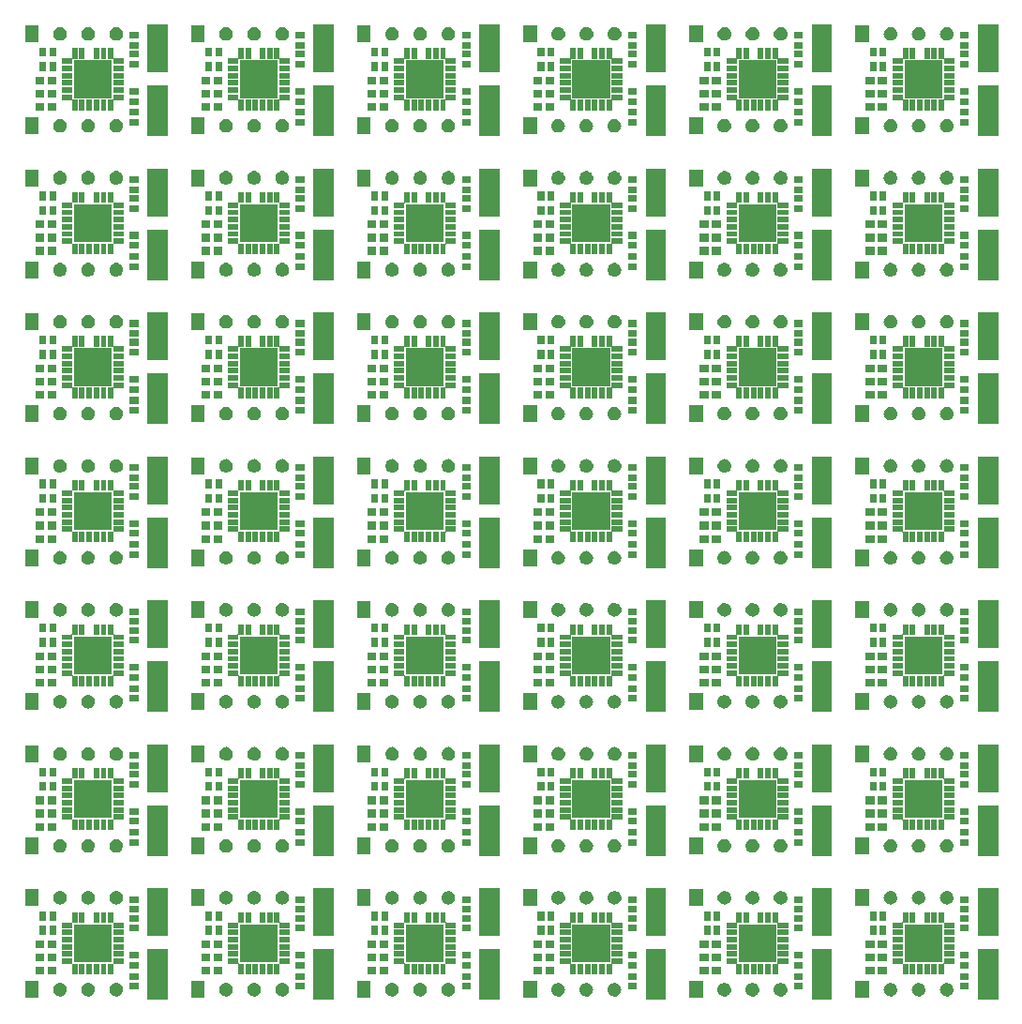
<source format=gbs>
%MOIN*%
%OFA0B0*%
%FSLAX46Y46*%
%IPPOS*%
%LPD*%
%ADD10C,0.0039370078740157488*%
%ADD21C,0.0039370078740157488*%
%ADD22C,0.0039370078740157488*%
%ADD23C,0.0039370078740157488*%
%ADD24C,0.0039370078740157488*%
%ADD25C,0.0039370078740157488*%
%ADD26C,0.0039370078740157488*%
%ADD27C,0.0039370078740157488*%
%ADD28C,0.0039370078740157488*%
%ADD29C,0.0039370078740157488*%
%ADD30C,0.0039370078740157488*%
%ADD31C,0.0039370078740157488*%
%ADD32C,0.0039370078740157488*%
%ADD33C,0.0039370078740157488*%
%ADD34C,0.0039370078740157488*%
%ADD35C,0.0039370078740157488*%
%ADD36C,0.0039370078740157488*%
%ADD37C,0.0039370078740157488*%
%ADD38C,0.0039370078740157488*%
%ADD39C,0.0039370078740157488*%
%ADD40C,0.0039370078740157488*%
%ADD41C,0.0039370078740157488*%
%ADD42C,0.0039370078740157488*%
%ADD43C,0.0039370078740157488*%
%ADD44C,0.0039370078740157488*%
%ADD45C,0.0039370078740157488*%
%ADD46C,0.0039370078740157488*%
%ADD47C,0.0039370078740157488*%
%ADD48C,0.0039370078740157488*%
%ADD49C,0.0039370078740157488*%
%ADD50C,0.0039370078740157488*%
%ADD51C,0.0039370078740157488*%
%ADD52C,0.0039370078740157488*%
%ADD53C,0.0039370078740157488*%
%ADD54C,0.0039370078740157488*%
%ADD55C,0.0039370078740157488*%
%ADD56C,0.0039370078740157488*%
%ADD57C,0.0039370078740157488*%
%ADD58C,0.0039370078740157488*%
%ADD59C,0.0039370078740157488*%
%ADD60C,0.0039370078740157488*%
%ADD61C,0.0039370078740157488*%
G01G01*
D10*
G36*
X0000452755Y0000246062D02*
X0000521653Y0000246062D01*
X0000521653Y0000413385D01*
X0000452755Y0000413385D01*
X0000452755Y0000246062D01*
X0000452755Y0000246062D01*
G37*
X0000452755Y0000246062D02*
X0000521653Y0000246062D01*
X0000521653Y0000413385D01*
X0000452755Y0000413385D01*
X0000452755Y0000246062D01*
G36*
X0000452755Y0000019685D02*
X0000452755Y0000196850D01*
X0000521653Y0000196850D01*
X0000521653Y0000019685D01*
X0000452755Y0000019685D01*
X0000452755Y0000019685D01*
G37*
X0000452755Y0000019685D02*
X0000452755Y0000196850D01*
X0000521653Y0000196850D01*
X0000521653Y0000019685D01*
X0000452755Y0000019685D01*
G36*
X0000065889Y0000022992D02*
X0000017574Y0000022992D01*
X0000017574Y0000083307D01*
X0000065889Y0000083307D01*
X0000065889Y0000022992D01*
X0000065889Y0000022992D01*
G37*
G36*
X0000146587Y0000076930D02*
X0000146588Y0000076930D01*
X0000146589Y0000076930D01*
X0000151093Y0000075536D01*
X0000155240Y0000073293D01*
X0000158873Y0000070288D01*
X0000161853Y0000066635D01*
X0000164066Y0000062472D01*
X0000165429Y0000057958D01*
X0000165889Y0000053266D01*
X0000165889Y0000053032D01*
X0000165887Y0000052695D01*
X0000165361Y0000048010D01*
X0000163936Y0000043516D01*
X0000161664Y0000039384D01*
X0000158634Y0000035772D01*
X0000154960Y0000032818D01*
X0000150781Y0000030634D01*
X0000146258Y0000029303D01*
X0000146257Y0000029302D01*
X0000146257Y0000029302D01*
X0000141563Y0000028875D01*
X0000136876Y0000029368D01*
X0000136876Y0000029368D01*
X0000136874Y0000029368D01*
X0000132370Y0000030762D01*
X0000128223Y0000033005D01*
X0000124590Y0000036010D01*
X0000121611Y0000039664D01*
X0000119397Y0000043827D01*
X0000118034Y0000048340D01*
X0000117574Y0000053032D01*
X0000117574Y0000053266D01*
X0000117577Y0000053603D01*
X0000118102Y0000058289D01*
X0000119528Y0000062783D01*
X0000121799Y0000066914D01*
X0000124830Y0000070526D01*
X0000128504Y0000073480D01*
X0000132682Y0000075664D01*
X0000137205Y0000076996D01*
X0000137206Y0000076996D01*
X0000137207Y0000076996D01*
X0000141900Y0000077423D01*
X0000146587Y0000076930D01*
X0000146587Y0000076930D01*
G37*
G36*
X0000346587Y0000076930D02*
X0000346588Y0000076930D01*
X0000346589Y0000076930D01*
X0000351093Y0000075536D01*
X0000355240Y0000073293D01*
X0000358873Y0000070288D01*
X0000361853Y0000066635D01*
X0000364066Y0000062472D01*
X0000365429Y0000057958D01*
X0000365889Y0000053266D01*
X0000365889Y0000053032D01*
X0000365887Y0000052695D01*
X0000365361Y0000048010D01*
X0000363936Y0000043516D01*
X0000361664Y0000039384D01*
X0000358634Y0000035772D01*
X0000354960Y0000032818D01*
X0000350781Y0000030634D01*
X0000346258Y0000029303D01*
X0000346257Y0000029302D01*
X0000346257Y0000029302D01*
X0000341563Y0000028875D01*
X0000336876Y0000029368D01*
X0000336876Y0000029368D01*
X0000336874Y0000029368D01*
X0000332370Y0000030762D01*
X0000328223Y0000033005D01*
X0000324590Y0000036010D01*
X0000321611Y0000039664D01*
X0000319397Y0000043827D01*
X0000318034Y0000048340D01*
X0000317574Y0000053032D01*
X0000317574Y0000053266D01*
X0000317577Y0000053603D01*
X0000318102Y0000058289D01*
X0000319528Y0000062783D01*
X0000321799Y0000066914D01*
X0000324830Y0000070526D01*
X0000328504Y0000073480D01*
X0000332682Y0000075664D01*
X0000337205Y0000076996D01*
X0000337206Y0000076996D01*
X0000337207Y0000076996D01*
X0000341900Y0000077423D01*
X0000346587Y0000076930D01*
X0000346587Y0000076930D01*
G37*
G36*
X0000246587Y0000076930D02*
X0000246588Y0000076930D01*
X0000246589Y0000076930D01*
X0000251093Y0000075536D01*
X0000255240Y0000073293D01*
X0000258873Y0000070288D01*
X0000261853Y0000066635D01*
X0000264066Y0000062472D01*
X0000265429Y0000057958D01*
X0000265889Y0000053266D01*
X0000265889Y0000053032D01*
X0000265887Y0000052695D01*
X0000265361Y0000048010D01*
X0000263936Y0000043516D01*
X0000261664Y0000039384D01*
X0000258634Y0000035772D01*
X0000254960Y0000032818D01*
X0000250781Y0000030634D01*
X0000246258Y0000029303D01*
X0000246257Y0000029302D01*
X0000246257Y0000029302D01*
X0000241563Y0000028875D01*
X0000236876Y0000029368D01*
X0000236876Y0000029368D01*
X0000236874Y0000029368D01*
X0000232370Y0000030762D01*
X0000228223Y0000033005D01*
X0000224590Y0000036010D01*
X0000221611Y0000039664D01*
X0000219397Y0000043827D01*
X0000218034Y0000048340D01*
X0000217574Y0000053032D01*
X0000217574Y0000053266D01*
X0000217577Y0000053603D01*
X0000218102Y0000058289D01*
X0000219528Y0000062783D01*
X0000221799Y0000066914D01*
X0000224830Y0000070526D01*
X0000228504Y0000073480D01*
X0000232682Y0000075664D01*
X0000237205Y0000076996D01*
X0000237206Y0000076996D01*
X0000237207Y0000076996D01*
X0000241900Y0000077423D01*
X0000246587Y0000076930D01*
X0000246587Y0000076930D01*
G37*
G36*
X0000421259Y0000053149D02*
X0000389763Y0000053149D01*
X0000389763Y0000076771D01*
X0000421259Y0000076771D01*
X0000421259Y0000053149D01*
X0000421259Y0000053149D01*
G37*
G36*
X0000421259Y0000088582D02*
X0000389763Y0000088582D01*
X0000389763Y0000112204D01*
X0000421259Y0000112204D01*
X0000421259Y0000088582D01*
X0000421259Y0000088582D01*
G37*
G36*
X0000085629Y0000106299D02*
X0000054133Y0000106299D01*
X0000054133Y0000133858D01*
X0000085629Y0000133858D01*
X0000085629Y0000106299D01*
X0000085629Y0000106299D01*
G37*
G36*
X0000128937Y0000106299D02*
X0000097440Y0000106299D01*
X0000097440Y0000133858D01*
X0000128937Y0000133858D01*
X0000128937Y0000106299D01*
X0000128937Y0000106299D01*
G37*
G36*
X0000186023Y0000147637D02*
X0000186061Y0000147253D01*
X0000186173Y0000146884D01*
X0000186355Y0000146544D01*
X0000186600Y0000146245D01*
X0000186898Y0000146001D01*
X0000187238Y0000145819D01*
X0000187608Y0000145707D01*
X0000187992Y0000145669D01*
X0000204724Y0000145669D01*
X0000204724Y0000108267D01*
X0000185039Y0000108267D01*
X0000185039Y0000142716D01*
X0000185001Y0000143100D01*
X0000184889Y0000143469D01*
X0000184707Y0000143810D01*
X0000184462Y0000144108D01*
X0000184164Y0000144353D01*
X0000183824Y0000144535D01*
X0000183454Y0000144647D01*
X0000183070Y0000144685D01*
X0000148622Y0000144685D01*
X0000148622Y0000164370D01*
X0000186023Y0000164370D01*
X0000186023Y0000147637D01*
X0000186023Y0000147637D01*
G37*
G36*
X0000230314Y0000108267D02*
X0000210629Y0000108267D01*
X0000210629Y0000145669D01*
X0000230314Y0000145669D01*
X0000230314Y0000108267D01*
X0000230314Y0000108267D01*
G37*
G36*
X0000255905Y0000108267D02*
X0000236220Y0000108267D01*
X0000236220Y0000145669D01*
X0000255905Y0000145669D01*
X0000255905Y0000108267D01*
X0000255905Y0000108267D01*
G37*
G36*
X0000281496Y0000108267D02*
X0000261811Y0000108267D01*
X0000261811Y0000145669D01*
X0000281496Y0000145669D01*
X0000281496Y0000108267D01*
X0000281496Y0000108267D01*
G37*
G36*
X0000369094Y0000144685D02*
X0000334645Y0000144685D01*
X0000334261Y0000144647D01*
X0000333892Y0000144535D01*
X0000333552Y0000144353D01*
X0000333253Y0000144108D01*
X0000333008Y0000143810D01*
X0000332827Y0000143469D01*
X0000332715Y0000143100D01*
X0000332677Y0000142716D01*
X0000332677Y0000108267D01*
X0000312992Y0000108267D01*
X0000312992Y0000145669D01*
X0000329724Y0000145669D01*
X0000330108Y0000145707D01*
X0000330477Y0000145819D01*
X0000330818Y0000146001D01*
X0000331116Y0000146245D01*
X0000331361Y0000146544D01*
X0000331543Y0000146884D01*
X0000331655Y0000147253D01*
X0000331692Y0000147637D01*
X0000331692Y0000164370D01*
X0000369094Y0000164370D01*
X0000369094Y0000144685D01*
X0000369094Y0000144685D01*
G37*
G36*
X0000307086Y0000108267D02*
X0000287401Y0000108267D01*
X0000287401Y0000145669D01*
X0000307086Y0000145669D01*
X0000307086Y0000108267D01*
X0000307086Y0000108267D01*
G37*
G36*
X0000421259Y0000127952D02*
X0000389763Y0000127952D01*
X0000389763Y0000151574D01*
X0000421259Y0000151574D01*
X0000421259Y0000127952D01*
X0000421259Y0000127952D01*
G37*
G36*
X0000325787Y0000151574D02*
X0000191929Y0000151574D01*
X0000191929Y0000285433D01*
X0000325787Y0000285433D01*
X0000325787Y0000151574D01*
X0000325787Y0000151574D01*
G37*
G36*
X0000085629Y0000153543D02*
X0000054133Y0000153543D01*
X0000054133Y0000181102D01*
X0000085629Y0000181102D01*
X0000085629Y0000153543D01*
X0000085629Y0000153543D01*
G37*
G36*
X0000128937Y0000153543D02*
X0000097440Y0000153543D01*
X0000097440Y0000181102D01*
X0000128937Y0000181102D01*
X0000128937Y0000153543D01*
X0000128937Y0000153543D01*
G37*
G36*
X0000421259Y0000163385D02*
X0000389763Y0000163385D01*
X0000389763Y0000187007D01*
X0000421259Y0000187007D01*
X0000421259Y0000163385D01*
X0000421259Y0000163385D01*
G37*
G36*
X0000186023Y0000170275D02*
X0000148622Y0000170275D01*
X0000148622Y0000189960D01*
X0000186023Y0000189960D01*
X0000186023Y0000170275D01*
X0000186023Y0000170275D01*
G37*
G36*
X0000369094Y0000170275D02*
X0000331692Y0000170275D01*
X0000331692Y0000189960D01*
X0000369094Y0000189960D01*
X0000369094Y0000170275D01*
X0000369094Y0000170275D01*
G37*
G36*
X0000369094Y0000195866D02*
X0000331692Y0000195866D01*
X0000331692Y0000215551D01*
X0000369094Y0000215551D01*
X0000369094Y0000195866D01*
X0000369094Y0000195866D01*
G37*
G36*
X0000186023Y0000195866D02*
X0000148622Y0000195866D01*
X0000148622Y0000215551D01*
X0000186023Y0000215551D01*
X0000186023Y0000195866D01*
X0000186023Y0000195866D01*
G37*
G36*
X0000128937Y0000200787D02*
X0000097440Y0000200787D01*
X0000097440Y0000228346D01*
X0000128937Y0000228346D01*
X0000128937Y0000200787D01*
X0000128937Y0000200787D01*
G37*
G36*
X0000085629Y0000200787D02*
X0000054133Y0000200787D01*
X0000054133Y0000228346D01*
X0000085629Y0000228346D01*
X0000085629Y0000200787D01*
X0000085629Y0000200787D01*
G37*
G36*
X0000369094Y0000221456D02*
X0000331692Y0000221456D01*
X0000331692Y0000241141D01*
X0000369094Y0000241141D01*
X0000369094Y0000221456D01*
X0000369094Y0000221456D01*
G37*
G36*
X0000186023Y0000221456D02*
X0000148622Y0000221456D01*
X0000148622Y0000241141D01*
X0000186023Y0000241141D01*
X0000186023Y0000221456D01*
X0000186023Y0000221456D01*
G37*
G36*
X0000369094Y0000247047D02*
X0000331692Y0000247047D01*
X0000331692Y0000266732D01*
X0000369094Y0000266732D01*
X0000369094Y0000247047D01*
X0000369094Y0000247047D01*
G37*
G36*
X0000186023Y0000247047D02*
X0000148622Y0000247047D01*
X0000148622Y0000266732D01*
X0000186023Y0000266732D01*
X0000186023Y0000247047D01*
X0000186023Y0000247047D01*
G37*
G36*
X0000092519Y0000248031D02*
X0000068897Y0000248031D01*
X0000068897Y0000279527D01*
X0000092519Y0000279527D01*
X0000092519Y0000248031D01*
X0000092519Y0000248031D01*
G37*
G36*
X0000127952Y0000248031D02*
X0000104330Y0000248031D01*
X0000104330Y0000279527D01*
X0000127952Y0000279527D01*
X0000127952Y0000248031D01*
X0000127952Y0000248031D01*
G37*
G36*
X0000421259Y0000259842D02*
X0000389763Y0000259842D01*
X0000389763Y0000283464D01*
X0000421259Y0000283464D01*
X0000421259Y0000259842D01*
X0000421259Y0000259842D01*
G37*
G36*
X0000204724Y0000291338D02*
X0000187992Y0000291338D01*
X0000187608Y0000291300D01*
X0000187238Y0000291188D01*
X0000186898Y0000291006D01*
X0000186600Y0000290762D01*
X0000186355Y0000290463D01*
X0000186173Y0000290123D01*
X0000186061Y0000289754D01*
X0000186023Y0000289370D01*
X0000186023Y0000272637D01*
X0000148622Y0000272637D01*
X0000148622Y0000292322D01*
X0000183070Y0000292322D01*
X0000183454Y0000292360D01*
X0000183824Y0000292472D01*
X0000184164Y0000292654D01*
X0000184462Y0000292899D01*
X0000184707Y0000293197D01*
X0000184889Y0000293538D01*
X0000185001Y0000293907D01*
X0000185039Y0000294291D01*
X0000185039Y0000328740D01*
X0000204724Y0000328740D01*
X0000204724Y0000291338D01*
X0000204724Y0000291338D01*
G37*
G36*
X0000332677Y0000294291D02*
X0000332715Y0000293907D01*
X0000332827Y0000293538D01*
X0000333008Y0000293197D01*
X0000333253Y0000292899D01*
X0000333552Y0000292654D01*
X0000333892Y0000292472D01*
X0000334261Y0000292360D01*
X0000334645Y0000292322D01*
X0000369094Y0000292322D01*
X0000369094Y0000272637D01*
X0000331692Y0000272637D01*
X0000331692Y0000289370D01*
X0000331655Y0000289754D01*
X0000331543Y0000290123D01*
X0000331361Y0000290463D01*
X0000331116Y0000290762D01*
X0000330818Y0000291006D01*
X0000330477Y0000291188D01*
X0000330108Y0000291300D01*
X0000329724Y0000291338D01*
X0000312992Y0000291338D01*
X0000312992Y0000328740D01*
X0000332677Y0000328740D01*
X0000332677Y0000294291D01*
X0000332677Y0000294291D01*
G37*
G36*
X0000281496Y0000291338D02*
X0000261811Y0000291338D01*
X0000261811Y0000328740D01*
X0000281496Y0000328740D01*
X0000281496Y0000291338D01*
X0000281496Y0000291338D01*
G37*
G36*
X0000307086Y0000291338D02*
X0000287401Y0000291338D01*
X0000287401Y0000328740D01*
X0000307086Y0000328740D01*
X0000307086Y0000291338D01*
X0000307086Y0000291338D01*
G37*
G36*
X0000230314Y0000291338D02*
X0000210629Y0000291338D01*
X0000210629Y0000328740D01*
X0000230314Y0000328740D01*
X0000230314Y0000291338D01*
X0000230314Y0000291338D01*
G37*
G36*
X0000421259Y0000295275D02*
X0000389763Y0000295275D01*
X0000389763Y0000318897D01*
X0000421259Y0000318897D01*
X0000421259Y0000295275D01*
X0000421259Y0000295275D01*
G37*
G36*
X0000127952Y0000299212D02*
X0000104330Y0000299212D01*
X0000104330Y0000330708D01*
X0000127952Y0000330708D01*
X0000127952Y0000299212D01*
X0000127952Y0000299212D01*
G37*
G36*
X0000092519Y0000299212D02*
X0000068897Y0000299212D01*
X0000068897Y0000330708D01*
X0000092519Y0000330708D01*
X0000092519Y0000299212D01*
X0000092519Y0000299212D01*
G37*
G36*
X0000421259Y0000326377D02*
X0000389763Y0000326377D01*
X0000389763Y0000350000D01*
X0000421259Y0000350000D01*
X0000421259Y0000326377D01*
X0000421259Y0000326377D01*
G37*
G36*
X0000066283Y0000349763D02*
X0000017968Y0000349763D01*
X0000017968Y0000410078D01*
X0000066283Y0000410078D01*
X0000066283Y0000349763D01*
X0000066283Y0000349763D01*
G37*
G36*
X0000146981Y0000403702D02*
X0000146982Y0000403702D01*
X0000146983Y0000403702D01*
X0000151487Y0000402308D01*
X0000155634Y0000400065D01*
X0000159267Y0000397060D01*
X0000162247Y0000393406D01*
X0000164460Y0000389243D01*
X0000165823Y0000384730D01*
X0000166283Y0000380038D01*
X0000166283Y0000379804D01*
X0000166281Y0000379467D01*
X0000165755Y0000374781D01*
X0000164329Y0000370287D01*
X0000162058Y0000366156D01*
X0000159028Y0000362544D01*
X0000155353Y0000359590D01*
X0000151175Y0000357405D01*
X0000146652Y0000356074D01*
X0000146651Y0000356074D01*
X0000146650Y0000356074D01*
X0000141957Y0000355647D01*
X0000137270Y0000356140D01*
X0000137269Y0000356140D01*
X0000137268Y0000356140D01*
X0000132764Y0000357534D01*
X0000128617Y0000359776D01*
X0000124984Y0000362782D01*
X0000122004Y0000366435D01*
X0000119791Y0000370598D01*
X0000118428Y0000375112D01*
X0000117968Y0000379804D01*
X0000117968Y0000380038D01*
X0000117970Y0000380375D01*
X0000118496Y0000385060D01*
X0000119922Y0000389554D01*
X0000122193Y0000393686D01*
X0000125223Y0000397297D01*
X0000128898Y0000400252D01*
X0000133076Y0000402436D01*
X0000137599Y0000403767D01*
X0000137600Y0000403767D01*
X0000137601Y0000403768D01*
X0000142294Y0000404195D01*
X0000146981Y0000403702D01*
X0000146981Y0000403702D01*
G37*
G36*
X0000246981Y0000403702D02*
X0000246982Y0000403702D01*
X0000246983Y0000403702D01*
X0000251487Y0000402308D01*
X0000255634Y0000400065D01*
X0000259267Y0000397060D01*
X0000262247Y0000393406D01*
X0000264460Y0000389243D01*
X0000265823Y0000384730D01*
X0000266283Y0000380038D01*
X0000266283Y0000379804D01*
X0000266281Y0000379467D01*
X0000265755Y0000374781D01*
X0000264329Y0000370287D01*
X0000262058Y0000366156D01*
X0000259028Y0000362544D01*
X0000255353Y0000359590D01*
X0000251175Y0000357405D01*
X0000246652Y0000356074D01*
X0000246651Y0000356074D01*
X0000246650Y0000356074D01*
X0000241957Y0000355647D01*
X0000237270Y0000356140D01*
X0000237269Y0000356140D01*
X0000237268Y0000356140D01*
X0000232764Y0000357534D01*
X0000228617Y0000359776D01*
X0000224984Y0000362782D01*
X0000222004Y0000366435D01*
X0000219791Y0000370598D01*
X0000218428Y0000375112D01*
X0000217968Y0000379804D01*
X0000217968Y0000380038D01*
X0000217970Y0000380375D01*
X0000218496Y0000385060D01*
X0000219922Y0000389554D01*
X0000222193Y0000393686D01*
X0000225223Y0000397297D01*
X0000228898Y0000400252D01*
X0000233076Y0000402436D01*
X0000237599Y0000403767D01*
X0000237600Y0000403767D01*
X0000237601Y0000403768D01*
X0000242294Y0000404195D01*
X0000246981Y0000403702D01*
X0000246981Y0000403702D01*
G37*
G36*
X0000346981Y0000403702D02*
X0000346982Y0000403702D01*
X0000346983Y0000403702D01*
X0000351487Y0000402308D01*
X0000355634Y0000400065D01*
X0000359267Y0000397060D01*
X0000362247Y0000393406D01*
X0000364460Y0000389243D01*
X0000365823Y0000384730D01*
X0000366283Y0000380038D01*
X0000366283Y0000379804D01*
X0000366281Y0000379467D01*
X0000365755Y0000374781D01*
X0000364329Y0000370287D01*
X0000362058Y0000366156D01*
X0000359028Y0000362544D01*
X0000355353Y0000359590D01*
X0000351175Y0000357405D01*
X0000346652Y0000356074D01*
X0000346651Y0000356074D01*
X0000346650Y0000356074D01*
X0000341957Y0000355647D01*
X0000337270Y0000356140D01*
X0000337269Y0000356140D01*
X0000337268Y0000356140D01*
X0000332764Y0000357534D01*
X0000328617Y0000359776D01*
X0000324984Y0000362782D01*
X0000322004Y0000366435D01*
X0000319791Y0000370598D01*
X0000318428Y0000375112D01*
X0000317968Y0000379804D01*
X0000317968Y0000380038D01*
X0000317970Y0000380375D01*
X0000318496Y0000385060D01*
X0000319921Y0000389554D01*
X0000322193Y0000393686D01*
X0000325223Y0000397297D01*
X0000328898Y0000400252D01*
X0000333076Y0000402436D01*
X0000337599Y0000403767D01*
X0000337600Y0000403767D01*
X0000337601Y0000403768D01*
X0000342294Y0000404195D01*
X0000346981Y0000403702D01*
X0000346981Y0000403702D01*
G37*
G36*
X0000421259Y0000361811D02*
X0000389763Y0000361811D01*
X0000389763Y0000385433D01*
X0000421259Y0000385433D01*
X0000421259Y0000361811D01*
X0000421259Y0000361811D01*
G37*
G04 next file*
G04 #@! TF.GenerationSoftware,KiCad,Pcbnew,(2017-01-20 revision 550a1ea)-makepkg*
G04 #@! TF.CreationDate,2017-01-30T22:44:56+01:00*
G04 #@! TF.ProjectId,tomu,746F6D752E6B696361645F7063620000,rev?*
G04 #@! TF.FileFunction,Soldermask,Bot*
G04 #@! TF.FilePolarity,Negative*
G04 Gerber Fmt 4.6, Leading zero omitted, Abs format (unit mm)*
G04 Created by KiCad (PCBNEW (2017-01-20 revision 550a1ea)-makepkg) date 01/30/17 22:44:56*
G01G01*
G04 APERTURE LIST*
G04 APERTURE END LIST*
D21*
G36*
X0001043307Y0000246062D02*
X0001112204Y0000246062D01*
X0001112204Y0000413385D01*
X0001043307Y0000413385D01*
X0001043307Y0000246062D01*
X0001043307Y0000246062D01*
G37*
X0001043307Y0000246062D02*
X0001112204Y0000246062D01*
X0001112204Y0000413385D01*
X0001043307Y0000413385D01*
X0001043307Y0000246062D01*
G36*
X0001043307Y0000019685D02*
X0001043307Y0000196850D01*
X0001112204Y0000196850D01*
X0001112204Y0000019685D01*
X0001043307Y0000019685D01*
X0001043307Y0000019685D01*
G37*
X0001043307Y0000019685D02*
X0001043307Y0000196850D01*
X0001112204Y0000196850D01*
X0001112204Y0000019685D01*
X0001043307Y0000019685D01*
G36*
X0000656440Y0000022992D02*
X0000608125Y0000022992D01*
X0000608125Y0000083307D01*
X0000656440Y0000083307D01*
X0000656440Y0000022992D01*
X0000656440Y0000022992D01*
G37*
G36*
X0000737139Y0000076930D02*
X0000737139Y0000076930D01*
X0000737140Y0000076930D01*
X0000741644Y0000075536D01*
X0000745792Y0000073293D01*
X0000749424Y0000070288D01*
X0000752404Y0000066635D01*
X0000754618Y0000062472D01*
X0000755980Y0000057958D01*
X0000756440Y0000053266D01*
X0000756440Y0000053032D01*
X0000756438Y0000052695D01*
X0000755913Y0000048010D01*
X0000754487Y0000043516D01*
X0000752216Y0000039384D01*
X0000749185Y0000035772D01*
X0000745511Y0000032818D01*
X0000741333Y0000030634D01*
X0000736810Y0000029303D01*
X0000736808Y0000029302D01*
X0000736808Y0000029302D01*
X0000732114Y0000028875D01*
X0000727427Y0000029368D01*
X0000727427Y0000029368D01*
X0000727425Y0000029368D01*
X0000722922Y0000030762D01*
X0000718774Y0000033005D01*
X0000715142Y0000036010D01*
X0000712162Y0000039664D01*
X0000709948Y0000043827D01*
X0000708586Y0000048340D01*
X0000708125Y0000053032D01*
X0000708125Y0000053266D01*
X0000708128Y0000053603D01*
X0000708653Y0000058289D01*
X0000710079Y0000062783D01*
X0000712350Y0000066914D01*
X0000715381Y0000070526D01*
X0000719055Y0000073480D01*
X0000723233Y0000075664D01*
X0000727756Y0000076996D01*
X0000727757Y0000076996D01*
X0000727758Y0000076996D01*
X0000732452Y0000077423D01*
X0000737139Y0000076930D01*
X0000737139Y0000076930D01*
G37*
G36*
X0000937139Y0000076930D02*
X0000937139Y0000076930D01*
X0000937140Y0000076930D01*
X0000941644Y0000075536D01*
X0000945792Y0000073293D01*
X0000949424Y0000070288D01*
X0000952404Y0000066635D01*
X0000954618Y0000062472D01*
X0000955980Y0000057958D01*
X0000956440Y0000053266D01*
X0000956440Y0000053032D01*
X0000956438Y0000052695D01*
X0000955913Y0000048010D01*
X0000954487Y0000043516D01*
X0000952216Y0000039384D01*
X0000949185Y0000035772D01*
X0000945511Y0000032818D01*
X0000941333Y0000030634D01*
X0000936810Y0000029303D01*
X0000936808Y0000029302D01*
X0000936808Y0000029302D01*
X0000932114Y0000028875D01*
X0000927427Y0000029368D01*
X0000927427Y0000029368D01*
X0000927425Y0000029368D01*
X0000922922Y0000030762D01*
X0000918774Y0000033005D01*
X0000915142Y0000036010D01*
X0000912162Y0000039664D01*
X0000909948Y0000043827D01*
X0000908586Y0000048340D01*
X0000908125Y0000053032D01*
X0000908125Y0000053266D01*
X0000908128Y0000053603D01*
X0000908653Y0000058289D01*
X0000910079Y0000062783D01*
X0000912350Y0000066914D01*
X0000915381Y0000070526D01*
X0000919055Y0000073480D01*
X0000923233Y0000075664D01*
X0000927756Y0000076996D01*
X0000927757Y0000076996D01*
X0000927758Y0000076996D01*
X0000932452Y0000077423D01*
X0000937139Y0000076930D01*
X0000937139Y0000076930D01*
G37*
G36*
X0000837139Y0000076930D02*
X0000837139Y0000076930D01*
X0000837140Y0000076930D01*
X0000841644Y0000075536D01*
X0000845792Y0000073293D01*
X0000849424Y0000070288D01*
X0000852404Y0000066635D01*
X0000854618Y0000062472D01*
X0000855980Y0000057958D01*
X0000856440Y0000053266D01*
X0000856440Y0000053032D01*
X0000856438Y0000052695D01*
X0000855913Y0000048010D01*
X0000854487Y0000043516D01*
X0000852216Y0000039384D01*
X0000849185Y0000035772D01*
X0000845511Y0000032818D01*
X0000841333Y0000030634D01*
X0000836810Y0000029303D01*
X0000836808Y0000029302D01*
X0000836808Y0000029302D01*
X0000832114Y0000028875D01*
X0000827427Y0000029368D01*
X0000827427Y0000029368D01*
X0000827425Y0000029368D01*
X0000822922Y0000030762D01*
X0000818774Y0000033005D01*
X0000815142Y0000036010D01*
X0000812162Y0000039664D01*
X0000809948Y0000043827D01*
X0000808586Y0000048340D01*
X0000808125Y0000053032D01*
X0000808125Y0000053266D01*
X0000808128Y0000053603D01*
X0000808653Y0000058289D01*
X0000810079Y0000062783D01*
X0000812350Y0000066914D01*
X0000815381Y0000070526D01*
X0000819055Y0000073480D01*
X0000823233Y0000075664D01*
X0000827756Y0000076996D01*
X0000827757Y0000076996D01*
X0000827758Y0000076996D01*
X0000832452Y0000077423D01*
X0000837139Y0000076930D01*
X0000837139Y0000076930D01*
G37*
G36*
X0001011811Y0000053149D02*
X0000980314Y0000053149D01*
X0000980314Y0000076771D01*
X0001011811Y0000076771D01*
X0001011811Y0000053149D01*
X0001011811Y0000053149D01*
G37*
G36*
X0001011811Y0000088582D02*
X0000980314Y0000088582D01*
X0000980314Y0000112204D01*
X0001011811Y0000112204D01*
X0001011811Y0000088582D01*
X0001011811Y0000088582D01*
G37*
G36*
X0000676181Y0000106299D02*
X0000644685Y0000106299D01*
X0000644685Y0000133858D01*
X0000676181Y0000133858D01*
X0000676181Y0000106299D01*
X0000676181Y0000106299D01*
G37*
G36*
X0000719488Y0000106299D02*
X0000687992Y0000106299D01*
X0000687992Y0000133858D01*
X0000719488Y0000133858D01*
X0000719488Y0000106299D01*
X0000719488Y0000106299D01*
G37*
G36*
X0000776574Y0000147637D02*
X0000776612Y0000147253D01*
X0000776724Y0000146884D01*
X0000776906Y0000146544D01*
X0000777151Y0000146245D01*
X0000777449Y0000146001D01*
X0000777790Y0000145819D01*
X0000778159Y0000145707D01*
X0000778543Y0000145669D01*
X0000795275Y0000145669D01*
X0000795275Y0000108267D01*
X0000775590Y0000108267D01*
X0000775590Y0000142716D01*
X0000775552Y0000143100D01*
X0000775440Y0000143469D01*
X0000775258Y0000143810D01*
X0000775013Y0000144108D01*
X0000774715Y0000144353D01*
X0000774375Y0000144535D01*
X0000774006Y0000144647D01*
X0000773622Y0000144685D01*
X0000739173Y0000144685D01*
X0000739173Y0000164370D01*
X0000776574Y0000164370D01*
X0000776574Y0000147637D01*
X0000776574Y0000147637D01*
G37*
G36*
X0000820866Y0000108267D02*
X0000801181Y0000108267D01*
X0000801181Y0000145669D01*
X0000820866Y0000145669D01*
X0000820866Y0000108267D01*
X0000820866Y0000108267D01*
G37*
G36*
X0000846456Y0000108267D02*
X0000826771Y0000108267D01*
X0000826771Y0000145669D01*
X0000846456Y0000145669D01*
X0000846456Y0000108267D01*
X0000846456Y0000108267D01*
G37*
G36*
X0000872047Y0000108267D02*
X0000852362Y0000108267D01*
X0000852362Y0000145669D01*
X0000872047Y0000145669D01*
X0000872047Y0000108267D01*
X0000872047Y0000108267D01*
G37*
G36*
X0000959645Y0000144685D02*
X0000925196Y0000144685D01*
X0000924812Y0000144647D01*
X0000924443Y0000144535D01*
X0000924103Y0000144353D01*
X0000923804Y0000144108D01*
X0000923560Y0000143810D01*
X0000923378Y0000143469D01*
X0000923266Y0000143100D01*
X0000923228Y0000142716D01*
X0000923228Y0000108267D01*
X0000903543Y0000108267D01*
X0000903543Y0000145669D01*
X0000920275Y0000145669D01*
X0000920659Y0000145707D01*
X0000921028Y0000145819D01*
X0000921369Y0000146001D01*
X0000921667Y0000146245D01*
X0000921912Y0000146544D01*
X0000922094Y0000146884D01*
X0000922206Y0000147253D01*
X0000922244Y0000147637D01*
X0000922244Y0000164370D01*
X0000959645Y0000164370D01*
X0000959645Y0000144685D01*
X0000959645Y0000144685D01*
G37*
G36*
X0000897637Y0000108267D02*
X0000877952Y0000108267D01*
X0000877952Y0000145669D01*
X0000897637Y0000145669D01*
X0000897637Y0000108267D01*
X0000897637Y0000108267D01*
G37*
G36*
X0001011811Y0000127952D02*
X0000980314Y0000127952D01*
X0000980314Y0000151574D01*
X0001011811Y0000151574D01*
X0001011811Y0000127952D01*
X0001011811Y0000127952D01*
G37*
G36*
X0000916338Y0000151574D02*
X0000782480Y0000151574D01*
X0000782480Y0000285433D01*
X0000916338Y0000285433D01*
X0000916338Y0000151574D01*
X0000916338Y0000151574D01*
G37*
G36*
X0000676181Y0000153543D02*
X0000644685Y0000153543D01*
X0000644685Y0000181102D01*
X0000676181Y0000181102D01*
X0000676181Y0000153543D01*
X0000676181Y0000153543D01*
G37*
G36*
X0000719488Y0000153543D02*
X0000687992Y0000153543D01*
X0000687992Y0000181102D01*
X0000719488Y0000181102D01*
X0000719488Y0000153543D01*
X0000719488Y0000153543D01*
G37*
G36*
X0001011811Y0000163385D02*
X0000980314Y0000163385D01*
X0000980314Y0000187007D01*
X0001011811Y0000187007D01*
X0001011811Y0000163385D01*
X0001011811Y0000163385D01*
G37*
G36*
X0000776574Y0000170275D02*
X0000739173Y0000170275D01*
X0000739173Y0000189960D01*
X0000776574Y0000189960D01*
X0000776574Y0000170275D01*
X0000776574Y0000170275D01*
G37*
G36*
X0000959645Y0000170275D02*
X0000922244Y0000170275D01*
X0000922244Y0000189960D01*
X0000959645Y0000189960D01*
X0000959645Y0000170275D01*
X0000959645Y0000170275D01*
G37*
G36*
X0000959645Y0000195866D02*
X0000922244Y0000195866D01*
X0000922244Y0000215551D01*
X0000959645Y0000215551D01*
X0000959645Y0000195866D01*
X0000959645Y0000195866D01*
G37*
G36*
X0000776574Y0000195866D02*
X0000739173Y0000195866D01*
X0000739173Y0000215551D01*
X0000776574Y0000215551D01*
X0000776574Y0000195866D01*
X0000776574Y0000195866D01*
G37*
G36*
X0000719488Y0000200787D02*
X0000687992Y0000200787D01*
X0000687992Y0000228346D01*
X0000719488Y0000228346D01*
X0000719488Y0000200787D01*
X0000719488Y0000200787D01*
G37*
G36*
X0000676181Y0000200787D02*
X0000644685Y0000200787D01*
X0000644685Y0000228346D01*
X0000676181Y0000228346D01*
X0000676181Y0000200787D01*
X0000676181Y0000200787D01*
G37*
G36*
X0000959645Y0000221456D02*
X0000922244Y0000221456D01*
X0000922244Y0000241141D01*
X0000959645Y0000241141D01*
X0000959645Y0000221456D01*
X0000959645Y0000221456D01*
G37*
G36*
X0000776574Y0000221456D02*
X0000739173Y0000221456D01*
X0000739173Y0000241141D01*
X0000776574Y0000241141D01*
X0000776574Y0000221456D01*
X0000776574Y0000221456D01*
G37*
G36*
X0000959645Y0000247047D02*
X0000922244Y0000247047D01*
X0000922244Y0000266732D01*
X0000959645Y0000266732D01*
X0000959645Y0000247047D01*
X0000959645Y0000247047D01*
G37*
G36*
X0000776574Y0000247047D02*
X0000739173Y0000247047D01*
X0000739173Y0000266732D01*
X0000776574Y0000266732D01*
X0000776574Y0000247047D01*
X0000776574Y0000247047D01*
G37*
G36*
X0000683070Y0000248031D02*
X0000659448Y0000248031D01*
X0000659448Y0000279527D01*
X0000683070Y0000279527D01*
X0000683070Y0000248031D01*
X0000683070Y0000248031D01*
G37*
G36*
X0000718503Y0000248031D02*
X0000694881Y0000248031D01*
X0000694881Y0000279527D01*
X0000718503Y0000279527D01*
X0000718503Y0000248031D01*
X0000718503Y0000248031D01*
G37*
G36*
X0001011811Y0000259842D02*
X0000980314Y0000259842D01*
X0000980314Y0000283464D01*
X0001011811Y0000283464D01*
X0001011811Y0000259842D01*
X0001011811Y0000259842D01*
G37*
G36*
X0000795275Y0000291338D02*
X0000778543Y0000291338D01*
X0000778159Y0000291300D01*
X0000777790Y0000291188D01*
X0000777449Y0000291006D01*
X0000777151Y0000290762D01*
X0000776906Y0000290463D01*
X0000776724Y0000290123D01*
X0000776612Y0000289754D01*
X0000776574Y0000289370D01*
X0000776574Y0000272637D01*
X0000739173Y0000272637D01*
X0000739173Y0000292322D01*
X0000773622Y0000292322D01*
X0000774006Y0000292360D01*
X0000774375Y0000292472D01*
X0000774715Y0000292654D01*
X0000775013Y0000292899D01*
X0000775258Y0000293197D01*
X0000775440Y0000293538D01*
X0000775552Y0000293907D01*
X0000775590Y0000294291D01*
X0000775590Y0000328740D01*
X0000795275Y0000328740D01*
X0000795275Y0000291338D01*
X0000795275Y0000291338D01*
G37*
G36*
X0000923228Y0000294291D02*
X0000923266Y0000293907D01*
X0000923378Y0000293538D01*
X0000923560Y0000293197D01*
X0000923804Y0000292899D01*
X0000924103Y0000292654D01*
X0000924443Y0000292472D01*
X0000924812Y0000292360D01*
X0000925196Y0000292322D01*
X0000959645Y0000292322D01*
X0000959645Y0000272637D01*
X0000922244Y0000272637D01*
X0000922244Y0000289370D01*
X0000922206Y0000289754D01*
X0000922094Y0000290123D01*
X0000921912Y0000290463D01*
X0000921667Y0000290762D01*
X0000921369Y0000291006D01*
X0000921028Y0000291188D01*
X0000920659Y0000291300D01*
X0000920275Y0000291338D01*
X0000903543Y0000291338D01*
X0000903543Y0000328740D01*
X0000923228Y0000328740D01*
X0000923228Y0000294291D01*
X0000923228Y0000294291D01*
G37*
G36*
X0000872047Y0000291338D02*
X0000852362Y0000291338D01*
X0000852362Y0000328740D01*
X0000872047Y0000328740D01*
X0000872047Y0000291338D01*
X0000872047Y0000291338D01*
G37*
G36*
X0000897637Y0000291338D02*
X0000877952Y0000291338D01*
X0000877952Y0000328740D01*
X0000897637Y0000328740D01*
X0000897637Y0000291338D01*
X0000897637Y0000291338D01*
G37*
G36*
X0000820866Y0000291338D02*
X0000801181Y0000291338D01*
X0000801181Y0000328740D01*
X0000820866Y0000328740D01*
X0000820866Y0000291338D01*
X0000820866Y0000291338D01*
G37*
G36*
X0001011811Y0000295275D02*
X0000980314Y0000295275D01*
X0000980314Y0000318897D01*
X0001011811Y0000318897D01*
X0001011811Y0000295275D01*
X0001011811Y0000295275D01*
G37*
G36*
X0000718503Y0000299212D02*
X0000694881Y0000299212D01*
X0000694881Y0000330708D01*
X0000718503Y0000330708D01*
X0000718503Y0000299212D01*
X0000718503Y0000299212D01*
G37*
G36*
X0000683070Y0000299212D02*
X0000659448Y0000299212D01*
X0000659448Y0000330708D01*
X0000683070Y0000330708D01*
X0000683070Y0000299212D01*
X0000683070Y0000299212D01*
G37*
G36*
X0001011811Y0000326377D02*
X0000980314Y0000326377D01*
X0000980314Y0000350000D01*
X0001011811Y0000350000D01*
X0001011811Y0000326377D01*
X0001011811Y0000326377D01*
G37*
G36*
X0000656834Y0000349763D02*
X0000608519Y0000349763D01*
X0000608519Y0000410078D01*
X0000656834Y0000410078D01*
X0000656834Y0000349763D01*
X0000656834Y0000349763D01*
G37*
G36*
X0000737532Y0000403702D02*
X0000737533Y0000403702D01*
X0000737534Y0000403702D01*
X0000742038Y0000402308D01*
X0000746185Y0000400065D01*
X0000749818Y0000397060D01*
X0000752798Y0000393406D01*
X0000755011Y0000389243D01*
X0000756374Y0000384730D01*
X0000756834Y0000380038D01*
X0000756834Y0000379804D01*
X0000756832Y0000379467D01*
X0000756306Y0000374781D01*
X0000754881Y0000370287D01*
X0000752609Y0000366156D01*
X0000749579Y0000362544D01*
X0000745904Y0000359590D01*
X0000741726Y0000357405D01*
X0000737203Y0000356074D01*
X0000737202Y0000356074D01*
X0000737201Y0000356074D01*
X0000732508Y0000355647D01*
X0000727821Y0000356140D01*
X0000727821Y0000356140D01*
X0000727819Y0000356140D01*
X0000723315Y0000357534D01*
X0000719168Y0000359776D01*
X0000715535Y0000362782D01*
X0000712555Y0000366435D01*
X0000710342Y0000370598D01*
X0000708979Y0000375112D01*
X0000708519Y0000379804D01*
X0000708519Y0000380038D01*
X0000708522Y0000380375D01*
X0000709047Y0000385060D01*
X0000710473Y0000389554D01*
X0000712744Y0000393686D01*
X0000715775Y0000397297D01*
X0000719449Y0000400252D01*
X0000723627Y0000402436D01*
X0000728150Y0000403767D01*
X0000728151Y0000403767D01*
X0000728152Y0000403768D01*
X0000732845Y0000404195D01*
X0000737532Y0000403702D01*
X0000737532Y0000403702D01*
G37*
G36*
X0000837532Y0000403702D02*
X0000837533Y0000403702D01*
X0000837534Y0000403702D01*
X0000842038Y0000402308D01*
X0000846185Y0000400065D01*
X0000849818Y0000397060D01*
X0000852798Y0000393406D01*
X0000855011Y0000389243D01*
X0000856374Y0000384730D01*
X0000856834Y0000380038D01*
X0000856834Y0000379804D01*
X0000856832Y0000379467D01*
X0000856306Y0000374781D01*
X0000854881Y0000370287D01*
X0000852609Y0000366156D01*
X0000849579Y0000362544D01*
X0000845904Y0000359590D01*
X0000841726Y0000357405D01*
X0000837203Y0000356074D01*
X0000837202Y0000356074D01*
X0000837201Y0000356074D01*
X0000832508Y0000355647D01*
X0000827821Y0000356140D01*
X0000827821Y0000356140D01*
X0000827819Y0000356140D01*
X0000823315Y0000357534D01*
X0000819168Y0000359776D01*
X0000815535Y0000362782D01*
X0000812555Y0000366435D01*
X0000810342Y0000370598D01*
X0000808979Y0000375112D01*
X0000808519Y0000379804D01*
X0000808519Y0000380038D01*
X0000808522Y0000380375D01*
X0000809047Y0000385060D01*
X0000810473Y0000389554D01*
X0000812744Y0000393686D01*
X0000815775Y0000397297D01*
X0000819449Y0000400252D01*
X0000823627Y0000402436D01*
X0000828150Y0000403767D01*
X0000828151Y0000403767D01*
X0000828152Y0000403768D01*
X0000832845Y0000404195D01*
X0000837532Y0000403702D01*
X0000837532Y0000403702D01*
G37*
G36*
X0000937532Y0000403702D02*
X0000937533Y0000403702D01*
X0000937534Y0000403702D01*
X0000942038Y0000402308D01*
X0000946185Y0000400065D01*
X0000949818Y0000397060D01*
X0000952798Y0000393406D01*
X0000955011Y0000389243D01*
X0000956374Y0000384730D01*
X0000956834Y0000380038D01*
X0000956834Y0000379804D01*
X0000956832Y0000379467D01*
X0000956306Y0000374781D01*
X0000954881Y0000370287D01*
X0000952609Y0000366156D01*
X0000949579Y0000362544D01*
X0000945904Y0000359590D01*
X0000941726Y0000357405D01*
X0000937203Y0000356074D01*
X0000937202Y0000356074D01*
X0000937201Y0000356074D01*
X0000932508Y0000355647D01*
X0000927821Y0000356140D01*
X0000927821Y0000356140D01*
X0000927819Y0000356140D01*
X0000923315Y0000357534D01*
X0000919168Y0000359776D01*
X0000915535Y0000362782D01*
X0000912555Y0000366435D01*
X0000910342Y0000370598D01*
X0000908979Y0000375112D01*
X0000908519Y0000379804D01*
X0000908519Y0000380038D01*
X0000908522Y0000380375D01*
X0000909047Y0000385060D01*
X0000910473Y0000389554D01*
X0000912744Y0000393686D01*
X0000915775Y0000397297D01*
X0000919449Y0000400252D01*
X0000923627Y0000402436D01*
X0000928150Y0000403767D01*
X0000928151Y0000403767D01*
X0000928152Y0000403768D01*
X0000932845Y0000404195D01*
X0000937532Y0000403702D01*
X0000937532Y0000403702D01*
G37*
G36*
X0001011811Y0000361811D02*
X0000980314Y0000361811D01*
X0000980314Y0000385433D01*
X0001011811Y0000385433D01*
X0001011811Y0000361811D01*
X0001011811Y0000361811D01*
G37*
G04 next file*
G04 #@! TF.GenerationSoftware,KiCad,Pcbnew,(2017-01-20 revision 550a1ea)-makepkg*
G04 #@! TF.CreationDate,2017-01-30T22:44:56+01:00*
G04 #@! TF.ProjectId,tomu,746F6D752E6B696361645F7063620000,rev?*
G04 #@! TF.FileFunction,Soldermask,Bot*
G04 #@! TF.FilePolarity,Negative*
G04 Gerber Fmt 4.6, Leading zero omitted, Abs format (unit mm)*
G04 Created by KiCad (PCBNEW (2017-01-20 revision 550a1ea)-makepkg) date 01/30/17 22:44:56*
G01G01*
G04 APERTURE LIST*
G04 APERTURE END LIST*
D22*
G36*
X0001633858Y0000246062D02*
X0001702755Y0000246062D01*
X0001702755Y0000413385D01*
X0001633858Y0000413385D01*
X0001633858Y0000246062D01*
X0001633858Y0000246062D01*
G37*
X0001633858Y0000246062D02*
X0001702755Y0000246062D01*
X0001702755Y0000413385D01*
X0001633858Y0000413385D01*
X0001633858Y0000246062D01*
G36*
X0001633858Y0000019685D02*
X0001633858Y0000196850D01*
X0001702755Y0000196850D01*
X0001702755Y0000019685D01*
X0001633858Y0000019685D01*
X0001633858Y0000019685D01*
G37*
X0001633858Y0000019685D02*
X0001633858Y0000196850D01*
X0001702755Y0000196850D01*
X0001702755Y0000019685D01*
X0001633858Y0000019685D01*
G36*
X0001246992Y0000022992D02*
X0001198677Y0000022992D01*
X0001198677Y0000083307D01*
X0001246992Y0000083307D01*
X0001246992Y0000022992D01*
X0001246992Y0000022992D01*
G37*
G36*
X0001327690Y0000076930D02*
X0001327690Y0000076930D01*
X0001327692Y0000076930D01*
X0001332196Y0000075536D01*
X0001336343Y0000073293D01*
X0001339976Y0000070288D01*
X0001342955Y0000066635D01*
X0001345169Y0000062472D01*
X0001346532Y0000057958D01*
X0001346992Y0000053266D01*
X0001346992Y0000053032D01*
X0001346989Y0000052695D01*
X0001346464Y0000048010D01*
X0001345038Y0000043516D01*
X0001342767Y0000039384D01*
X0001339736Y0000035772D01*
X0001336062Y0000032818D01*
X0001331884Y0000030634D01*
X0001327361Y0000029303D01*
X0001327360Y0000029302D01*
X0001327359Y0000029302D01*
X0001322666Y0000028875D01*
X0001317979Y0000029368D01*
X0001317978Y0000029368D01*
X0001317977Y0000029368D01*
X0001313473Y0000030762D01*
X0001309325Y0000033005D01*
X0001305693Y0000036010D01*
X0001302713Y0000039664D01*
X0001300499Y0000043827D01*
X0001299137Y0000048340D01*
X0001298677Y0000053032D01*
X0001298677Y0000053266D01*
X0001298679Y0000053603D01*
X0001299205Y0000058289D01*
X0001300630Y0000062783D01*
X0001302901Y0000066914D01*
X0001305932Y0000070526D01*
X0001309606Y0000073480D01*
X0001313785Y0000075664D01*
X0001318307Y0000076996D01*
X0001318309Y0000076996D01*
X0001318309Y0000076996D01*
X0001323003Y0000077423D01*
X0001327690Y0000076930D01*
X0001327690Y0000076930D01*
G37*
G36*
X0001527690Y0000076930D02*
X0001527690Y0000076930D01*
X0001527692Y0000076930D01*
X0001532196Y0000075536D01*
X0001536343Y0000073293D01*
X0001539976Y0000070288D01*
X0001542955Y0000066635D01*
X0001545169Y0000062472D01*
X0001546532Y0000057958D01*
X0001546992Y0000053266D01*
X0001546992Y0000053032D01*
X0001546989Y0000052695D01*
X0001546464Y0000048010D01*
X0001545038Y0000043516D01*
X0001542767Y0000039384D01*
X0001539736Y0000035772D01*
X0001536062Y0000032818D01*
X0001531884Y0000030634D01*
X0001527361Y0000029303D01*
X0001527360Y0000029302D01*
X0001527359Y0000029302D01*
X0001522666Y0000028875D01*
X0001517979Y0000029368D01*
X0001517978Y0000029368D01*
X0001517977Y0000029368D01*
X0001513473Y0000030762D01*
X0001509325Y0000033005D01*
X0001505693Y0000036010D01*
X0001502713Y0000039664D01*
X0001500499Y0000043827D01*
X0001499137Y0000048340D01*
X0001498677Y0000053032D01*
X0001498677Y0000053266D01*
X0001498679Y0000053603D01*
X0001499205Y0000058289D01*
X0001500630Y0000062783D01*
X0001502901Y0000066914D01*
X0001505932Y0000070526D01*
X0001509606Y0000073480D01*
X0001513785Y0000075664D01*
X0001518307Y0000076996D01*
X0001518309Y0000076996D01*
X0001518309Y0000076996D01*
X0001523003Y0000077423D01*
X0001527690Y0000076930D01*
X0001527690Y0000076930D01*
G37*
G36*
X0001427690Y0000076930D02*
X0001427690Y0000076930D01*
X0001427692Y0000076930D01*
X0001432196Y0000075536D01*
X0001436343Y0000073293D01*
X0001439976Y0000070288D01*
X0001442955Y0000066635D01*
X0001445169Y0000062472D01*
X0001446532Y0000057958D01*
X0001446992Y0000053266D01*
X0001446992Y0000053032D01*
X0001446989Y0000052695D01*
X0001446464Y0000048010D01*
X0001445038Y0000043516D01*
X0001442767Y0000039384D01*
X0001439736Y0000035772D01*
X0001436062Y0000032818D01*
X0001431884Y0000030634D01*
X0001427361Y0000029303D01*
X0001427360Y0000029302D01*
X0001427359Y0000029302D01*
X0001422666Y0000028875D01*
X0001417979Y0000029368D01*
X0001417978Y0000029368D01*
X0001417977Y0000029368D01*
X0001413473Y0000030762D01*
X0001409325Y0000033005D01*
X0001405693Y0000036010D01*
X0001402713Y0000039664D01*
X0001400499Y0000043827D01*
X0001399137Y0000048340D01*
X0001398677Y0000053032D01*
X0001398677Y0000053266D01*
X0001398679Y0000053603D01*
X0001399205Y0000058289D01*
X0001400630Y0000062783D01*
X0001402901Y0000066914D01*
X0001405932Y0000070526D01*
X0001409606Y0000073480D01*
X0001413785Y0000075664D01*
X0001418307Y0000076996D01*
X0001418309Y0000076996D01*
X0001418309Y0000076996D01*
X0001423003Y0000077423D01*
X0001427690Y0000076930D01*
X0001427690Y0000076930D01*
G37*
G36*
X0001602362Y0000053149D02*
X0001570866Y0000053149D01*
X0001570866Y0000076771D01*
X0001602362Y0000076771D01*
X0001602362Y0000053149D01*
X0001602362Y0000053149D01*
G37*
G36*
X0001602362Y0000088582D02*
X0001570866Y0000088582D01*
X0001570866Y0000112204D01*
X0001602362Y0000112204D01*
X0001602362Y0000088582D01*
X0001602362Y0000088582D01*
G37*
G36*
X0001266732Y0000106299D02*
X0001235236Y0000106299D01*
X0001235236Y0000133858D01*
X0001266732Y0000133858D01*
X0001266732Y0000106299D01*
X0001266732Y0000106299D01*
G37*
G36*
X0001310039Y0000106299D02*
X0001278543Y0000106299D01*
X0001278543Y0000133858D01*
X0001310039Y0000133858D01*
X0001310039Y0000106299D01*
X0001310039Y0000106299D01*
G37*
G36*
X0001367125Y0000147637D02*
X0001367163Y0000147253D01*
X0001367275Y0000146884D01*
X0001367457Y0000146544D01*
X0001367702Y0000146245D01*
X0001368000Y0000146001D01*
X0001368341Y0000145819D01*
X0001368710Y0000145707D01*
X0001369094Y0000145669D01*
X0001385826Y0000145669D01*
X0001385826Y0000108267D01*
X0001366141Y0000108267D01*
X0001366141Y0000142716D01*
X0001366103Y0000143100D01*
X0001365991Y0000143469D01*
X0001365809Y0000143810D01*
X0001365565Y0000144108D01*
X0001365266Y0000144353D01*
X0001364926Y0000144535D01*
X0001364557Y0000144647D01*
X0001364173Y0000144685D01*
X0001329724Y0000144685D01*
X0001329724Y0000164370D01*
X0001367125Y0000164370D01*
X0001367125Y0000147637D01*
X0001367125Y0000147637D01*
G37*
G36*
X0001411417Y0000108267D02*
X0001391732Y0000108267D01*
X0001391732Y0000145669D01*
X0001411417Y0000145669D01*
X0001411417Y0000108267D01*
X0001411417Y0000108267D01*
G37*
G36*
X0001437007Y0000108267D02*
X0001417322Y0000108267D01*
X0001417322Y0000145669D01*
X0001437007Y0000145669D01*
X0001437007Y0000108267D01*
X0001437007Y0000108267D01*
G37*
G36*
X0001462598Y0000108267D02*
X0001442913Y0000108267D01*
X0001442913Y0000145669D01*
X0001462598Y0000145669D01*
X0001462598Y0000108267D01*
X0001462598Y0000108267D01*
G37*
G36*
X0001550196Y0000144685D02*
X0001515748Y0000144685D01*
X0001515363Y0000144647D01*
X0001514994Y0000144535D01*
X0001514654Y0000144353D01*
X0001514356Y0000144108D01*
X0001514111Y0000143810D01*
X0001513929Y0000143469D01*
X0001513817Y0000143100D01*
X0001513779Y0000142716D01*
X0001513779Y0000108267D01*
X0001494094Y0000108267D01*
X0001494094Y0000145669D01*
X0001510826Y0000145669D01*
X0001511210Y0000145707D01*
X0001511580Y0000145819D01*
X0001511920Y0000146001D01*
X0001512218Y0000146245D01*
X0001512463Y0000146544D01*
X0001512645Y0000146884D01*
X0001512757Y0000147253D01*
X0001512795Y0000147637D01*
X0001512795Y0000164370D01*
X0001550196Y0000164370D01*
X0001550196Y0000144685D01*
X0001550196Y0000144685D01*
G37*
G36*
X0001488188Y0000108267D02*
X0001468503Y0000108267D01*
X0001468503Y0000145669D01*
X0001488188Y0000145669D01*
X0001488188Y0000108267D01*
X0001488188Y0000108267D01*
G37*
G36*
X0001602362Y0000127952D02*
X0001570866Y0000127952D01*
X0001570866Y0000151574D01*
X0001602362Y0000151574D01*
X0001602362Y0000127952D01*
X0001602362Y0000127952D01*
G37*
G36*
X0001506889Y0000151574D02*
X0001373031Y0000151574D01*
X0001373031Y0000285433D01*
X0001506889Y0000285433D01*
X0001506889Y0000151574D01*
X0001506889Y0000151574D01*
G37*
G36*
X0001266732Y0000153543D02*
X0001235236Y0000153543D01*
X0001235236Y0000181102D01*
X0001266732Y0000181102D01*
X0001266732Y0000153543D01*
X0001266732Y0000153543D01*
G37*
G36*
X0001310039Y0000153543D02*
X0001278543Y0000153543D01*
X0001278543Y0000181102D01*
X0001310039Y0000181102D01*
X0001310039Y0000153543D01*
X0001310039Y0000153543D01*
G37*
G36*
X0001602362Y0000163385D02*
X0001570866Y0000163385D01*
X0001570866Y0000187007D01*
X0001602362Y0000187007D01*
X0001602362Y0000163385D01*
X0001602362Y0000163385D01*
G37*
G36*
X0001367125Y0000170275D02*
X0001329724Y0000170275D01*
X0001329724Y0000189960D01*
X0001367125Y0000189960D01*
X0001367125Y0000170275D01*
X0001367125Y0000170275D01*
G37*
G36*
X0001550196Y0000170275D02*
X0001512795Y0000170275D01*
X0001512795Y0000189960D01*
X0001550196Y0000189960D01*
X0001550196Y0000170275D01*
X0001550196Y0000170275D01*
G37*
G36*
X0001550196Y0000195866D02*
X0001512795Y0000195866D01*
X0001512795Y0000215551D01*
X0001550196Y0000215551D01*
X0001550196Y0000195866D01*
X0001550196Y0000195866D01*
G37*
G36*
X0001367125Y0000195866D02*
X0001329724Y0000195866D01*
X0001329724Y0000215551D01*
X0001367125Y0000215551D01*
X0001367125Y0000195866D01*
X0001367125Y0000195866D01*
G37*
G36*
X0001310039Y0000200787D02*
X0001278543Y0000200787D01*
X0001278543Y0000228346D01*
X0001310039Y0000228346D01*
X0001310039Y0000200787D01*
X0001310039Y0000200787D01*
G37*
G36*
X0001266732Y0000200787D02*
X0001235236Y0000200787D01*
X0001235236Y0000228346D01*
X0001266732Y0000228346D01*
X0001266732Y0000200787D01*
X0001266732Y0000200787D01*
G37*
G36*
X0001550196Y0000221456D02*
X0001512795Y0000221456D01*
X0001512795Y0000241141D01*
X0001550196Y0000241141D01*
X0001550196Y0000221456D01*
X0001550196Y0000221456D01*
G37*
G36*
X0001367125Y0000221456D02*
X0001329724Y0000221456D01*
X0001329724Y0000241141D01*
X0001367125Y0000241141D01*
X0001367125Y0000221456D01*
X0001367125Y0000221456D01*
G37*
G36*
X0001550196Y0000247047D02*
X0001512795Y0000247047D01*
X0001512795Y0000266732D01*
X0001550196Y0000266732D01*
X0001550196Y0000247047D01*
X0001550196Y0000247047D01*
G37*
G36*
X0001367125Y0000247047D02*
X0001329724Y0000247047D01*
X0001329724Y0000266732D01*
X0001367125Y0000266732D01*
X0001367125Y0000247047D01*
X0001367125Y0000247047D01*
G37*
G36*
X0001273622Y0000248031D02*
X0001250000Y0000248031D01*
X0001250000Y0000279527D01*
X0001273622Y0000279527D01*
X0001273622Y0000248031D01*
X0001273622Y0000248031D01*
G37*
G36*
X0001309055Y0000248031D02*
X0001285433Y0000248031D01*
X0001285433Y0000279527D01*
X0001309055Y0000279527D01*
X0001309055Y0000248031D01*
X0001309055Y0000248031D01*
G37*
G36*
X0001602362Y0000259842D02*
X0001570866Y0000259842D01*
X0001570866Y0000283464D01*
X0001602362Y0000283464D01*
X0001602362Y0000259842D01*
X0001602362Y0000259842D01*
G37*
G36*
X0001385826Y0000291338D02*
X0001369094Y0000291338D01*
X0001368710Y0000291300D01*
X0001368341Y0000291188D01*
X0001368000Y0000291006D01*
X0001367702Y0000290762D01*
X0001367457Y0000290463D01*
X0001367275Y0000290123D01*
X0001367163Y0000289754D01*
X0001367125Y0000289370D01*
X0001367125Y0000272637D01*
X0001329724Y0000272637D01*
X0001329724Y0000292322D01*
X0001364173Y0000292322D01*
X0001364557Y0000292360D01*
X0001364926Y0000292472D01*
X0001365266Y0000292654D01*
X0001365565Y0000292899D01*
X0001365809Y0000293197D01*
X0001365991Y0000293538D01*
X0001366103Y0000293907D01*
X0001366141Y0000294291D01*
X0001366141Y0000328740D01*
X0001385826Y0000328740D01*
X0001385826Y0000291338D01*
X0001385826Y0000291338D01*
G37*
G36*
X0001513779Y0000294291D02*
X0001513817Y0000293907D01*
X0001513929Y0000293538D01*
X0001514111Y0000293197D01*
X0001514356Y0000292899D01*
X0001514654Y0000292654D01*
X0001514994Y0000292472D01*
X0001515363Y0000292360D01*
X0001515748Y0000292322D01*
X0001550196Y0000292322D01*
X0001550196Y0000272637D01*
X0001512795Y0000272637D01*
X0001512795Y0000289370D01*
X0001512757Y0000289754D01*
X0001512645Y0000290123D01*
X0001512463Y0000290463D01*
X0001512218Y0000290762D01*
X0001511920Y0000291006D01*
X0001511580Y0000291188D01*
X0001511210Y0000291300D01*
X0001510826Y0000291338D01*
X0001494094Y0000291338D01*
X0001494094Y0000328740D01*
X0001513779Y0000328740D01*
X0001513779Y0000294291D01*
X0001513779Y0000294291D01*
G37*
G36*
X0001462598Y0000291338D02*
X0001442913Y0000291338D01*
X0001442913Y0000328740D01*
X0001462598Y0000328740D01*
X0001462598Y0000291338D01*
X0001462598Y0000291338D01*
G37*
G36*
X0001488188Y0000291338D02*
X0001468503Y0000291338D01*
X0001468503Y0000328740D01*
X0001488188Y0000328740D01*
X0001488188Y0000291338D01*
X0001488188Y0000291338D01*
G37*
G36*
X0001411417Y0000291338D02*
X0001391732Y0000291338D01*
X0001391732Y0000328740D01*
X0001411417Y0000328740D01*
X0001411417Y0000291338D01*
X0001411417Y0000291338D01*
G37*
G36*
X0001602362Y0000295275D02*
X0001570866Y0000295275D01*
X0001570866Y0000318897D01*
X0001602362Y0000318897D01*
X0001602362Y0000295275D01*
X0001602362Y0000295275D01*
G37*
G36*
X0001309055Y0000299212D02*
X0001285433Y0000299212D01*
X0001285433Y0000330708D01*
X0001309055Y0000330708D01*
X0001309055Y0000299212D01*
X0001309055Y0000299212D01*
G37*
G36*
X0001273622Y0000299212D02*
X0001250000Y0000299212D01*
X0001250000Y0000330708D01*
X0001273622Y0000330708D01*
X0001273622Y0000299212D01*
X0001273622Y0000299212D01*
G37*
G36*
X0001602362Y0000326377D02*
X0001570866Y0000326377D01*
X0001570866Y0000350000D01*
X0001602362Y0000350000D01*
X0001602362Y0000326377D01*
X0001602362Y0000326377D01*
G37*
G36*
X0001247385Y0000349763D02*
X0001199070Y0000349763D01*
X0001199070Y0000410078D01*
X0001247385Y0000410078D01*
X0001247385Y0000349763D01*
X0001247385Y0000349763D01*
G37*
G36*
X0001328083Y0000403702D02*
X0001328084Y0000403702D01*
X0001328085Y0000403702D01*
X0001332589Y0000402308D01*
X0001336737Y0000400065D01*
X0001340369Y0000397060D01*
X0001343349Y0000393406D01*
X0001345563Y0000389243D01*
X0001346925Y0000384730D01*
X0001347385Y0000380038D01*
X0001347385Y0000379804D01*
X0001347383Y0000379467D01*
X0001346857Y0000374781D01*
X0001345432Y0000370287D01*
X0001343161Y0000366156D01*
X0001340130Y0000362544D01*
X0001336456Y0000359590D01*
X0001332277Y0000357405D01*
X0001327755Y0000356074D01*
X0001327753Y0000356074D01*
X0001327753Y0000356074D01*
X0001323059Y0000355647D01*
X0001318372Y0000356140D01*
X0001318372Y0000356140D01*
X0001318370Y0000356140D01*
X0001313866Y0000357534D01*
X0001309719Y0000359776D01*
X0001306086Y0000362782D01*
X0001303107Y0000366435D01*
X0001300893Y0000370598D01*
X0001299530Y0000375112D01*
X0001299070Y0000379804D01*
X0001299070Y0000380038D01*
X0001299073Y0000380375D01*
X0001299598Y0000385060D01*
X0001301024Y0000389554D01*
X0001303295Y0000393686D01*
X0001306326Y0000397297D01*
X0001310000Y0000400252D01*
X0001314178Y0000402436D01*
X0001318701Y0000403767D01*
X0001318702Y0000403767D01*
X0001318703Y0000403768D01*
X0001323396Y0000404195D01*
X0001328083Y0000403702D01*
X0001328083Y0000403702D01*
G37*
G36*
X0001428083Y0000403702D02*
X0001428084Y0000403702D01*
X0001428085Y0000403702D01*
X0001432589Y0000402308D01*
X0001436737Y0000400065D01*
X0001440369Y0000397060D01*
X0001443349Y0000393406D01*
X0001445563Y0000389243D01*
X0001446925Y0000384730D01*
X0001447385Y0000380038D01*
X0001447385Y0000379804D01*
X0001447383Y0000379467D01*
X0001446857Y0000374781D01*
X0001445432Y0000370287D01*
X0001443161Y0000366156D01*
X0001440130Y0000362544D01*
X0001436456Y0000359590D01*
X0001432277Y0000357405D01*
X0001427755Y0000356074D01*
X0001427753Y0000356074D01*
X0001427753Y0000356074D01*
X0001423059Y0000355647D01*
X0001418372Y0000356140D01*
X0001418372Y0000356140D01*
X0001418370Y0000356140D01*
X0001413866Y0000357534D01*
X0001409719Y0000359776D01*
X0001406086Y0000362782D01*
X0001403107Y0000366435D01*
X0001400893Y0000370598D01*
X0001399530Y0000375112D01*
X0001399070Y0000379804D01*
X0001399070Y0000380038D01*
X0001399073Y0000380375D01*
X0001399598Y0000385060D01*
X0001401024Y0000389554D01*
X0001403295Y0000393686D01*
X0001406326Y0000397297D01*
X0001410000Y0000400252D01*
X0001414178Y0000402436D01*
X0001418701Y0000403767D01*
X0001418702Y0000403767D01*
X0001418703Y0000403768D01*
X0001423396Y0000404195D01*
X0001428083Y0000403702D01*
X0001428083Y0000403702D01*
G37*
G36*
X0001528083Y0000403702D02*
X0001528084Y0000403702D01*
X0001528085Y0000403702D01*
X0001532589Y0000402308D01*
X0001536737Y0000400065D01*
X0001540369Y0000397060D01*
X0001543349Y0000393406D01*
X0001545563Y0000389243D01*
X0001546925Y0000384730D01*
X0001547385Y0000380038D01*
X0001547385Y0000379804D01*
X0001547383Y0000379467D01*
X0001546857Y0000374781D01*
X0001545432Y0000370287D01*
X0001543161Y0000366156D01*
X0001540130Y0000362544D01*
X0001536456Y0000359590D01*
X0001532277Y0000357405D01*
X0001527755Y0000356074D01*
X0001527753Y0000356074D01*
X0001527753Y0000356074D01*
X0001523059Y0000355647D01*
X0001518372Y0000356140D01*
X0001518372Y0000356140D01*
X0001518370Y0000356140D01*
X0001513866Y0000357534D01*
X0001509719Y0000359776D01*
X0001506086Y0000362782D01*
X0001503107Y0000366435D01*
X0001500893Y0000370598D01*
X0001499530Y0000375112D01*
X0001499070Y0000379804D01*
X0001499070Y0000380038D01*
X0001499073Y0000380375D01*
X0001499598Y0000385060D01*
X0001501024Y0000389554D01*
X0001503295Y0000393686D01*
X0001506326Y0000397297D01*
X0001510000Y0000400252D01*
X0001514178Y0000402436D01*
X0001518701Y0000403767D01*
X0001518702Y0000403767D01*
X0001518703Y0000403768D01*
X0001523396Y0000404195D01*
X0001528083Y0000403702D01*
X0001528083Y0000403702D01*
G37*
G36*
X0001602362Y0000361811D02*
X0001570866Y0000361811D01*
X0001570866Y0000385433D01*
X0001602362Y0000385433D01*
X0001602362Y0000361811D01*
X0001602362Y0000361811D01*
G37*
G04 next file*
G04 #@! TF.GenerationSoftware,KiCad,Pcbnew,(2017-01-20 revision 550a1ea)-makepkg*
G04 #@! TF.CreationDate,2017-01-30T22:44:56+01:00*
G04 #@! TF.ProjectId,tomu,746F6D752E6B696361645F7063620000,rev?*
G04 #@! TF.FileFunction,Soldermask,Bot*
G04 #@! TF.FilePolarity,Negative*
G04 Gerber Fmt 4.6, Leading zero omitted, Abs format (unit mm)*
G04 Created by KiCad (PCBNEW (2017-01-20 revision 550a1ea)-makepkg) date 01/30/17 22:44:56*
G01G01*
G04 APERTURE LIST*
G04 APERTURE END LIST*
D23*
G36*
X0002224409Y0000246062D02*
X0002293307Y0000246062D01*
X0002293307Y0000413385D01*
X0002224409Y0000413385D01*
X0002224409Y0000246062D01*
X0002224409Y0000246062D01*
G37*
X0002224409Y0000246062D02*
X0002293307Y0000246062D01*
X0002293307Y0000413385D01*
X0002224409Y0000413385D01*
X0002224409Y0000246062D01*
G36*
X0002224409Y0000019685D02*
X0002224409Y0000196850D01*
X0002293307Y0000196850D01*
X0002293307Y0000019685D01*
X0002224409Y0000019685D01*
X0002224409Y0000019685D01*
G37*
X0002224409Y0000019685D02*
X0002224409Y0000196850D01*
X0002293307Y0000196850D01*
X0002293307Y0000019685D01*
X0002224409Y0000019685D01*
G36*
X0001837543Y0000022992D02*
X0001789228Y0000022992D01*
X0001789228Y0000083307D01*
X0001837543Y0000083307D01*
X0001837543Y0000022992D01*
X0001837543Y0000022992D01*
G37*
G36*
X0001918241Y0000076930D02*
X0001918241Y0000076930D01*
X0001918243Y0000076930D01*
X0001922747Y0000075536D01*
X0001926894Y0000073293D01*
X0001930527Y0000070288D01*
X0001933507Y0000066635D01*
X0001935720Y0000062472D01*
X0001937083Y0000057958D01*
X0001937543Y0000053266D01*
X0001937543Y0000053032D01*
X0001937540Y0000052695D01*
X0001937015Y0000048010D01*
X0001935589Y0000043516D01*
X0001933318Y0000039384D01*
X0001930287Y0000035772D01*
X0001926613Y0000032818D01*
X0001922435Y0000030634D01*
X0001917912Y0000029303D01*
X0001917911Y0000029302D01*
X0001917910Y0000029302D01*
X0001913217Y0000028875D01*
X0001908530Y0000029368D01*
X0001908529Y0000029368D01*
X0001908528Y0000029368D01*
X0001904024Y0000030762D01*
X0001899877Y0000033005D01*
X0001896244Y0000036010D01*
X0001893264Y0000039664D01*
X0001891051Y0000043827D01*
X0001889688Y0000048340D01*
X0001889228Y0000053032D01*
X0001889228Y0000053266D01*
X0001889230Y0000053603D01*
X0001889756Y0000058289D01*
X0001891181Y0000062783D01*
X0001893453Y0000066914D01*
X0001896483Y0000070526D01*
X0001900158Y0000073480D01*
X0001904336Y0000075664D01*
X0001908859Y0000076996D01*
X0001908860Y0000076996D01*
X0001908861Y0000076996D01*
X0001913554Y0000077423D01*
X0001918241Y0000076930D01*
X0001918241Y0000076930D01*
G37*
G36*
X0002118241Y0000076930D02*
X0002118241Y0000076930D01*
X0002118243Y0000076930D01*
X0002122747Y0000075536D01*
X0002126894Y0000073293D01*
X0002130527Y0000070288D01*
X0002133507Y0000066635D01*
X0002135720Y0000062472D01*
X0002137083Y0000057958D01*
X0002137543Y0000053266D01*
X0002137543Y0000053032D01*
X0002137540Y0000052695D01*
X0002137015Y0000048010D01*
X0002135589Y0000043516D01*
X0002133318Y0000039384D01*
X0002130287Y0000035772D01*
X0002126613Y0000032818D01*
X0002122435Y0000030634D01*
X0002117912Y0000029303D01*
X0002117911Y0000029302D01*
X0002117910Y0000029302D01*
X0002113217Y0000028875D01*
X0002108530Y0000029368D01*
X0002108529Y0000029368D01*
X0002108528Y0000029368D01*
X0002104024Y0000030762D01*
X0002099877Y0000033005D01*
X0002096244Y0000036010D01*
X0002093264Y0000039664D01*
X0002091051Y0000043827D01*
X0002089688Y0000048340D01*
X0002089228Y0000053032D01*
X0002089228Y0000053266D01*
X0002089230Y0000053603D01*
X0002089756Y0000058289D01*
X0002091181Y0000062783D01*
X0002093453Y0000066914D01*
X0002096483Y0000070526D01*
X0002100158Y0000073480D01*
X0002104336Y0000075664D01*
X0002108859Y0000076996D01*
X0002108860Y0000076996D01*
X0002108861Y0000076996D01*
X0002113554Y0000077423D01*
X0002118241Y0000076930D01*
X0002118241Y0000076930D01*
G37*
G36*
X0002018241Y0000076930D02*
X0002018241Y0000076930D01*
X0002018243Y0000076930D01*
X0002022747Y0000075536D01*
X0002026894Y0000073293D01*
X0002030527Y0000070288D01*
X0002033507Y0000066635D01*
X0002035720Y0000062472D01*
X0002037083Y0000057958D01*
X0002037543Y0000053266D01*
X0002037543Y0000053032D01*
X0002037540Y0000052695D01*
X0002037015Y0000048010D01*
X0002035589Y0000043516D01*
X0002033318Y0000039384D01*
X0002030287Y0000035772D01*
X0002026613Y0000032818D01*
X0002022435Y0000030634D01*
X0002017912Y0000029303D01*
X0002017911Y0000029302D01*
X0002017910Y0000029302D01*
X0002013217Y0000028875D01*
X0002008530Y0000029368D01*
X0002008529Y0000029368D01*
X0002008528Y0000029368D01*
X0002004024Y0000030762D01*
X0001999877Y0000033005D01*
X0001996244Y0000036010D01*
X0001993264Y0000039664D01*
X0001991051Y0000043827D01*
X0001989688Y0000048340D01*
X0001989228Y0000053032D01*
X0001989228Y0000053266D01*
X0001989230Y0000053603D01*
X0001989756Y0000058289D01*
X0001991181Y0000062783D01*
X0001993453Y0000066914D01*
X0001996483Y0000070526D01*
X0002000158Y0000073480D01*
X0002004336Y0000075664D01*
X0002008859Y0000076996D01*
X0002008860Y0000076996D01*
X0002008861Y0000076996D01*
X0002013554Y0000077423D01*
X0002018241Y0000076930D01*
X0002018241Y0000076930D01*
G37*
G36*
X0002192913Y0000053149D02*
X0002161417Y0000053149D01*
X0002161417Y0000076771D01*
X0002192913Y0000076771D01*
X0002192913Y0000053149D01*
X0002192913Y0000053149D01*
G37*
G36*
X0002192913Y0000088582D02*
X0002161417Y0000088582D01*
X0002161417Y0000112204D01*
X0002192913Y0000112204D01*
X0002192913Y0000088582D01*
X0002192913Y0000088582D01*
G37*
G36*
X0001857283Y0000106299D02*
X0001825787Y0000106299D01*
X0001825787Y0000133858D01*
X0001857283Y0000133858D01*
X0001857283Y0000106299D01*
X0001857283Y0000106299D01*
G37*
G36*
X0001900590Y0000106299D02*
X0001869094Y0000106299D01*
X0001869094Y0000133858D01*
X0001900590Y0000133858D01*
X0001900590Y0000106299D01*
X0001900590Y0000106299D01*
G37*
G36*
X0001957677Y0000147637D02*
X0001957715Y0000147253D01*
X0001957827Y0000146884D01*
X0001958008Y0000146544D01*
X0001958253Y0000146245D01*
X0001958551Y0000146001D01*
X0001958892Y0000145819D01*
X0001959261Y0000145707D01*
X0001959645Y0000145669D01*
X0001976377Y0000145669D01*
X0001976377Y0000108267D01*
X0001956692Y0000108267D01*
X0001956692Y0000142716D01*
X0001956655Y0000143100D01*
X0001956543Y0000143469D01*
X0001956361Y0000143810D01*
X0001956116Y0000144108D01*
X0001955818Y0000144353D01*
X0001955477Y0000144535D01*
X0001955108Y0000144647D01*
X0001954724Y0000144685D01*
X0001920275Y0000144685D01*
X0001920275Y0000164370D01*
X0001957677Y0000164370D01*
X0001957677Y0000147637D01*
X0001957677Y0000147637D01*
G37*
G36*
X0002001968Y0000108267D02*
X0001982283Y0000108267D01*
X0001982283Y0000145669D01*
X0002001968Y0000145669D01*
X0002001968Y0000108267D01*
X0002001968Y0000108267D01*
G37*
G36*
X0002027559Y0000108267D02*
X0002007874Y0000108267D01*
X0002007874Y0000145669D01*
X0002027559Y0000145669D01*
X0002027559Y0000108267D01*
X0002027559Y0000108267D01*
G37*
G36*
X0002053149Y0000108267D02*
X0002033464Y0000108267D01*
X0002033464Y0000145669D01*
X0002053149Y0000145669D01*
X0002053149Y0000108267D01*
X0002053149Y0000108267D01*
G37*
G36*
X0002140748Y0000144685D02*
X0002106299Y0000144685D01*
X0002105915Y0000144647D01*
X0002105545Y0000144535D01*
X0002105205Y0000144353D01*
X0002104907Y0000144108D01*
X0002104662Y0000143810D01*
X0002104480Y0000143469D01*
X0002104368Y0000143100D01*
X0002104330Y0000142716D01*
X0002104330Y0000108267D01*
X0002084645Y0000108267D01*
X0002084645Y0000145669D01*
X0002101377Y0000145669D01*
X0002101762Y0000145707D01*
X0002102131Y0000145819D01*
X0002102471Y0000146001D01*
X0002102769Y0000146245D01*
X0002103014Y0000146544D01*
X0002103196Y0000146884D01*
X0002103308Y0000147253D01*
X0002103346Y0000147637D01*
X0002103346Y0000164370D01*
X0002140748Y0000164370D01*
X0002140748Y0000144685D01*
X0002140748Y0000144685D01*
G37*
G36*
X0002078740Y0000108267D02*
X0002059055Y0000108267D01*
X0002059055Y0000145669D01*
X0002078740Y0000145669D01*
X0002078740Y0000108267D01*
X0002078740Y0000108267D01*
G37*
G36*
X0002192913Y0000127952D02*
X0002161417Y0000127952D01*
X0002161417Y0000151574D01*
X0002192913Y0000151574D01*
X0002192913Y0000127952D01*
X0002192913Y0000127952D01*
G37*
G36*
X0002097440Y0000151574D02*
X0001963582Y0000151574D01*
X0001963582Y0000285433D01*
X0002097440Y0000285433D01*
X0002097440Y0000151574D01*
X0002097440Y0000151574D01*
G37*
G36*
X0001857283Y0000153543D02*
X0001825787Y0000153543D01*
X0001825787Y0000181102D01*
X0001857283Y0000181102D01*
X0001857283Y0000153543D01*
X0001857283Y0000153543D01*
G37*
G36*
X0001900590Y0000153543D02*
X0001869094Y0000153543D01*
X0001869094Y0000181102D01*
X0001900590Y0000181102D01*
X0001900590Y0000153543D01*
X0001900590Y0000153543D01*
G37*
G36*
X0002192913Y0000163385D02*
X0002161417Y0000163385D01*
X0002161417Y0000187007D01*
X0002192913Y0000187007D01*
X0002192913Y0000163385D01*
X0002192913Y0000163385D01*
G37*
G36*
X0001957677Y0000170275D02*
X0001920275Y0000170275D01*
X0001920275Y0000189960D01*
X0001957677Y0000189960D01*
X0001957677Y0000170275D01*
X0001957677Y0000170275D01*
G37*
G36*
X0002140748Y0000170275D02*
X0002103346Y0000170275D01*
X0002103346Y0000189960D01*
X0002140748Y0000189960D01*
X0002140748Y0000170275D01*
X0002140748Y0000170275D01*
G37*
G36*
X0002140748Y0000195866D02*
X0002103346Y0000195866D01*
X0002103346Y0000215551D01*
X0002140748Y0000215551D01*
X0002140748Y0000195866D01*
X0002140748Y0000195866D01*
G37*
G36*
X0001957677Y0000195866D02*
X0001920275Y0000195866D01*
X0001920275Y0000215551D01*
X0001957677Y0000215551D01*
X0001957677Y0000195866D01*
X0001957677Y0000195866D01*
G37*
G36*
X0001900590Y0000200787D02*
X0001869094Y0000200787D01*
X0001869094Y0000228346D01*
X0001900590Y0000228346D01*
X0001900590Y0000200787D01*
X0001900590Y0000200787D01*
G37*
G36*
X0001857283Y0000200787D02*
X0001825787Y0000200787D01*
X0001825787Y0000228346D01*
X0001857283Y0000228346D01*
X0001857283Y0000200787D01*
X0001857283Y0000200787D01*
G37*
G36*
X0002140748Y0000221456D02*
X0002103346Y0000221456D01*
X0002103346Y0000241141D01*
X0002140748Y0000241141D01*
X0002140748Y0000221456D01*
X0002140748Y0000221456D01*
G37*
G36*
X0001957677Y0000221456D02*
X0001920275Y0000221456D01*
X0001920275Y0000241141D01*
X0001957677Y0000241141D01*
X0001957677Y0000221456D01*
X0001957677Y0000221456D01*
G37*
G36*
X0002140748Y0000247047D02*
X0002103346Y0000247047D01*
X0002103346Y0000266732D01*
X0002140748Y0000266732D01*
X0002140748Y0000247047D01*
X0002140748Y0000247047D01*
G37*
G36*
X0001957677Y0000247047D02*
X0001920275Y0000247047D01*
X0001920275Y0000266732D01*
X0001957677Y0000266732D01*
X0001957677Y0000247047D01*
X0001957677Y0000247047D01*
G37*
G36*
X0001864173Y0000248031D02*
X0001840551Y0000248031D01*
X0001840551Y0000279527D01*
X0001864173Y0000279527D01*
X0001864173Y0000248031D01*
X0001864173Y0000248031D01*
G37*
G36*
X0001899606Y0000248031D02*
X0001875984Y0000248031D01*
X0001875984Y0000279527D01*
X0001899606Y0000279527D01*
X0001899606Y0000248031D01*
X0001899606Y0000248031D01*
G37*
G36*
X0002192913Y0000259842D02*
X0002161417Y0000259842D01*
X0002161417Y0000283464D01*
X0002192913Y0000283464D01*
X0002192913Y0000259842D01*
X0002192913Y0000259842D01*
G37*
G36*
X0001976377Y0000291338D02*
X0001959645Y0000291338D01*
X0001959261Y0000291300D01*
X0001958892Y0000291188D01*
X0001958551Y0000291006D01*
X0001958253Y0000290762D01*
X0001958008Y0000290463D01*
X0001957827Y0000290123D01*
X0001957715Y0000289754D01*
X0001957677Y0000289370D01*
X0001957677Y0000272637D01*
X0001920275Y0000272637D01*
X0001920275Y0000292322D01*
X0001954724Y0000292322D01*
X0001955108Y0000292360D01*
X0001955477Y0000292472D01*
X0001955818Y0000292654D01*
X0001956116Y0000292899D01*
X0001956361Y0000293197D01*
X0001956543Y0000293538D01*
X0001956655Y0000293907D01*
X0001956692Y0000294291D01*
X0001956692Y0000328740D01*
X0001976377Y0000328740D01*
X0001976377Y0000291338D01*
X0001976377Y0000291338D01*
G37*
G36*
X0002104330Y0000294291D02*
X0002104368Y0000293907D01*
X0002104480Y0000293538D01*
X0002104662Y0000293197D01*
X0002104907Y0000292899D01*
X0002105205Y0000292654D01*
X0002105545Y0000292472D01*
X0002105915Y0000292360D01*
X0002106299Y0000292322D01*
X0002140748Y0000292322D01*
X0002140748Y0000272637D01*
X0002103346Y0000272637D01*
X0002103346Y0000289370D01*
X0002103308Y0000289754D01*
X0002103196Y0000290123D01*
X0002103014Y0000290463D01*
X0002102769Y0000290762D01*
X0002102471Y0000291006D01*
X0002102131Y0000291188D01*
X0002101762Y0000291300D01*
X0002101377Y0000291338D01*
X0002084645Y0000291338D01*
X0002084645Y0000328740D01*
X0002104330Y0000328740D01*
X0002104330Y0000294291D01*
X0002104330Y0000294291D01*
G37*
G36*
X0002053149Y0000291338D02*
X0002033464Y0000291338D01*
X0002033464Y0000328740D01*
X0002053149Y0000328740D01*
X0002053149Y0000291338D01*
X0002053149Y0000291338D01*
G37*
G36*
X0002078740Y0000291338D02*
X0002059055Y0000291338D01*
X0002059055Y0000328740D01*
X0002078740Y0000328740D01*
X0002078740Y0000291338D01*
X0002078740Y0000291338D01*
G37*
G36*
X0002001968Y0000291338D02*
X0001982283Y0000291338D01*
X0001982283Y0000328740D01*
X0002001968Y0000328740D01*
X0002001968Y0000291338D01*
X0002001968Y0000291338D01*
G37*
G36*
X0002192913Y0000295275D02*
X0002161417Y0000295275D01*
X0002161417Y0000318897D01*
X0002192913Y0000318897D01*
X0002192913Y0000295275D01*
X0002192913Y0000295275D01*
G37*
G36*
X0001899606Y0000299212D02*
X0001875984Y0000299212D01*
X0001875984Y0000330708D01*
X0001899606Y0000330708D01*
X0001899606Y0000299212D01*
X0001899606Y0000299212D01*
G37*
G36*
X0001864173Y0000299212D02*
X0001840551Y0000299212D01*
X0001840551Y0000330708D01*
X0001864173Y0000330708D01*
X0001864173Y0000299212D01*
X0001864173Y0000299212D01*
G37*
G36*
X0002192913Y0000326377D02*
X0002161417Y0000326377D01*
X0002161417Y0000350000D01*
X0002192913Y0000350000D01*
X0002192913Y0000326377D01*
X0002192913Y0000326377D01*
G37*
G36*
X0001837937Y0000349763D02*
X0001789622Y0000349763D01*
X0001789622Y0000410078D01*
X0001837937Y0000410078D01*
X0001837937Y0000349763D01*
X0001837937Y0000349763D01*
G37*
G36*
X0001918635Y0000403702D02*
X0001918635Y0000403702D01*
X0001918637Y0000403702D01*
X0001923140Y0000402308D01*
X0001927288Y0000400065D01*
X0001930920Y0000397060D01*
X0001933900Y0000393406D01*
X0001936114Y0000389243D01*
X0001937476Y0000384730D01*
X0001937937Y0000380038D01*
X0001937937Y0000379804D01*
X0001937934Y0000379467D01*
X0001937409Y0000374781D01*
X0001935983Y0000370287D01*
X0001933712Y0000366156D01*
X0001930681Y0000362544D01*
X0001927007Y0000359590D01*
X0001922829Y0000357405D01*
X0001918306Y0000356074D01*
X0001918305Y0000356074D01*
X0001918304Y0000356074D01*
X0001913610Y0000355647D01*
X0001908923Y0000356140D01*
X0001908923Y0000356140D01*
X0001908922Y0000356140D01*
X0001904418Y0000357534D01*
X0001900270Y0000359776D01*
X0001896638Y0000362782D01*
X0001893658Y0000366435D01*
X0001891444Y0000370598D01*
X0001890082Y0000375112D01*
X0001889622Y0000379804D01*
X0001889622Y0000380038D01*
X0001889624Y0000380375D01*
X0001890149Y0000385060D01*
X0001891575Y0000389554D01*
X0001893846Y0000393686D01*
X0001896877Y0000397297D01*
X0001900551Y0000400252D01*
X0001904729Y0000402436D01*
X0001909252Y0000403767D01*
X0001909254Y0000403767D01*
X0001909254Y0000403768D01*
X0001913948Y0000404195D01*
X0001918635Y0000403702D01*
X0001918635Y0000403702D01*
G37*
G36*
X0002018635Y0000403702D02*
X0002018635Y0000403702D01*
X0002018637Y0000403702D01*
X0002023140Y0000402308D01*
X0002027288Y0000400065D01*
X0002030920Y0000397060D01*
X0002033900Y0000393406D01*
X0002036114Y0000389243D01*
X0002037476Y0000384730D01*
X0002037937Y0000380038D01*
X0002037937Y0000379804D01*
X0002037934Y0000379467D01*
X0002037409Y0000374781D01*
X0002035983Y0000370287D01*
X0002033712Y0000366156D01*
X0002030681Y0000362544D01*
X0002027007Y0000359590D01*
X0002022829Y0000357405D01*
X0002018306Y0000356074D01*
X0002018305Y0000356074D01*
X0002018304Y0000356074D01*
X0002013610Y0000355647D01*
X0002008923Y0000356140D01*
X0002008923Y0000356140D01*
X0002008922Y0000356140D01*
X0002004418Y0000357534D01*
X0002000270Y0000359776D01*
X0001996638Y0000362782D01*
X0001993658Y0000366435D01*
X0001991444Y0000370598D01*
X0001990082Y0000375112D01*
X0001989622Y0000379804D01*
X0001989622Y0000380038D01*
X0001989624Y0000380375D01*
X0001990149Y0000385060D01*
X0001991575Y0000389554D01*
X0001993846Y0000393686D01*
X0001996877Y0000397297D01*
X0002000551Y0000400252D01*
X0002004729Y0000402436D01*
X0002009252Y0000403767D01*
X0002009254Y0000403767D01*
X0002009254Y0000403768D01*
X0002013948Y0000404195D01*
X0002018635Y0000403702D01*
X0002018635Y0000403702D01*
G37*
G36*
X0002118635Y0000403702D02*
X0002118635Y0000403702D01*
X0002118637Y0000403702D01*
X0002123140Y0000402308D01*
X0002127288Y0000400065D01*
X0002130920Y0000397060D01*
X0002133900Y0000393406D01*
X0002136114Y0000389243D01*
X0002137476Y0000384730D01*
X0002137937Y0000380038D01*
X0002137937Y0000379804D01*
X0002137934Y0000379467D01*
X0002137409Y0000374781D01*
X0002135983Y0000370287D01*
X0002133712Y0000366156D01*
X0002130681Y0000362544D01*
X0002127007Y0000359590D01*
X0002122829Y0000357405D01*
X0002118306Y0000356074D01*
X0002118305Y0000356074D01*
X0002118304Y0000356074D01*
X0002113610Y0000355647D01*
X0002108923Y0000356140D01*
X0002108923Y0000356140D01*
X0002108922Y0000356140D01*
X0002104418Y0000357534D01*
X0002100270Y0000359776D01*
X0002096638Y0000362782D01*
X0002093658Y0000366435D01*
X0002091444Y0000370598D01*
X0002090082Y0000375112D01*
X0002089622Y0000379804D01*
X0002089622Y0000380038D01*
X0002089624Y0000380375D01*
X0002090149Y0000385060D01*
X0002091575Y0000389554D01*
X0002093846Y0000393686D01*
X0002096877Y0000397297D01*
X0002100551Y0000400252D01*
X0002104729Y0000402436D01*
X0002109252Y0000403767D01*
X0002109254Y0000403767D01*
X0002109254Y0000403768D01*
X0002113948Y0000404195D01*
X0002118635Y0000403702D01*
X0002118635Y0000403702D01*
G37*
G36*
X0002192913Y0000361811D02*
X0002161417Y0000361811D01*
X0002161417Y0000385433D01*
X0002192913Y0000385433D01*
X0002192913Y0000361811D01*
X0002192913Y0000361811D01*
G37*
G04 next file*
G04 #@! TF.GenerationSoftware,KiCad,Pcbnew,(2017-01-20 revision 550a1ea)-makepkg*
G04 #@! TF.CreationDate,2017-01-30T22:44:56+01:00*
G04 #@! TF.ProjectId,tomu,746F6D752E6B696361645F7063620000,rev?*
G04 #@! TF.FileFunction,Soldermask,Bot*
G04 #@! TF.FilePolarity,Negative*
G04 Gerber Fmt 4.6, Leading zero omitted, Abs format (unit mm)*
G04 Created by KiCad (PCBNEW (2017-01-20 revision 550a1ea)-makepkg) date 01/30/17 22:44:56*
G01G01*
G04 APERTURE LIST*
G04 APERTURE END LIST*
D24*
G36*
X0002814960Y0000246062D02*
X0002883858Y0000246062D01*
X0002883858Y0000413385D01*
X0002814960Y0000413385D01*
X0002814960Y0000246062D01*
X0002814960Y0000246062D01*
G37*
X0002814960Y0000246062D02*
X0002883858Y0000246062D01*
X0002883858Y0000413385D01*
X0002814960Y0000413385D01*
X0002814960Y0000246062D01*
G36*
X0002814960Y0000019685D02*
X0002814960Y0000196850D01*
X0002883858Y0000196850D01*
X0002883858Y0000019685D01*
X0002814960Y0000019685D01*
X0002814960Y0000019685D01*
G37*
X0002814960Y0000019685D02*
X0002814960Y0000196850D01*
X0002883858Y0000196850D01*
X0002883858Y0000019685D01*
X0002814960Y0000019685D01*
G36*
X0002428094Y0000022992D02*
X0002379779Y0000022992D01*
X0002379779Y0000083307D01*
X0002428094Y0000083307D01*
X0002428094Y0000022992D01*
X0002428094Y0000022992D01*
G37*
G36*
X0002508792Y0000076930D02*
X0002508793Y0000076930D01*
X0002508794Y0000076930D01*
X0002513298Y0000075536D01*
X0002517445Y0000073293D01*
X0002521078Y0000070288D01*
X0002524058Y0000066635D01*
X0002526271Y0000062472D01*
X0002527634Y0000057958D01*
X0002528094Y0000053266D01*
X0002528094Y0000053032D01*
X0002528092Y0000052695D01*
X0002527566Y0000048010D01*
X0002526140Y0000043516D01*
X0002523869Y0000039384D01*
X0002520839Y0000035772D01*
X0002517164Y0000032818D01*
X0002512986Y0000030634D01*
X0002508463Y0000029303D01*
X0002508462Y0000029302D01*
X0002508461Y0000029302D01*
X0002503768Y0000028875D01*
X0002499081Y0000029368D01*
X0002499080Y0000029368D01*
X0002499079Y0000029368D01*
X0002494575Y0000030762D01*
X0002490428Y0000033005D01*
X0002486795Y0000036010D01*
X0002483815Y0000039664D01*
X0002481602Y0000043827D01*
X0002480239Y0000048340D01*
X0002479779Y0000053032D01*
X0002479779Y0000053266D01*
X0002479781Y0000053603D01*
X0002480307Y0000058289D01*
X0002481733Y0000062783D01*
X0002484004Y0000066914D01*
X0002487034Y0000070526D01*
X0002490709Y0000073480D01*
X0002494887Y0000075664D01*
X0002499410Y0000076996D01*
X0002499411Y0000076996D01*
X0002499412Y0000076996D01*
X0002504105Y0000077423D01*
X0002508792Y0000076930D01*
X0002508792Y0000076930D01*
G37*
G36*
X0002708792Y0000076930D02*
X0002708793Y0000076930D01*
X0002708794Y0000076930D01*
X0002713298Y0000075536D01*
X0002717445Y0000073293D01*
X0002721078Y0000070288D01*
X0002724058Y0000066635D01*
X0002726271Y0000062472D01*
X0002727634Y0000057958D01*
X0002728094Y0000053266D01*
X0002728094Y0000053032D01*
X0002728092Y0000052695D01*
X0002727566Y0000048010D01*
X0002726140Y0000043516D01*
X0002723869Y0000039384D01*
X0002720839Y0000035772D01*
X0002717164Y0000032818D01*
X0002712986Y0000030634D01*
X0002708463Y0000029303D01*
X0002708462Y0000029302D01*
X0002708461Y0000029302D01*
X0002703768Y0000028875D01*
X0002699081Y0000029368D01*
X0002699080Y0000029368D01*
X0002699079Y0000029368D01*
X0002694575Y0000030762D01*
X0002690428Y0000033005D01*
X0002686795Y0000036010D01*
X0002683815Y0000039664D01*
X0002681602Y0000043827D01*
X0002680239Y0000048340D01*
X0002679779Y0000053032D01*
X0002679779Y0000053266D01*
X0002679781Y0000053603D01*
X0002680307Y0000058289D01*
X0002681733Y0000062783D01*
X0002684004Y0000066914D01*
X0002687034Y0000070526D01*
X0002690709Y0000073480D01*
X0002694887Y0000075664D01*
X0002699410Y0000076996D01*
X0002699411Y0000076996D01*
X0002699412Y0000076996D01*
X0002704105Y0000077423D01*
X0002708792Y0000076930D01*
X0002708792Y0000076930D01*
G37*
G36*
X0002608792Y0000076930D02*
X0002608793Y0000076930D01*
X0002608794Y0000076930D01*
X0002613298Y0000075536D01*
X0002617445Y0000073293D01*
X0002621078Y0000070288D01*
X0002624058Y0000066635D01*
X0002626271Y0000062472D01*
X0002627634Y0000057958D01*
X0002628094Y0000053266D01*
X0002628094Y0000053032D01*
X0002628092Y0000052695D01*
X0002627566Y0000048010D01*
X0002626140Y0000043516D01*
X0002623869Y0000039384D01*
X0002620839Y0000035772D01*
X0002617164Y0000032818D01*
X0002612986Y0000030634D01*
X0002608463Y0000029303D01*
X0002608462Y0000029302D01*
X0002608461Y0000029302D01*
X0002603768Y0000028875D01*
X0002599081Y0000029368D01*
X0002599080Y0000029368D01*
X0002599079Y0000029368D01*
X0002594575Y0000030762D01*
X0002590428Y0000033005D01*
X0002586795Y0000036010D01*
X0002583815Y0000039664D01*
X0002581602Y0000043827D01*
X0002580239Y0000048340D01*
X0002579779Y0000053032D01*
X0002579779Y0000053266D01*
X0002579781Y0000053603D01*
X0002580307Y0000058289D01*
X0002581733Y0000062783D01*
X0002584004Y0000066914D01*
X0002587034Y0000070526D01*
X0002590709Y0000073480D01*
X0002594887Y0000075664D01*
X0002599410Y0000076996D01*
X0002599411Y0000076996D01*
X0002599412Y0000076996D01*
X0002604105Y0000077423D01*
X0002608792Y0000076930D01*
X0002608792Y0000076930D01*
G37*
G36*
X0002783464Y0000053149D02*
X0002751968Y0000053149D01*
X0002751968Y0000076771D01*
X0002783464Y0000076771D01*
X0002783464Y0000053149D01*
X0002783464Y0000053149D01*
G37*
G36*
X0002783464Y0000088582D02*
X0002751968Y0000088582D01*
X0002751968Y0000112204D01*
X0002783464Y0000112204D01*
X0002783464Y0000088582D01*
X0002783464Y0000088582D01*
G37*
G36*
X0002447834Y0000106299D02*
X0002416338Y0000106299D01*
X0002416338Y0000133858D01*
X0002447834Y0000133858D01*
X0002447834Y0000106299D01*
X0002447834Y0000106299D01*
G37*
G36*
X0002491141Y0000106299D02*
X0002459645Y0000106299D01*
X0002459645Y0000133858D01*
X0002491141Y0000133858D01*
X0002491141Y0000106299D01*
X0002491141Y0000106299D01*
G37*
G36*
X0002548228Y0000147637D02*
X0002548266Y0000147253D01*
X0002548378Y0000146884D01*
X0002548560Y0000146544D01*
X0002548804Y0000146245D01*
X0002549103Y0000146001D01*
X0002549443Y0000145819D01*
X0002549812Y0000145707D01*
X0002550196Y0000145669D01*
X0002566929Y0000145669D01*
X0002566929Y0000108267D01*
X0002547244Y0000108267D01*
X0002547244Y0000142716D01*
X0002547206Y0000143100D01*
X0002547094Y0000143469D01*
X0002546912Y0000143810D01*
X0002546667Y0000144108D01*
X0002546369Y0000144353D01*
X0002546028Y0000144535D01*
X0002545659Y0000144647D01*
X0002545275Y0000144685D01*
X0002510826Y0000144685D01*
X0002510826Y0000164370D01*
X0002548228Y0000164370D01*
X0002548228Y0000147637D01*
X0002548228Y0000147637D01*
G37*
G36*
X0002592519Y0000108267D02*
X0002572834Y0000108267D01*
X0002572834Y0000145669D01*
X0002592519Y0000145669D01*
X0002592519Y0000108267D01*
X0002592519Y0000108267D01*
G37*
G36*
X0002618110Y0000108267D02*
X0002598425Y0000108267D01*
X0002598425Y0000145669D01*
X0002618110Y0000145669D01*
X0002618110Y0000108267D01*
X0002618110Y0000108267D01*
G37*
G36*
X0002643700Y0000108267D02*
X0002624015Y0000108267D01*
X0002624015Y0000145669D01*
X0002643700Y0000145669D01*
X0002643700Y0000108267D01*
X0002643700Y0000108267D01*
G37*
G36*
X0002731299Y0000144685D02*
X0002696850Y0000144685D01*
X0002696466Y0000144647D01*
X0002696097Y0000144535D01*
X0002695756Y0000144353D01*
X0002695458Y0000144108D01*
X0002695213Y0000143810D01*
X0002695031Y0000143469D01*
X0002694919Y0000143100D01*
X0002694881Y0000142716D01*
X0002694881Y0000108267D01*
X0002675196Y0000108267D01*
X0002675196Y0000145669D01*
X0002691929Y0000145669D01*
X0002692313Y0000145707D01*
X0002692682Y0000145819D01*
X0002693022Y0000146001D01*
X0002693321Y0000146245D01*
X0002693565Y0000146544D01*
X0002693747Y0000146884D01*
X0002693859Y0000147253D01*
X0002693897Y0000147637D01*
X0002693897Y0000164370D01*
X0002731299Y0000164370D01*
X0002731299Y0000144685D01*
X0002731299Y0000144685D01*
G37*
G36*
X0002669291Y0000108267D02*
X0002649606Y0000108267D01*
X0002649606Y0000145669D01*
X0002669291Y0000145669D01*
X0002669291Y0000108267D01*
X0002669291Y0000108267D01*
G37*
G36*
X0002783464Y0000127952D02*
X0002751968Y0000127952D01*
X0002751968Y0000151574D01*
X0002783464Y0000151574D01*
X0002783464Y0000127952D01*
X0002783464Y0000127952D01*
G37*
G36*
X0002687992Y0000151574D02*
X0002554133Y0000151574D01*
X0002554133Y0000285433D01*
X0002687992Y0000285433D01*
X0002687992Y0000151574D01*
X0002687992Y0000151574D01*
G37*
G36*
X0002447834Y0000153543D02*
X0002416338Y0000153543D01*
X0002416338Y0000181102D01*
X0002447834Y0000181102D01*
X0002447834Y0000153543D01*
X0002447834Y0000153543D01*
G37*
G36*
X0002491141Y0000153543D02*
X0002459645Y0000153543D01*
X0002459645Y0000181102D01*
X0002491141Y0000181102D01*
X0002491141Y0000153543D01*
X0002491141Y0000153543D01*
G37*
G36*
X0002783464Y0000163385D02*
X0002751968Y0000163385D01*
X0002751968Y0000187007D01*
X0002783464Y0000187007D01*
X0002783464Y0000163385D01*
X0002783464Y0000163385D01*
G37*
G36*
X0002548228Y0000170275D02*
X0002510826Y0000170275D01*
X0002510826Y0000189960D01*
X0002548228Y0000189960D01*
X0002548228Y0000170275D01*
X0002548228Y0000170275D01*
G37*
G36*
X0002731299Y0000170275D02*
X0002693897Y0000170275D01*
X0002693897Y0000189960D01*
X0002731299Y0000189960D01*
X0002731299Y0000170275D01*
X0002731299Y0000170275D01*
G37*
G36*
X0002731299Y0000195866D02*
X0002693897Y0000195866D01*
X0002693897Y0000215551D01*
X0002731299Y0000215551D01*
X0002731299Y0000195866D01*
X0002731299Y0000195866D01*
G37*
G36*
X0002548228Y0000195866D02*
X0002510826Y0000195866D01*
X0002510826Y0000215551D01*
X0002548228Y0000215551D01*
X0002548228Y0000195866D01*
X0002548228Y0000195866D01*
G37*
G36*
X0002491141Y0000200787D02*
X0002459645Y0000200787D01*
X0002459645Y0000228346D01*
X0002491141Y0000228346D01*
X0002491141Y0000200787D01*
X0002491141Y0000200787D01*
G37*
G36*
X0002447834Y0000200787D02*
X0002416338Y0000200787D01*
X0002416338Y0000228346D01*
X0002447834Y0000228346D01*
X0002447834Y0000200787D01*
X0002447834Y0000200787D01*
G37*
G36*
X0002731299Y0000221456D02*
X0002693897Y0000221456D01*
X0002693897Y0000241141D01*
X0002731299Y0000241141D01*
X0002731299Y0000221456D01*
X0002731299Y0000221456D01*
G37*
G36*
X0002548228Y0000221456D02*
X0002510826Y0000221456D01*
X0002510826Y0000241141D01*
X0002548228Y0000241141D01*
X0002548228Y0000221456D01*
X0002548228Y0000221456D01*
G37*
G36*
X0002731299Y0000247047D02*
X0002693897Y0000247047D01*
X0002693897Y0000266732D01*
X0002731299Y0000266732D01*
X0002731299Y0000247047D01*
X0002731299Y0000247047D01*
G37*
G36*
X0002548228Y0000247047D02*
X0002510826Y0000247047D01*
X0002510826Y0000266732D01*
X0002548228Y0000266732D01*
X0002548228Y0000247047D01*
X0002548228Y0000247047D01*
G37*
G36*
X0002454724Y0000248031D02*
X0002431102Y0000248031D01*
X0002431102Y0000279527D01*
X0002454724Y0000279527D01*
X0002454724Y0000248031D01*
X0002454724Y0000248031D01*
G37*
G36*
X0002490157Y0000248031D02*
X0002466535Y0000248031D01*
X0002466535Y0000279527D01*
X0002490157Y0000279527D01*
X0002490157Y0000248031D01*
X0002490157Y0000248031D01*
G37*
G36*
X0002783464Y0000259842D02*
X0002751968Y0000259842D01*
X0002751968Y0000283464D01*
X0002783464Y0000283464D01*
X0002783464Y0000259842D01*
X0002783464Y0000259842D01*
G37*
G36*
X0002566929Y0000291338D02*
X0002550196Y0000291338D01*
X0002549812Y0000291300D01*
X0002549443Y0000291188D01*
X0002549103Y0000291006D01*
X0002548804Y0000290762D01*
X0002548560Y0000290463D01*
X0002548378Y0000290123D01*
X0002548266Y0000289754D01*
X0002548228Y0000289370D01*
X0002548228Y0000272637D01*
X0002510826Y0000272637D01*
X0002510826Y0000292322D01*
X0002545275Y0000292322D01*
X0002545659Y0000292360D01*
X0002546028Y0000292472D01*
X0002546369Y0000292654D01*
X0002546667Y0000292899D01*
X0002546912Y0000293197D01*
X0002547094Y0000293538D01*
X0002547206Y0000293907D01*
X0002547244Y0000294291D01*
X0002547244Y0000328740D01*
X0002566929Y0000328740D01*
X0002566929Y0000291338D01*
X0002566929Y0000291338D01*
G37*
G36*
X0002694881Y0000294291D02*
X0002694919Y0000293907D01*
X0002695031Y0000293538D01*
X0002695213Y0000293197D01*
X0002695458Y0000292899D01*
X0002695756Y0000292654D01*
X0002696097Y0000292472D01*
X0002696466Y0000292360D01*
X0002696850Y0000292322D01*
X0002731299Y0000292322D01*
X0002731299Y0000272637D01*
X0002693897Y0000272637D01*
X0002693897Y0000289370D01*
X0002693859Y0000289754D01*
X0002693747Y0000290123D01*
X0002693565Y0000290463D01*
X0002693321Y0000290762D01*
X0002693022Y0000291006D01*
X0002692682Y0000291188D01*
X0002692313Y0000291300D01*
X0002691929Y0000291338D01*
X0002675196Y0000291338D01*
X0002675196Y0000328740D01*
X0002694881Y0000328740D01*
X0002694881Y0000294291D01*
X0002694881Y0000294291D01*
G37*
G36*
X0002643700Y0000291338D02*
X0002624015Y0000291338D01*
X0002624015Y0000328740D01*
X0002643700Y0000328740D01*
X0002643700Y0000291338D01*
X0002643700Y0000291338D01*
G37*
G36*
X0002669291Y0000291338D02*
X0002649606Y0000291338D01*
X0002649606Y0000328740D01*
X0002669291Y0000328740D01*
X0002669291Y0000291338D01*
X0002669291Y0000291338D01*
G37*
G36*
X0002592519Y0000291338D02*
X0002572834Y0000291338D01*
X0002572834Y0000328740D01*
X0002592519Y0000328740D01*
X0002592519Y0000291338D01*
X0002592519Y0000291338D01*
G37*
G36*
X0002783464Y0000295275D02*
X0002751968Y0000295275D01*
X0002751968Y0000318897D01*
X0002783464Y0000318897D01*
X0002783464Y0000295275D01*
X0002783464Y0000295275D01*
G37*
G36*
X0002490157Y0000299212D02*
X0002466535Y0000299212D01*
X0002466535Y0000330708D01*
X0002490157Y0000330708D01*
X0002490157Y0000299212D01*
X0002490157Y0000299212D01*
G37*
G36*
X0002454724Y0000299212D02*
X0002431102Y0000299212D01*
X0002431102Y0000330708D01*
X0002454724Y0000330708D01*
X0002454724Y0000299212D01*
X0002454724Y0000299212D01*
G37*
G36*
X0002783464Y0000326377D02*
X0002751968Y0000326377D01*
X0002751968Y0000350000D01*
X0002783464Y0000350000D01*
X0002783464Y0000326377D01*
X0002783464Y0000326377D01*
G37*
G36*
X0002428488Y0000349763D02*
X0002380173Y0000349763D01*
X0002380173Y0000410078D01*
X0002428488Y0000410078D01*
X0002428488Y0000349763D01*
X0002428488Y0000349763D01*
G37*
G36*
X0002509186Y0000403702D02*
X0002509186Y0000403702D01*
X0002509188Y0000403702D01*
X0002513692Y0000402308D01*
X0002517839Y0000400065D01*
X0002521472Y0000397060D01*
X0002524451Y0000393406D01*
X0002526665Y0000389243D01*
X0002528028Y0000384730D01*
X0002528488Y0000380038D01*
X0002528488Y0000379804D01*
X0002528485Y0000379467D01*
X0002527960Y0000374781D01*
X0002526534Y0000370287D01*
X0002524263Y0000366156D01*
X0002521232Y0000362544D01*
X0002517558Y0000359590D01*
X0002513380Y0000357405D01*
X0002508857Y0000356074D01*
X0002508856Y0000356074D01*
X0002508855Y0000356074D01*
X0002504162Y0000355647D01*
X0002499475Y0000356140D01*
X0002499474Y0000356140D01*
X0002499473Y0000356140D01*
X0002494969Y0000357534D01*
X0002490822Y0000359776D01*
X0002487189Y0000362782D01*
X0002484209Y0000366435D01*
X0002481996Y0000370598D01*
X0002480633Y0000375112D01*
X0002480173Y0000379804D01*
X0002480173Y0000380038D01*
X0002480175Y0000380375D01*
X0002480701Y0000385060D01*
X0002482126Y0000389554D01*
X0002484398Y0000393686D01*
X0002487428Y0000397297D01*
X0002491102Y0000400252D01*
X0002495281Y0000402436D01*
X0002499804Y0000403767D01*
X0002499805Y0000403767D01*
X0002499805Y0000403768D01*
X0002504499Y0000404195D01*
X0002509186Y0000403702D01*
X0002509186Y0000403702D01*
G37*
G36*
X0002609186Y0000403702D02*
X0002609186Y0000403702D01*
X0002609188Y0000403702D01*
X0002613692Y0000402308D01*
X0002617839Y0000400065D01*
X0002621472Y0000397060D01*
X0002624451Y0000393406D01*
X0002626665Y0000389243D01*
X0002628028Y0000384730D01*
X0002628488Y0000380038D01*
X0002628488Y0000379804D01*
X0002628485Y0000379467D01*
X0002627960Y0000374781D01*
X0002626534Y0000370287D01*
X0002624263Y0000366156D01*
X0002621232Y0000362544D01*
X0002617558Y0000359590D01*
X0002613380Y0000357405D01*
X0002608857Y0000356074D01*
X0002608856Y0000356074D01*
X0002608855Y0000356074D01*
X0002604162Y0000355647D01*
X0002599475Y0000356140D01*
X0002599474Y0000356140D01*
X0002599473Y0000356140D01*
X0002594969Y0000357534D01*
X0002590821Y0000359776D01*
X0002587189Y0000362782D01*
X0002584209Y0000366435D01*
X0002581996Y0000370598D01*
X0002580633Y0000375112D01*
X0002580173Y0000379804D01*
X0002580173Y0000380038D01*
X0002580175Y0000380375D01*
X0002580701Y0000385060D01*
X0002582126Y0000389554D01*
X0002584398Y0000393686D01*
X0002587428Y0000397297D01*
X0002591102Y0000400252D01*
X0002595281Y0000402436D01*
X0002599804Y0000403767D01*
X0002599805Y0000403767D01*
X0002599805Y0000403768D01*
X0002604499Y0000404195D01*
X0002609186Y0000403702D01*
X0002609186Y0000403702D01*
G37*
G36*
X0002709186Y0000403702D02*
X0002709186Y0000403702D01*
X0002709188Y0000403702D01*
X0002713692Y0000402308D01*
X0002717839Y0000400065D01*
X0002721472Y0000397060D01*
X0002724451Y0000393406D01*
X0002726665Y0000389243D01*
X0002728028Y0000384730D01*
X0002728488Y0000380038D01*
X0002728488Y0000379804D01*
X0002728485Y0000379467D01*
X0002727960Y0000374781D01*
X0002726534Y0000370287D01*
X0002724263Y0000366156D01*
X0002721232Y0000362544D01*
X0002717558Y0000359590D01*
X0002713380Y0000357405D01*
X0002708857Y0000356074D01*
X0002708856Y0000356074D01*
X0002708855Y0000356074D01*
X0002704162Y0000355647D01*
X0002699475Y0000356140D01*
X0002699474Y0000356140D01*
X0002699473Y0000356140D01*
X0002694969Y0000357534D01*
X0002690822Y0000359776D01*
X0002687189Y0000362782D01*
X0002684209Y0000366435D01*
X0002681996Y0000370598D01*
X0002680633Y0000375112D01*
X0002680173Y0000379804D01*
X0002680173Y0000380038D01*
X0002680175Y0000380375D01*
X0002680701Y0000385060D01*
X0002682126Y0000389554D01*
X0002684398Y0000393686D01*
X0002687428Y0000397297D01*
X0002691102Y0000400252D01*
X0002695281Y0000402436D01*
X0002699804Y0000403767D01*
X0002699805Y0000403767D01*
X0002699805Y0000403768D01*
X0002704499Y0000404195D01*
X0002709186Y0000403702D01*
X0002709186Y0000403702D01*
G37*
G36*
X0002783464Y0000361811D02*
X0002751968Y0000361811D01*
X0002751968Y0000385433D01*
X0002783464Y0000385433D01*
X0002783464Y0000361811D01*
X0002783464Y0000361811D01*
G37*
G04 next file*
G04 #@! TF.GenerationSoftware,KiCad,Pcbnew,(2017-01-20 revision 550a1ea)-makepkg*
G04 #@! TF.CreationDate,2017-01-30T22:44:56+01:00*
G04 #@! TF.ProjectId,tomu,746F6D752E6B696361645F7063620000,rev?*
G04 #@! TF.FileFunction,Soldermask,Bot*
G04 #@! TF.FilePolarity,Negative*
G04 Gerber Fmt 4.6, Leading zero omitted, Abs format (unit mm)*
G04 Created by KiCad (PCBNEW (2017-01-20 revision 550a1ea)-makepkg) date 01/30/17 22:44:56*
G01G01*
G04 APERTURE LIST*
G04 APERTURE END LIST*
D25*
G36*
X0003405511Y0000246062D02*
X0003474409Y0000246062D01*
X0003474409Y0000413385D01*
X0003405511Y0000413385D01*
X0003405511Y0000246062D01*
X0003405511Y0000246062D01*
G37*
X0003405511Y0000246062D02*
X0003474409Y0000246062D01*
X0003474409Y0000413385D01*
X0003405511Y0000413385D01*
X0003405511Y0000246062D01*
G36*
X0003405511Y0000019685D02*
X0003405511Y0000196850D01*
X0003474409Y0000196850D01*
X0003474409Y0000019685D01*
X0003405511Y0000019685D01*
X0003405511Y0000019685D01*
G37*
X0003405511Y0000019685D02*
X0003405511Y0000196850D01*
X0003474409Y0000196850D01*
X0003474409Y0000019685D01*
X0003405511Y0000019685D01*
G36*
X0003018645Y0000022992D02*
X0002970330Y0000022992D01*
X0002970330Y0000083307D01*
X0003018645Y0000083307D01*
X0003018645Y0000022992D01*
X0003018645Y0000022992D01*
G37*
G36*
X0003099343Y0000076930D02*
X0003099344Y0000076930D01*
X0003099345Y0000076930D01*
X0003103849Y0000075536D01*
X0003107996Y0000073293D01*
X0003111629Y0000070288D01*
X0003114609Y0000066635D01*
X0003116822Y0000062472D01*
X0003118185Y0000057958D01*
X0003118645Y0000053266D01*
X0003118645Y0000053032D01*
X0003118643Y0000052695D01*
X0003118117Y0000048010D01*
X0003116692Y0000043516D01*
X0003114420Y0000039384D01*
X0003111390Y0000035772D01*
X0003107715Y0000032818D01*
X0003103537Y0000030634D01*
X0003099014Y0000029303D01*
X0003099013Y0000029302D01*
X0003099012Y0000029302D01*
X0003094319Y0000028875D01*
X0003089632Y0000029368D01*
X0003089632Y0000029368D01*
X0003089630Y0000029368D01*
X0003085126Y0000030762D01*
X0003080979Y0000033005D01*
X0003077346Y0000036010D01*
X0003074366Y0000039664D01*
X0003072153Y0000043827D01*
X0003070790Y0000048340D01*
X0003070330Y0000053032D01*
X0003070330Y0000053266D01*
X0003070333Y0000053603D01*
X0003070858Y0000058289D01*
X0003072284Y0000062783D01*
X0003074555Y0000066914D01*
X0003077586Y0000070526D01*
X0003081260Y0000073480D01*
X0003085438Y0000075664D01*
X0003089961Y0000076996D01*
X0003089962Y0000076996D01*
X0003089963Y0000076996D01*
X0003094656Y0000077423D01*
X0003099343Y0000076930D01*
X0003099343Y0000076930D01*
G37*
G36*
X0003299343Y0000076930D02*
X0003299344Y0000076930D01*
X0003299345Y0000076930D01*
X0003303849Y0000075536D01*
X0003307996Y0000073293D01*
X0003311629Y0000070288D01*
X0003314609Y0000066635D01*
X0003316822Y0000062472D01*
X0003318185Y0000057958D01*
X0003318645Y0000053266D01*
X0003318645Y0000053032D01*
X0003318643Y0000052695D01*
X0003318117Y0000048010D01*
X0003316692Y0000043516D01*
X0003314420Y0000039384D01*
X0003311390Y0000035772D01*
X0003307715Y0000032818D01*
X0003303537Y0000030634D01*
X0003299014Y0000029303D01*
X0003299013Y0000029302D01*
X0003299012Y0000029302D01*
X0003294319Y0000028875D01*
X0003289632Y0000029368D01*
X0003289632Y0000029368D01*
X0003289630Y0000029368D01*
X0003285126Y0000030762D01*
X0003280979Y0000033005D01*
X0003277346Y0000036010D01*
X0003274366Y0000039664D01*
X0003272153Y0000043827D01*
X0003270790Y0000048340D01*
X0003270330Y0000053032D01*
X0003270330Y0000053266D01*
X0003270333Y0000053603D01*
X0003270858Y0000058289D01*
X0003272284Y0000062783D01*
X0003274555Y0000066914D01*
X0003277586Y0000070526D01*
X0003281260Y0000073480D01*
X0003285438Y0000075664D01*
X0003289961Y0000076996D01*
X0003289962Y0000076996D01*
X0003289963Y0000076996D01*
X0003294656Y0000077423D01*
X0003299343Y0000076930D01*
X0003299343Y0000076930D01*
G37*
G36*
X0003199343Y0000076930D02*
X0003199344Y0000076930D01*
X0003199345Y0000076930D01*
X0003203849Y0000075536D01*
X0003207996Y0000073293D01*
X0003211629Y0000070288D01*
X0003214609Y0000066635D01*
X0003216822Y0000062472D01*
X0003218185Y0000057958D01*
X0003218645Y0000053266D01*
X0003218645Y0000053032D01*
X0003218643Y0000052695D01*
X0003218117Y0000048010D01*
X0003216692Y0000043516D01*
X0003214420Y0000039384D01*
X0003211390Y0000035772D01*
X0003207715Y0000032818D01*
X0003203537Y0000030634D01*
X0003199014Y0000029303D01*
X0003199013Y0000029302D01*
X0003199012Y0000029302D01*
X0003194319Y0000028875D01*
X0003189632Y0000029368D01*
X0003189632Y0000029368D01*
X0003189630Y0000029368D01*
X0003185126Y0000030762D01*
X0003180979Y0000033005D01*
X0003177346Y0000036010D01*
X0003174366Y0000039664D01*
X0003172153Y0000043827D01*
X0003170790Y0000048340D01*
X0003170330Y0000053032D01*
X0003170330Y0000053266D01*
X0003170333Y0000053603D01*
X0003170858Y0000058289D01*
X0003172284Y0000062783D01*
X0003174555Y0000066914D01*
X0003177586Y0000070526D01*
X0003181260Y0000073480D01*
X0003185438Y0000075664D01*
X0003189961Y0000076996D01*
X0003189962Y0000076996D01*
X0003189963Y0000076996D01*
X0003194656Y0000077423D01*
X0003199343Y0000076930D01*
X0003199343Y0000076930D01*
G37*
G36*
X0003374015Y0000053149D02*
X0003342519Y0000053149D01*
X0003342519Y0000076771D01*
X0003374015Y0000076771D01*
X0003374015Y0000053149D01*
X0003374015Y0000053149D01*
G37*
G36*
X0003374015Y0000088582D02*
X0003342519Y0000088582D01*
X0003342519Y0000112204D01*
X0003374015Y0000112204D01*
X0003374015Y0000088582D01*
X0003374015Y0000088582D01*
G37*
G36*
X0003038385Y0000106299D02*
X0003006889Y0000106299D01*
X0003006889Y0000133858D01*
X0003038385Y0000133858D01*
X0003038385Y0000106299D01*
X0003038385Y0000106299D01*
G37*
G36*
X0003081692Y0000106299D02*
X0003050196Y0000106299D01*
X0003050196Y0000133858D01*
X0003081692Y0000133858D01*
X0003081692Y0000106299D01*
X0003081692Y0000106299D01*
G37*
G36*
X0003138779Y0000147637D02*
X0003138817Y0000147253D01*
X0003138929Y0000146884D01*
X0003139111Y0000146544D01*
X0003139356Y0000146245D01*
X0003139654Y0000146001D01*
X0003139994Y0000145819D01*
X0003140363Y0000145707D01*
X0003140748Y0000145669D01*
X0003157480Y0000145669D01*
X0003157480Y0000108267D01*
X0003137795Y0000108267D01*
X0003137795Y0000142716D01*
X0003137757Y0000143100D01*
X0003137645Y0000143469D01*
X0003137463Y0000143810D01*
X0003137218Y0000144108D01*
X0003136920Y0000144353D01*
X0003136580Y0000144535D01*
X0003136210Y0000144647D01*
X0003135826Y0000144685D01*
X0003101377Y0000144685D01*
X0003101377Y0000164370D01*
X0003138779Y0000164370D01*
X0003138779Y0000147637D01*
X0003138779Y0000147637D01*
G37*
G36*
X0003183070Y0000108267D02*
X0003163385Y0000108267D01*
X0003163385Y0000145669D01*
X0003183070Y0000145669D01*
X0003183070Y0000108267D01*
X0003183070Y0000108267D01*
G37*
G36*
X0003208661Y0000108267D02*
X0003188976Y0000108267D01*
X0003188976Y0000145669D01*
X0003208661Y0000145669D01*
X0003208661Y0000108267D01*
X0003208661Y0000108267D01*
G37*
G36*
X0003234251Y0000108267D02*
X0003214566Y0000108267D01*
X0003214566Y0000145669D01*
X0003234251Y0000145669D01*
X0003234251Y0000108267D01*
X0003234251Y0000108267D01*
G37*
G36*
X0003321850Y0000144685D02*
X0003287401Y0000144685D01*
X0003287017Y0000144647D01*
X0003286648Y0000144535D01*
X0003286307Y0000144353D01*
X0003286009Y0000144108D01*
X0003285764Y0000143810D01*
X0003285582Y0000143469D01*
X0003285470Y0000143100D01*
X0003285433Y0000142716D01*
X0003285433Y0000108267D01*
X0003265748Y0000108267D01*
X0003265748Y0000145669D01*
X0003282480Y0000145669D01*
X0003282864Y0000145707D01*
X0003283233Y0000145819D01*
X0003283573Y0000146001D01*
X0003283872Y0000146245D01*
X0003284117Y0000146544D01*
X0003284298Y0000146884D01*
X0003284410Y0000147253D01*
X0003284448Y0000147637D01*
X0003284448Y0000164370D01*
X0003321850Y0000164370D01*
X0003321850Y0000144685D01*
X0003321850Y0000144685D01*
G37*
G36*
X0003259842Y0000108267D02*
X0003240157Y0000108267D01*
X0003240157Y0000145669D01*
X0003259842Y0000145669D01*
X0003259842Y0000108267D01*
X0003259842Y0000108267D01*
G37*
G36*
X0003374015Y0000127952D02*
X0003342519Y0000127952D01*
X0003342519Y0000151574D01*
X0003374015Y0000151574D01*
X0003374015Y0000127952D01*
X0003374015Y0000127952D01*
G37*
G36*
X0003278543Y0000151574D02*
X0003144685Y0000151574D01*
X0003144685Y0000285433D01*
X0003278543Y0000285433D01*
X0003278543Y0000151574D01*
X0003278543Y0000151574D01*
G37*
G36*
X0003038385Y0000153543D02*
X0003006889Y0000153543D01*
X0003006889Y0000181102D01*
X0003038385Y0000181102D01*
X0003038385Y0000153543D01*
X0003038385Y0000153543D01*
G37*
G36*
X0003081692Y0000153543D02*
X0003050196Y0000153543D01*
X0003050196Y0000181102D01*
X0003081692Y0000181102D01*
X0003081692Y0000153543D01*
X0003081692Y0000153543D01*
G37*
G36*
X0003374015Y0000163385D02*
X0003342519Y0000163385D01*
X0003342519Y0000187007D01*
X0003374015Y0000187007D01*
X0003374015Y0000163385D01*
X0003374015Y0000163385D01*
G37*
G36*
X0003138779Y0000170275D02*
X0003101377Y0000170275D01*
X0003101377Y0000189960D01*
X0003138779Y0000189960D01*
X0003138779Y0000170275D01*
X0003138779Y0000170275D01*
G37*
G36*
X0003321850Y0000170275D02*
X0003284448Y0000170275D01*
X0003284448Y0000189960D01*
X0003321850Y0000189960D01*
X0003321850Y0000170275D01*
X0003321850Y0000170275D01*
G37*
G36*
X0003321850Y0000195866D02*
X0003284448Y0000195866D01*
X0003284448Y0000215551D01*
X0003321850Y0000215551D01*
X0003321850Y0000195866D01*
X0003321850Y0000195866D01*
G37*
G36*
X0003138779Y0000195866D02*
X0003101377Y0000195866D01*
X0003101377Y0000215551D01*
X0003138779Y0000215551D01*
X0003138779Y0000195866D01*
X0003138779Y0000195866D01*
G37*
G36*
X0003081692Y0000200787D02*
X0003050196Y0000200787D01*
X0003050196Y0000228346D01*
X0003081692Y0000228346D01*
X0003081692Y0000200787D01*
X0003081692Y0000200787D01*
G37*
G36*
X0003038385Y0000200787D02*
X0003006889Y0000200787D01*
X0003006889Y0000228346D01*
X0003038385Y0000228346D01*
X0003038385Y0000200787D01*
X0003038385Y0000200787D01*
G37*
G36*
X0003321850Y0000221456D02*
X0003284448Y0000221456D01*
X0003284448Y0000241141D01*
X0003321850Y0000241141D01*
X0003321850Y0000221456D01*
X0003321850Y0000221456D01*
G37*
G36*
X0003138779Y0000221456D02*
X0003101377Y0000221456D01*
X0003101377Y0000241141D01*
X0003138779Y0000241141D01*
X0003138779Y0000221456D01*
X0003138779Y0000221456D01*
G37*
G36*
X0003321850Y0000247047D02*
X0003284448Y0000247047D01*
X0003284448Y0000266732D01*
X0003321850Y0000266732D01*
X0003321850Y0000247047D01*
X0003321850Y0000247047D01*
G37*
G36*
X0003138779Y0000247047D02*
X0003101377Y0000247047D01*
X0003101377Y0000266732D01*
X0003138779Y0000266732D01*
X0003138779Y0000247047D01*
X0003138779Y0000247047D01*
G37*
G36*
X0003045275Y0000248031D02*
X0003021653Y0000248031D01*
X0003021653Y0000279527D01*
X0003045275Y0000279527D01*
X0003045275Y0000248031D01*
X0003045275Y0000248031D01*
G37*
G36*
X0003080708Y0000248031D02*
X0003057086Y0000248031D01*
X0003057086Y0000279527D01*
X0003080708Y0000279527D01*
X0003080708Y0000248031D01*
X0003080708Y0000248031D01*
G37*
G36*
X0003374015Y0000259842D02*
X0003342519Y0000259842D01*
X0003342519Y0000283464D01*
X0003374015Y0000283464D01*
X0003374015Y0000259842D01*
X0003374015Y0000259842D01*
G37*
G36*
X0003157480Y0000291338D02*
X0003140748Y0000291338D01*
X0003140363Y0000291300D01*
X0003139994Y0000291188D01*
X0003139654Y0000291006D01*
X0003139356Y0000290762D01*
X0003139111Y0000290463D01*
X0003138929Y0000290123D01*
X0003138817Y0000289754D01*
X0003138779Y0000289370D01*
X0003138779Y0000272637D01*
X0003101377Y0000272637D01*
X0003101377Y0000292322D01*
X0003135826Y0000292322D01*
X0003136210Y0000292360D01*
X0003136580Y0000292472D01*
X0003136920Y0000292654D01*
X0003137218Y0000292899D01*
X0003137463Y0000293197D01*
X0003137645Y0000293538D01*
X0003137757Y0000293907D01*
X0003137795Y0000294291D01*
X0003137795Y0000328740D01*
X0003157480Y0000328740D01*
X0003157480Y0000291338D01*
X0003157480Y0000291338D01*
G37*
G36*
X0003285433Y0000294291D02*
X0003285470Y0000293907D01*
X0003285582Y0000293538D01*
X0003285764Y0000293197D01*
X0003286009Y0000292899D01*
X0003286307Y0000292654D01*
X0003286648Y0000292472D01*
X0003287017Y0000292360D01*
X0003287401Y0000292322D01*
X0003321850Y0000292322D01*
X0003321850Y0000272637D01*
X0003284448Y0000272637D01*
X0003284448Y0000289370D01*
X0003284410Y0000289754D01*
X0003284298Y0000290123D01*
X0003284117Y0000290463D01*
X0003283872Y0000290762D01*
X0003283573Y0000291006D01*
X0003283233Y0000291188D01*
X0003282864Y0000291300D01*
X0003282480Y0000291338D01*
X0003265748Y0000291338D01*
X0003265748Y0000328740D01*
X0003285433Y0000328740D01*
X0003285433Y0000294291D01*
X0003285433Y0000294291D01*
G37*
G36*
X0003234251Y0000291338D02*
X0003214566Y0000291338D01*
X0003214566Y0000328740D01*
X0003234251Y0000328740D01*
X0003234251Y0000291338D01*
X0003234251Y0000291338D01*
G37*
G36*
X0003259842Y0000291338D02*
X0003240157Y0000291338D01*
X0003240157Y0000328740D01*
X0003259842Y0000328740D01*
X0003259842Y0000291338D01*
X0003259842Y0000291338D01*
G37*
G36*
X0003183070Y0000291338D02*
X0003163385Y0000291338D01*
X0003163385Y0000328740D01*
X0003183070Y0000328740D01*
X0003183070Y0000291338D01*
X0003183070Y0000291338D01*
G37*
G36*
X0003374015Y0000295275D02*
X0003342519Y0000295275D01*
X0003342519Y0000318897D01*
X0003374015Y0000318897D01*
X0003374015Y0000295275D01*
X0003374015Y0000295275D01*
G37*
G36*
X0003080708Y0000299212D02*
X0003057086Y0000299212D01*
X0003057086Y0000330708D01*
X0003080708Y0000330708D01*
X0003080708Y0000299212D01*
X0003080708Y0000299212D01*
G37*
G36*
X0003045275Y0000299212D02*
X0003021653Y0000299212D01*
X0003021653Y0000330708D01*
X0003045275Y0000330708D01*
X0003045275Y0000299212D01*
X0003045275Y0000299212D01*
G37*
G36*
X0003374015Y0000326377D02*
X0003342519Y0000326377D01*
X0003342519Y0000350000D01*
X0003374015Y0000350000D01*
X0003374015Y0000326377D01*
X0003374015Y0000326377D01*
G37*
G36*
X0003019039Y0000349763D02*
X0002970724Y0000349763D01*
X0002970724Y0000410078D01*
X0003019039Y0000410078D01*
X0003019039Y0000349763D01*
X0003019039Y0000349763D01*
G37*
G36*
X0003099737Y0000403702D02*
X0003099737Y0000403702D01*
X0003099739Y0000403702D01*
X0003104243Y0000402308D01*
X0003108390Y0000400065D01*
X0003112023Y0000397060D01*
X0003115003Y0000393406D01*
X0003117216Y0000389243D01*
X0003118579Y0000384730D01*
X0003119039Y0000380038D01*
X0003119039Y0000379804D01*
X0003119037Y0000379467D01*
X0003118511Y0000374781D01*
X0003117085Y0000370287D01*
X0003114814Y0000366156D01*
X0003111783Y0000362544D01*
X0003108109Y0000359590D01*
X0003103931Y0000357405D01*
X0003099408Y0000356074D01*
X0003099407Y0000356074D01*
X0003099406Y0000356074D01*
X0003094713Y0000355647D01*
X0003090026Y0000356140D01*
X0003090025Y0000356140D01*
X0003090024Y0000356140D01*
X0003085520Y0000357534D01*
X0003081373Y0000359776D01*
X0003077740Y0000362782D01*
X0003074760Y0000366435D01*
X0003072547Y0000370598D01*
X0003071184Y0000375112D01*
X0003070724Y0000379804D01*
X0003070724Y0000380038D01*
X0003070726Y0000380375D01*
X0003071252Y0000385060D01*
X0003072677Y0000389554D01*
X0003074949Y0000393686D01*
X0003077979Y0000397297D01*
X0003081654Y0000400252D01*
X0003085832Y0000402436D01*
X0003090355Y0000403767D01*
X0003090356Y0000403767D01*
X0003090357Y0000403768D01*
X0003095050Y0000404195D01*
X0003099737Y0000403702D01*
X0003099737Y0000403702D01*
G37*
G36*
X0003199737Y0000403702D02*
X0003199737Y0000403702D01*
X0003199739Y0000403702D01*
X0003204243Y0000402308D01*
X0003208390Y0000400065D01*
X0003212023Y0000397060D01*
X0003215003Y0000393406D01*
X0003217216Y0000389243D01*
X0003218579Y0000384730D01*
X0003219039Y0000380038D01*
X0003219039Y0000379804D01*
X0003219037Y0000379467D01*
X0003218511Y0000374781D01*
X0003217085Y0000370287D01*
X0003214814Y0000366156D01*
X0003211783Y0000362544D01*
X0003208109Y0000359590D01*
X0003203931Y0000357405D01*
X0003199408Y0000356074D01*
X0003199407Y0000356074D01*
X0003199406Y0000356074D01*
X0003194713Y0000355647D01*
X0003190026Y0000356140D01*
X0003190025Y0000356140D01*
X0003190024Y0000356140D01*
X0003185520Y0000357534D01*
X0003181373Y0000359776D01*
X0003177740Y0000362782D01*
X0003174760Y0000366435D01*
X0003172547Y0000370598D01*
X0003171184Y0000375112D01*
X0003170724Y0000379804D01*
X0003170724Y0000380038D01*
X0003170726Y0000380375D01*
X0003171252Y0000385060D01*
X0003172677Y0000389554D01*
X0003174949Y0000393686D01*
X0003177979Y0000397297D01*
X0003181654Y0000400252D01*
X0003185832Y0000402436D01*
X0003190355Y0000403767D01*
X0003190356Y0000403767D01*
X0003190357Y0000403768D01*
X0003195050Y0000404195D01*
X0003199737Y0000403702D01*
X0003199737Y0000403702D01*
G37*
G36*
X0003299737Y0000403702D02*
X0003299737Y0000403702D01*
X0003299739Y0000403702D01*
X0003304243Y0000402308D01*
X0003308390Y0000400065D01*
X0003312023Y0000397060D01*
X0003315003Y0000393406D01*
X0003317216Y0000389243D01*
X0003318579Y0000384730D01*
X0003319039Y0000380038D01*
X0003319039Y0000379804D01*
X0003319037Y0000379467D01*
X0003318511Y0000374781D01*
X0003317085Y0000370287D01*
X0003314814Y0000366156D01*
X0003311783Y0000362544D01*
X0003308109Y0000359590D01*
X0003303931Y0000357405D01*
X0003299408Y0000356074D01*
X0003299407Y0000356074D01*
X0003299406Y0000356074D01*
X0003294713Y0000355647D01*
X0003290026Y0000356140D01*
X0003290025Y0000356140D01*
X0003290024Y0000356140D01*
X0003285520Y0000357534D01*
X0003281373Y0000359776D01*
X0003277740Y0000362782D01*
X0003274760Y0000366435D01*
X0003272547Y0000370598D01*
X0003271184Y0000375112D01*
X0003270724Y0000379804D01*
X0003270724Y0000380038D01*
X0003270726Y0000380375D01*
X0003271252Y0000385060D01*
X0003272677Y0000389554D01*
X0003274949Y0000393686D01*
X0003277979Y0000397297D01*
X0003281654Y0000400252D01*
X0003285832Y0000402436D01*
X0003290355Y0000403767D01*
X0003290356Y0000403767D01*
X0003290357Y0000403768D01*
X0003295050Y0000404195D01*
X0003299737Y0000403702D01*
X0003299737Y0000403702D01*
G37*
G36*
X0003374015Y0000361811D02*
X0003342519Y0000361811D01*
X0003342519Y0000385433D01*
X0003374015Y0000385433D01*
X0003374015Y0000361811D01*
X0003374015Y0000361811D01*
G37*
G04 next file*
G04 #@! TF.GenerationSoftware,KiCad,Pcbnew,(2017-01-20 revision 550a1ea)-makepkg*
G04 #@! TF.CreationDate,2017-01-30T22:44:56+01:00*
G04 #@! TF.ProjectId,tomu,746F6D752E6B696361645F7063620000,rev?*
G04 #@! TF.FileFunction,Soldermask,Bot*
G04 #@! TF.FilePolarity,Negative*
G04 Gerber Fmt 4.6, Leading zero omitted, Abs format (unit mm)*
G04 Created by KiCad (PCBNEW (2017-01-20 revision 550a1ea)-makepkg) date 01/30/17 22:44:56*
G01G01*
G04 APERTURE LIST*
G04 APERTURE END LIST*
D26*
G36*
X0000452755Y0000757874D02*
X0000521653Y0000757874D01*
X0000521653Y0000925196D01*
X0000452755Y0000925196D01*
X0000452755Y0000757874D01*
X0000452755Y0000757874D01*
G37*
X0000452755Y0000757874D02*
X0000521653Y0000757874D01*
X0000521653Y0000925196D01*
X0000452755Y0000925196D01*
X0000452755Y0000757874D01*
G36*
X0000452755Y0000531496D02*
X0000452755Y0000708661D01*
X0000521653Y0000708661D01*
X0000521653Y0000531496D01*
X0000452755Y0000531496D01*
X0000452755Y0000531496D01*
G37*
X0000452755Y0000531496D02*
X0000452755Y0000708661D01*
X0000521653Y0000708661D01*
X0000521653Y0000531496D01*
X0000452755Y0000531496D01*
G36*
X0000065889Y0000534803D02*
X0000017574Y0000534803D01*
X0000017574Y0000595118D01*
X0000065889Y0000595118D01*
X0000065889Y0000534803D01*
X0000065889Y0000534803D01*
G37*
G36*
X0000146587Y0000588741D02*
X0000146588Y0000588741D01*
X0000146589Y0000588741D01*
X0000151093Y0000587347D01*
X0000155240Y0000585104D01*
X0000158873Y0000582099D01*
X0000161853Y0000578446D01*
X0000164066Y0000574283D01*
X0000165429Y0000569769D01*
X0000165889Y0000565077D01*
X0000165889Y0000564843D01*
X0000165887Y0000564506D01*
X0000165361Y0000559821D01*
X0000163936Y0000555327D01*
X0000161664Y0000551195D01*
X0000158634Y0000547583D01*
X0000154960Y0000544629D01*
X0000150781Y0000542445D01*
X0000146258Y0000541114D01*
X0000146257Y0000541114D01*
X0000146257Y0000541113D01*
X0000141563Y0000540686D01*
X0000136876Y0000541179D01*
X0000136876Y0000541179D01*
X0000136874Y0000541179D01*
X0000132370Y0000542573D01*
X0000128223Y0000544816D01*
X0000124590Y0000547821D01*
X0000121611Y0000551475D01*
X0000119397Y0000555638D01*
X0000118034Y0000560151D01*
X0000117574Y0000564843D01*
X0000117574Y0000565077D01*
X0000117577Y0000565414D01*
X0000118102Y0000570100D01*
X0000119528Y0000574594D01*
X0000121799Y0000578725D01*
X0000124830Y0000582337D01*
X0000128504Y0000585291D01*
X0000132682Y0000587475D01*
X0000137205Y0000588807D01*
X0000137206Y0000588807D01*
X0000137207Y0000588807D01*
X0000141900Y0000589234D01*
X0000146587Y0000588741D01*
X0000146587Y0000588741D01*
G37*
G36*
X0000346587Y0000588741D02*
X0000346588Y0000588741D01*
X0000346589Y0000588741D01*
X0000351093Y0000587347D01*
X0000355240Y0000585104D01*
X0000358873Y0000582099D01*
X0000361853Y0000578446D01*
X0000364066Y0000574283D01*
X0000365429Y0000569769D01*
X0000365889Y0000565077D01*
X0000365889Y0000564843D01*
X0000365887Y0000564506D01*
X0000365361Y0000559821D01*
X0000363936Y0000555327D01*
X0000361664Y0000551195D01*
X0000358634Y0000547583D01*
X0000354960Y0000544629D01*
X0000350781Y0000542445D01*
X0000346258Y0000541114D01*
X0000346257Y0000541114D01*
X0000346257Y0000541113D01*
X0000341563Y0000540686D01*
X0000336876Y0000541179D01*
X0000336876Y0000541179D01*
X0000336874Y0000541179D01*
X0000332370Y0000542573D01*
X0000328223Y0000544816D01*
X0000324590Y0000547821D01*
X0000321611Y0000551475D01*
X0000319397Y0000555638D01*
X0000318034Y0000560151D01*
X0000317574Y0000564843D01*
X0000317574Y0000565077D01*
X0000317577Y0000565414D01*
X0000318102Y0000570100D01*
X0000319528Y0000574594D01*
X0000321799Y0000578725D01*
X0000324830Y0000582337D01*
X0000328504Y0000585291D01*
X0000332682Y0000587475D01*
X0000337205Y0000588807D01*
X0000337206Y0000588807D01*
X0000337207Y0000588807D01*
X0000341900Y0000589234D01*
X0000346587Y0000588741D01*
X0000346587Y0000588741D01*
G37*
G36*
X0000246587Y0000588741D02*
X0000246588Y0000588741D01*
X0000246589Y0000588741D01*
X0000251093Y0000587347D01*
X0000255240Y0000585104D01*
X0000258873Y0000582099D01*
X0000261853Y0000578446D01*
X0000264066Y0000574283D01*
X0000265429Y0000569769D01*
X0000265889Y0000565077D01*
X0000265889Y0000564843D01*
X0000265887Y0000564506D01*
X0000265361Y0000559821D01*
X0000263936Y0000555327D01*
X0000261664Y0000551195D01*
X0000258634Y0000547583D01*
X0000254960Y0000544629D01*
X0000250781Y0000542445D01*
X0000246258Y0000541114D01*
X0000246257Y0000541114D01*
X0000246257Y0000541113D01*
X0000241563Y0000540686D01*
X0000236876Y0000541179D01*
X0000236876Y0000541179D01*
X0000236874Y0000541179D01*
X0000232370Y0000542573D01*
X0000228223Y0000544816D01*
X0000224590Y0000547821D01*
X0000221611Y0000551475D01*
X0000219397Y0000555638D01*
X0000218034Y0000560151D01*
X0000217574Y0000564843D01*
X0000217574Y0000565077D01*
X0000217577Y0000565414D01*
X0000218102Y0000570100D01*
X0000219528Y0000574594D01*
X0000221799Y0000578725D01*
X0000224830Y0000582337D01*
X0000228504Y0000585291D01*
X0000232682Y0000587475D01*
X0000237205Y0000588807D01*
X0000237206Y0000588807D01*
X0000237207Y0000588807D01*
X0000241900Y0000589234D01*
X0000246587Y0000588741D01*
X0000246587Y0000588741D01*
G37*
G36*
X0000421259Y0000564960D02*
X0000389763Y0000564960D01*
X0000389763Y0000588582D01*
X0000421259Y0000588582D01*
X0000421259Y0000564960D01*
X0000421259Y0000564960D01*
G37*
G36*
X0000421259Y0000600393D02*
X0000389763Y0000600393D01*
X0000389763Y0000624015D01*
X0000421259Y0000624015D01*
X0000421259Y0000600393D01*
X0000421259Y0000600393D01*
G37*
G36*
X0000085629Y0000618110D02*
X0000054133Y0000618110D01*
X0000054133Y0000645669D01*
X0000085629Y0000645669D01*
X0000085629Y0000618110D01*
X0000085629Y0000618110D01*
G37*
G36*
X0000128937Y0000618110D02*
X0000097440Y0000618110D01*
X0000097440Y0000645669D01*
X0000128937Y0000645669D01*
X0000128937Y0000618110D01*
X0000128937Y0000618110D01*
G37*
G36*
X0000186023Y0000659448D02*
X0000186061Y0000659064D01*
X0000186173Y0000658695D01*
X0000186355Y0000658355D01*
X0000186600Y0000658056D01*
X0000186898Y0000657812D01*
X0000187238Y0000657630D01*
X0000187608Y0000657518D01*
X0000187992Y0000657480D01*
X0000204724Y0000657480D01*
X0000204724Y0000620078D01*
X0000185039Y0000620078D01*
X0000185039Y0000654527D01*
X0000185001Y0000654911D01*
X0000184889Y0000655280D01*
X0000184707Y0000655621D01*
X0000184462Y0000655919D01*
X0000184164Y0000656164D01*
X0000183824Y0000656346D01*
X0000183454Y0000656458D01*
X0000183070Y0000656496D01*
X0000148622Y0000656496D01*
X0000148622Y0000676181D01*
X0000186023Y0000676181D01*
X0000186023Y0000659448D01*
X0000186023Y0000659448D01*
G37*
G36*
X0000230314Y0000620078D02*
X0000210629Y0000620078D01*
X0000210629Y0000657480D01*
X0000230314Y0000657480D01*
X0000230314Y0000620078D01*
X0000230314Y0000620078D01*
G37*
G36*
X0000255905Y0000620078D02*
X0000236220Y0000620078D01*
X0000236220Y0000657480D01*
X0000255905Y0000657480D01*
X0000255905Y0000620078D01*
X0000255905Y0000620078D01*
G37*
G36*
X0000281496Y0000620078D02*
X0000261811Y0000620078D01*
X0000261811Y0000657480D01*
X0000281496Y0000657480D01*
X0000281496Y0000620078D01*
X0000281496Y0000620078D01*
G37*
G36*
X0000369094Y0000656496D02*
X0000334645Y0000656496D01*
X0000334261Y0000656458D01*
X0000333892Y0000656346D01*
X0000333552Y0000656164D01*
X0000333253Y0000655919D01*
X0000333008Y0000655621D01*
X0000332827Y0000655280D01*
X0000332715Y0000654911D01*
X0000332677Y0000654527D01*
X0000332677Y0000620078D01*
X0000312992Y0000620078D01*
X0000312992Y0000657480D01*
X0000329724Y0000657480D01*
X0000330108Y0000657518D01*
X0000330477Y0000657630D01*
X0000330818Y0000657812D01*
X0000331116Y0000658056D01*
X0000331361Y0000658355D01*
X0000331543Y0000658695D01*
X0000331655Y0000659064D01*
X0000331692Y0000659448D01*
X0000331692Y0000676181D01*
X0000369094Y0000676181D01*
X0000369094Y0000656496D01*
X0000369094Y0000656496D01*
G37*
G36*
X0000307086Y0000620078D02*
X0000287401Y0000620078D01*
X0000287401Y0000657480D01*
X0000307086Y0000657480D01*
X0000307086Y0000620078D01*
X0000307086Y0000620078D01*
G37*
G36*
X0000421259Y0000639763D02*
X0000389763Y0000639763D01*
X0000389763Y0000663385D01*
X0000421259Y0000663385D01*
X0000421259Y0000639763D01*
X0000421259Y0000639763D01*
G37*
G36*
X0000325787Y0000663385D02*
X0000191929Y0000663385D01*
X0000191929Y0000797244D01*
X0000325787Y0000797244D01*
X0000325787Y0000663385D01*
X0000325787Y0000663385D01*
G37*
G36*
X0000085629Y0000665354D02*
X0000054133Y0000665354D01*
X0000054133Y0000692913D01*
X0000085629Y0000692913D01*
X0000085629Y0000665354D01*
X0000085629Y0000665354D01*
G37*
G36*
X0000128937Y0000665354D02*
X0000097440Y0000665354D01*
X0000097440Y0000692913D01*
X0000128937Y0000692913D01*
X0000128937Y0000665354D01*
X0000128937Y0000665354D01*
G37*
G36*
X0000421259Y0000675196D02*
X0000389763Y0000675196D01*
X0000389763Y0000698818D01*
X0000421259Y0000698818D01*
X0000421259Y0000675196D01*
X0000421259Y0000675196D01*
G37*
G36*
X0000186023Y0000682086D02*
X0000148622Y0000682086D01*
X0000148622Y0000701771D01*
X0000186023Y0000701771D01*
X0000186023Y0000682086D01*
X0000186023Y0000682086D01*
G37*
G36*
X0000369094Y0000682086D02*
X0000331692Y0000682086D01*
X0000331692Y0000701771D01*
X0000369094Y0000701771D01*
X0000369094Y0000682086D01*
X0000369094Y0000682086D01*
G37*
G36*
X0000369094Y0000707677D02*
X0000331692Y0000707677D01*
X0000331692Y0000727362D01*
X0000369094Y0000727362D01*
X0000369094Y0000707677D01*
X0000369094Y0000707677D01*
G37*
G36*
X0000186023Y0000707677D02*
X0000148622Y0000707677D01*
X0000148622Y0000727362D01*
X0000186023Y0000727362D01*
X0000186023Y0000707677D01*
X0000186023Y0000707677D01*
G37*
G36*
X0000128937Y0000712598D02*
X0000097440Y0000712598D01*
X0000097440Y0000740157D01*
X0000128937Y0000740157D01*
X0000128937Y0000712598D01*
X0000128937Y0000712598D01*
G37*
G36*
X0000085629Y0000712598D02*
X0000054133Y0000712598D01*
X0000054133Y0000740157D01*
X0000085629Y0000740157D01*
X0000085629Y0000712598D01*
X0000085629Y0000712598D01*
G37*
G36*
X0000369094Y0000733267D02*
X0000331692Y0000733267D01*
X0000331692Y0000752952D01*
X0000369094Y0000752952D01*
X0000369094Y0000733267D01*
X0000369094Y0000733267D01*
G37*
G36*
X0000186023Y0000733267D02*
X0000148622Y0000733267D01*
X0000148622Y0000752952D01*
X0000186023Y0000752952D01*
X0000186023Y0000733267D01*
X0000186023Y0000733267D01*
G37*
G36*
X0000369094Y0000758858D02*
X0000331692Y0000758858D01*
X0000331692Y0000778543D01*
X0000369094Y0000778543D01*
X0000369094Y0000758858D01*
X0000369094Y0000758858D01*
G37*
G36*
X0000186023Y0000758858D02*
X0000148622Y0000758858D01*
X0000148622Y0000778543D01*
X0000186023Y0000778543D01*
X0000186023Y0000758858D01*
X0000186023Y0000758858D01*
G37*
G36*
X0000092519Y0000759842D02*
X0000068897Y0000759842D01*
X0000068897Y0000791338D01*
X0000092519Y0000791338D01*
X0000092519Y0000759842D01*
X0000092519Y0000759842D01*
G37*
G36*
X0000127952Y0000759842D02*
X0000104330Y0000759842D01*
X0000104330Y0000791338D01*
X0000127952Y0000791338D01*
X0000127952Y0000759842D01*
X0000127952Y0000759842D01*
G37*
G36*
X0000421259Y0000771653D02*
X0000389763Y0000771653D01*
X0000389763Y0000795275D01*
X0000421259Y0000795275D01*
X0000421259Y0000771653D01*
X0000421259Y0000771653D01*
G37*
G36*
X0000204724Y0000803149D02*
X0000187992Y0000803149D01*
X0000187608Y0000803111D01*
X0000187238Y0000802999D01*
X0000186898Y0000802817D01*
X0000186600Y0000802573D01*
X0000186355Y0000802274D01*
X0000186173Y0000801934D01*
X0000186061Y0000801565D01*
X0000186023Y0000801181D01*
X0000186023Y0000784448D01*
X0000148622Y0000784448D01*
X0000148622Y0000804133D01*
X0000183070Y0000804133D01*
X0000183454Y0000804171D01*
X0000183824Y0000804283D01*
X0000184164Y0000804465D01*
X0000184462Y0000804710D01*
X0000184707Y0000805008D01*
X0000184889Y0000805349D01*
X0000185001Y0000805718D01*
X0000185039Y0000806102D01*
X0000185039Y0000840551D01*
X0000204724Y0000840551D01*
X0000204724Y0000803149D01*
X0000204724Y0000803149D01*
G37*
G36*
X0000332677Y0000806102D02*
X0000332715Y0000805718D01*
X0000332827Y0000805349D01*
X0000333008Y0000805008D01*
X0000333253Y0000804710D01*
X0000333552Y0000804465D01*
X0000333892Y0000804283D01*
X0000334261Y0000804171D01*
X0000334645Y0000804133D01*
X0000369094Y0000804133D01*
X0000369094Y0000784448D01*
X0000331692Y0000784448D01*
X0000331692Y0000801181D01*
X0000331655Y0000801565D01*
X0000331543Y0000801934D01*
X0000331361Y0000802274D01*
X0000331116Y0000802573D01*
X0000330818Y0000802817D01*
X0000330477Y0000802999D01*
X0000330108Y0000803111D01*
X0000329724Y0000803149D01*
X0000312992Y0000803149D01*
X0000312992Y0000840551D01*
X0000332677Y0000840551D01*
X0000332677Y0000806102D01*
X0000332677Y0000806102D01*
G37*
G36*
X0000281496Y0000803149D02*
X0000261811Y0000803149D01*
X0000261811Y0000840551D01*
X0000281496Y0000840551D01*
X0000281496Y0000803149D01*
X0000281496Y0000803149D01*
G37*
G36*
X0000307086Y0000803149D02*
X0000287401Y0000803149D01*
X0000287401Y0000840551D01*
X0000307086Y0000840551D01*
X0000307086Y0000803149D01*
X0000307086Y0000803149D01*
G37*
G36*
X0000230314Y0000803149D02*
X0000210629Y0000803149D01*
X0000210629Y0000840551D01*
X0000230314Y0000840551D01*
X0000230314Y0000803149D01*
X0000230314Y0000803149D01*
G37*
G36*
X0000421259Y0000807086D02*
X0000389763Y0000807086D01*
X0000389763Y0000830708D01*
X0000421259Y0000830708D01*
X0000421259Y0000807086D01*
X0000421259Y0000807086D01*
G37*
G36*
X0000127952Y0000811023D02*
X0000104330Y0000811023D01*
X0000104330Y0000842519D01*
X0000127952Y0000842519D01*
X0000127952Y0000811023D01*
X0000127952Y0000811023D01*
G37*
G36*
X0000092519Y0000811023D02*
X0000068897Y0000811023D01*
X0000068897Y0000842519D01*
X0000092519Y0000842519D01*
X0000092519Y0000811023D01*
X0000092519Y0000811023D01*
G37*
G36*
X0000421259Y0000838188D02*
X0000389763Y0000838188D01*
X0000389763Y0000861811D01*
X0000421259Y0000861811D01*
X0000421259Y0000838188D01*
X0000421259Y0000838188D01*
G37*
G36*
X0000066283Y0000861574D02*
X0000017968Y0000861574D01*
X0000017968Y0000921889D01*
X0000066283Y0000921889D01*
X0000066283Y0000861574D01*
X0000066283Y0000861574D01*
G37*
G36*
X0000146981Y0000915513D02*
X0000146982Y0000915513D01*
X0000146983Y0000915513D01*
X0000151487Y0000914119D01*
X0000155634Y0000911876D01*
X0000159267Y0000908871D01*
X0000162247Y0000905217D01*
X0000164460Y0000901054D01*
X0000165823Y0000896541D01*
X0000166283Y0000891849D01*
X0000166283Y0000891615D01*
X0000166281Y0000891278D01*
X0000165755Y0000886592D01*
X0000164329Y0000882098D01*
X0000162058Y0000877967D01*
X0000159028Y0000874355D01*
X0000155353Y0000871401D01*
X0000151175Y0000869216D01*
X0000146652Y0000867885D01*
X0000146651Y0000867885D01*
X0000146650Y0000867885D01*
X0000141957Y0000867458D01*
X0000137270Y0000867951D01*
X0000137269Y0000867951D01*
X0000137268Y0000867951D01*
X0000132764Y0000869345D01*
X0000128617Y0000871587D01*
X0000124984Y0000874593D01*
X0000122004Y0000878246D01*
X0000119791Y0000882409D01*
X0000118428Y0000886923D01*
X0000117968Y0000891615D01*
X0000117968Y0000891849D01*
X0000117970Y0000892186D01*
X0000118496Y0000896871D01*
X0000119922Y0000901365D01*
X0000122193Y0000905497D01*
X0000125223Y0000909109D01*
X0000128898Y0000912063D01*
X0000133076Y0000914247D01*
X0000137599Y0000915578D01*
X0000137600Y0000915578D01*
X0000137601Y0000915579D01*
X0000142294Y0000916006D01*
X0000146981Y0000915513D01*
X0000146981Y0000915513D01*
G37*
G36*
X0000246981Y0000915513D02*
X0000246982Y0000915513D01*
X0000246983Y0000915513D01*
X0000251487Y0000914119D01*
X0000255634Y0000911876D01*
X0000259267Y0000908871D01*
X0000262247Y0000905217D01*
X0000264460Y0000901054D01*
X0000265823Y0000896541D01*
X0000266283Y0000891849D01*
X0000266283Y0000891615D01*
X0000266281Y0000891278D01*
X0000265755Y0000886592D01*
X0000264329Y0000882098D01*
X0000262058Y0000877967D01*
X0000259028Y0000874355D01*
X0000255353Y0000871401D01*
X0000251175Y0000869216D01*
X0000246652Y0000867885D01*
X0000246651Y0000867885D01*
X0000246650Y0000867885D01*
X0000241957Y0000867458D01*
X0000237270Y0000867951D01*
X0000237269Y0000867951D01*
X0000237268Y0000867951D01*
X0000232764Y0000869345D01*
X0000228617Y0000871587D01*
X0000224984Y0000874593D01*
X0000222004Y0000878246D01*
X0000219791Y0000882409D01*
X0000218428Y0000886923D01*
X0000217968Y0000891615D01*
X0000217968Y0000891849D01*
X0000217970Y0000892186D01*
X0000218496Y0000896871D01*
X0000219922Y0000901365D01*
X0000222193Y0000905497D01*
X0000225223Y0000909109D01*
X0000228898Y0000912063D01*
X0000233076Y0000914247D01*
X0000237599Y0000915578D01*
X0000237600Y0000915578D01*
X0000237601Y0000915579D01*
X0000242294Y0000916006D01*
X0000246981Y0000915513D01*
X0000246981Y0000915513D01*
G37*
G36*
X0000346981Y0000915513D02*
X0000346982Y0000915513D01*
X0000346983Y0000915513D01*
X0000351487Y0000914119D01*
X0000355634Y0000911876D01*
X0000359267Y0000908871D01*
X0000362247Y0000905217D01*
X0000364460Y0000901054D01*
X0000365823Y0000896541D01*
X0000366283Y0000891849D01*
X0000366283Y0000891615D01*
X0000366281Y0000891278D01*
X0000365755Y0000886592D01*
X0000364329Y0000882098D01*
X0000362058Y0000877967D01*
X0000359028Y0000874355D01*
X0000355353Y0000871401D01*
X0000351175Y0000869216D01*
X0000346652Y0000867885D01*
X0000346651Y0000867885D01*
X0000346650Y0000867885D01*
X0000341957Y0000867458D01*
X0000337270Y0000867951D01*
X0000337269Y0000867951D01*
X0000337268Y0000867951D01*
X0000332764Y0000869345D01*
X0000328617Y0000871587D01*
X0000324984Y0000874593D01*
X0000322004Y0000878246D01*
X0000319791Y0000882409D01*
X0000318428Y0000886923D01*
X0000317968Y0000891615D01*
X0000317968Y0000891849D01*
X0000317970Y0000892186D01*
X0000318496Y0000896871D01*
X0000319921Y0000901365D01*
X0000322193Y0000905497D01*
X0000325223Y0000909109D01*
X0000328898Y0000912063D01*
X0000333076Y0000914247D01*
X0000337599Y0000915578D01*
X0000337600Y0000915578D01*
X0000337601Y0000915579D01*
X0000342294Y0000916006D01*
X0000346981Y0000915513D01*
X0000346981Y0000915513D01*
G37*
G36*
X0000421259Y0000873622D02*
X0000389763Y0000873622D01*
X0000389763Y0000897244D01*
X0000421259Y0000897244D01*
X0000421259Y0000873622D01*
X0000421259Y0000873622D01*
G37*
G04 next file*
G04 #@! TF.GenerationSoftware,KiCad,Pcbnew,(2017-01-20 revision 550a1ea)-makepkg*
G04 #@! TF.CreationDate,2017-01-30T22:44:56+01:00*
G04 #@! TF.ProjectId,tomu,746F6D752E6B696361645F7063620000,rev?*
G04 #@! TF.FileFunction,Soldermask,Bot*
G04 #@! TF.FilePolarity,Negative*
G04 Gerber Fmt 4.6, Leading zero omitted, Abs format (unit mm)*
G04 Created by KiCad (PCBNEW (2017-01-20 revision 550a1ea)-makepkg) date 01/30/17 22:44:56*
G01G01*
G04 APERTURE LIST*
G04 APERTURE END LIST*
D27*
G36*
X0000452755Y0001269685D02*
X0000521653Y0001269685D01*
X0000521653Y0001437007D01*
X0000452755Y0001437007D01*
X0000452755Y0001269685D01*
X0000452755Y0001269685D01*
G37*
X0000452755Y0001269685D02*
X0000521653Y0001269685D01*
X0000521653Y0001437007D01*
X0000452755Y0001437007D01*
X0000452755Y0001269685D01*
G36*
X0000452755Y0001043307D02*
X0000452755Y0001220472D01*
X0000521653Y0001220472D01*
X0000521653Y0001043307D01*
X0000452755Y0001043307D01*
X0000452755Y0001043307D01*
G37*
X0000452755Y0001043307D02*
X0000452755Y0001220472D01*
X0000521653Y0001220472D01*
X0000521653Y0001043307D01*
X0000452755Y0001043307D01*
G36*
X0000065889Y0001046614D02*
X0000017574Y0001046614D01*
X0000017574Y0001106929D01*
X0000065889Y0001106929D01*
X0000065889Y0001046614D01*
X0000065889Y0001046614D01*
G37*
G36*
X0000146587Y0001100552D02*
X0000146588Y0001100552D01*
X0000146589Y0001100552D01*
X0000151093Y0001099158D01*
X0000155240Y0001096915D01*
X0000158873Y0001093910D01*
X0000161853Y0001090257D01*
X0000164066Y0001086094D01*
X0000165429Y0001081580D01*
X0000165889Y0001076888D01*
X0000165889Y0001076654D01*
X0000165887Y0001076317D01*
X0000165361Y0001071632D01*
X0000163936Y0001067138D01*
X0000161664Y0001063006D01*
X0000158634Y0001059394D01*
X0000154960Y0001056440D01*
X0000150781Y0001054256D01*
X0000146258Y0001052925D01*
X0000146257Y0001052925D01*
X0000146257Y0001052924D01*
X0000141563Y0001052497D01*
X0000136876Y0001052990D01*
X0000136876Y0001052990D01*
X0000136874Y0001052990D01*
X0000132370Y0001054384D01*
X0000128223Y0001056627D01*
X0000124590Y0001059632D01*
X0000121611Y0001063286D01*
X0000119397Y0001067449D01*
X0000118034Y0001071962D01*
X0000117574Y0001076654D01*
X0000117574Y0001076888D01*
X0000117577Y0001077225D01*
X0000118102Y0001081911D01*
X0000119528Y0001086405D01*
X0000121799Y0001090536D01*
X0000124830Y0001094148D01*
X0000128504Y0001097102D01*
X0000132682Y0001099286D01*
X0000137205Y0001100618D01*
X0000137206Y0001100618D01*
X0000137207Y0001100618D01*
X0000141900Y0001101045D01*
X0000146587Y0001100552D01*
X0000146587Y0001100552D01*
G37*
G36*
X0000346587Y0001100552D02*
X0000346588Y0001100552D01*
X0000346589Y0001100552D01*
X0000351093Y0001099158D01*
X0000355240Y0001096915D01*
X0000358873Y0001093910D01*
X0000361853Y0001090257D01*
X0000364066Y0001086094D01*
X0000365429Y0001081580D01*
X0000365889Y0001076888D01*
X0000365889Y0001076654D01*
X0000365887Y0001076317D01*
X0000365361Y0001071632D01*
X0000363936Y0001067138D01*
X0000361664Y0001063006D01*
X0000358634Y0001059394D01*
X0000354960Y0001056440D01*
X0000350781Y0001054256D01*
X0000346258Y0001052925D01*
X0000346257Y0001052925D01*
X0000346257Y0001052924D01*
X0000341563Y0001052497D01*
X0000336876Y0001052990D01*
X0000336876Y0001052990D01*
X0000336874Y0001052990D01*
X0000332370Y0001054384D01*
X0000328223Y0001056627D01*
X0000324590Y0001059632D01*
X0000321611Y0001063286D01*
X0000319397Y0001067449D01*
X0000318034Y0001071962D01*
X0000317574Y0001076654D01*
X0000317574Y0001076888D01*
X0000317577Y0001077225D01*
X0000318102Y0001081911D01*
X0000319528Y0001086405D01*
X0000321799Y0001090536D01*
X0000324830Y0001094148D01*
X0000328504Y0001097102D01*
X0000332682Y0001099286D01*
X0000337205Y0001100618D01*
X0000337206Y0001100618D01*
X0000337207Y0001100618D01*
X0000341900Y0001101045D01*
X0000346587Y0001100552D01*
X0000346587Y0001100552D01*
G37*
G36*
X0000246587Y0001100552D02*
X0000246588Y0001100552D01*
X0000246589Y0001100552D01*
X0000251093Y0001099158D01*
X0000255240Y0001096915D01*
X0000258873Y0001093910D01*
X0000261853Y0001090257D01*
X0000264066Y0001086094D01*
X0000265429Y0001081580D01*
X0000265889Y0001076888D01*
X0000265889Y0001076654D01*
X0000265887Y0001076317D01*
X0000265361Y0001071632D01*
X0000263936Y0001067138D01*
X0000261664Y0001063006D01*
X0000258634Y0001059394D01*
X0000254960Y0001056440D01*
X0000250781Y0001054256D01*
X0000246258Y0001052925D01*
X0000246257Y0001052925D01*
X0000246257Y0001052924D01*
X0000241563Y0001052497D01*
X0000236876Y0001052990D01*
X0000236876Y0001052990D01*
X0000236874Y0001052990D01*
X0000232370Y0001054384D01*
X0000228223Y0001056627D01*
X0000224590Y0001059632D01*
X0000221611Y0001063286D01*
X0000219397Y0001067449D01*
X0000218034Y0001071962D01*
X0000217574Y0001076654D01*
X0000217574Y0001076888D01*
X0000217577Y0001077225D01*
X0000218102Y0001081911D01*
X0000219528Y0001086405D01*
X0000221799Y0001090536D01*
X0000224830Y0001094148D01*
X0000228504Y0001097102D01*
X0000232682Y0001099286D01*
X0000237205Y0001100618D01*
X0000237206Y0001100618D01*
X0000237207Y0001100618D01*
X0000241900Y0001101045D01*
X0000246587Y0001100552D01*
X0000246587Y0001100552D01*
G37*
G36*
X0000421259Y0001076771D02*
X0000389763Y0001076771D01*
X0000389763Y0001100393D01*
X0000421259Y0001100393D01*
X0000421259Y0001076771D01*
X0000421259Y0001076771D01*
G37*
G36*
X0000421259Y0001112204D02*
X0000389763Y0001112204D01*
X0000389763Y0001135826D01*
X0000421259Y0001135826D01*
X0000421259Y0001112204D01*
X0000421259Y0001112204D01*
G37*
G36*
X0000085629Y0001129921D02*
X0000054133Y0001129921D01*
X0000054133Y0001157480D01*
X0000085629Y0001157480D01*
X0000085629Y0001129921D01*
X0000085629Y0001129921D01*
G37*
G36*
X0000128937Y0001129921D02*
X0000097440Y0001129921D01*
X0000097440Y0001157480D01*
X0000128937Y0001157480D01*
X0000128937Y0001129921D01*
X0000128937Y0001129921D01*
G37*
G36*
X0000186023Y0001171259D02*
X0000186061Y0001170875D01*
X0000186173Y0001170506D01*
X0000186355Y0001170166D01*
X0000186600Y0001169867D01*
X0000186898Y0001169623D01*
X0000187238Y0001169441D01*
X0000187608Y0001169329D01*
X0000187992Y0001169291D01*
X0000204724Y0001169291D01*
X0000204724Y0001131889D01*
X0000185039Y0001131889D01*
X0000185039Y0001166338D01*
X0000185001Y0001166722D01*
X0000184889Y0001167091D01*
X0000184707Y0001167432D01*
X0000184462Y0001167730D01*
X0000184164Y0001167975D01*
X0000183824Y0001168157D01*
X0000183454Y0001168269D01*
X0000183070Y0001168307D01*
X0000148622Y0001168307D01*
X0000148622Y0001187992D01*
X0000186023Y0001187992D01*
X0000186023Y0001171259D01*
X0000186023Y0001171259D01*
G37*
G36*
X0000230314Y0001131889D02*
X0000210629Y0001131889D01*
X0000210629Y0001169291D01*
X0000230314Y0001169291D01*
X0000230314Y0001131889D01*
X0000230314Y0001131889D01*
G37*
G36*
X0000255905Y0001131889D02*
X0000236220Y0001131889D01*
X0000236220Y0001169291D01*
X0000255905Y0001169291D01*
X0000255905Y0001131889D01*
X0000255905Y0001131889D01*
G37*
G36*
X0000281496Y0001131889D02*
X0000261811Y0001131889D01*
X0000261811Y0001169291D01*
X0000281496Y0001169291D01*
X0000281496Y0001131889D01*
X0000281496Y0001131889D01*
G37*
G36*
X0000369094Y0001168307D02*
X0000334645Y0001168307D01*
X0000334261Y0001168269D01*
X0000333892Y0001168157D01*
X0000333552Y0001167975D01*
X0000333253Y0001167730D01*
X0000333008Y0001167432D01*
X0000332827Y0001167091D01*
X0000332715Y0001166722D01*
X0000332677Y0001166338D01*
X0000332677Y0001131889D01*
X0000312992Y0001131889D01*
X0000312992Y0001169291D01*
X0000329724Y0001169291D01*
X0000330108Y0001169329D01*
X0000330477Y0001169441D01*
X0000330818Y0001169623D01*
X0000331116Y0001169867D01*
X0000331361Y0001170166D01*
X0000331543Y0001170506D01*
X0000331655Y0001170875D01*
X0000331692Y0001171259D01*
X0000331692Y0001187992D01*
X0000369094Y0001187992D01*
X0000369094Y0001168307D01*
X0000369094Y0001168307D01*
G37*
G36*
X0000307086Y0001131889D02*
X0000287401Y0001131889D01*
X0000287401Y0001169291D01*
X0000307086Y0001169291D01*
X0000307086Y0001131889D01*
X0000307086Y0001131889D01*
G37*
G36*
X0000421259Y0001151574D02*
X0000389763Y0001151574D01*
X0000389763Y0001175196D01*
X0000421259Y0001175196D01*
X0000421259Y0001151574D01*
X0000421259Y0001151574D01*
G37*
G36*
X0000325787Y0001175196D02*
X0000191929Y0001175196D01*
X0000191929Y0001309055D01*
X0000325787Y0001309055D01*
X0000325787Y0001175196D01*
X0000325787Y0001175196D01*
G37*
G36*
X0000085629Y0001177165D02*
X0000054133Y0001177165D01*
X0000054133Y0001204724D01*
X0000085629Y0001204724D01*
X0000085629Y0001177165D01*
X0000085629Y0001177165D01*
G37*
G36*
X0000128937Y0001177165D02*
X0000097440Y0001177165D01*
X0000097440Y0001204724D01*
X0000128937Y0001204724D01*
X0000128937Y0001177165D01*
X0000128937Y0001177165D01*
G37*
G36*
X0000421259Y0001187007D02*
X0000389763Y0001187007D01*
X0000389763Y0001210629D01*
X0000421259Y0001210629D01*
X0000421259Y0001187007D01*
X0000421259Y0001187007D01*
G37*
G36*
X0000186023Y0001193897D02*
X0000148622Y0001193897D01*
X0000148622Y0001213582D01*
X0000186023Y0001213582D01*
X0000186023Y0001193897D01*
X0000186023Y0001193897D01*
G37*
G36*
X0000369094Y0001193897D02*
X0000331692Y0001193897D01*
X0000331692Y0001213582D01*
X0000369094Y0001213582D01*
X0000369094Y0001193897D01*
X0000369094Y0001193897D01*
G37*
G36*
X0000369094Y0001219488D02*
X0000331692Y0001219488D01*
X0000331692Y0001239173D01*
X0000369094Y0001239173D01*
X0000369094Y0001219488D01*
X0000369094Y0001219488D01*
G37*
G36*
X0000186023Y0001219488D02*
X0000148622Y0001219488D01*
X0000148622Y0001239173D01*
X0000186023Y0001239173D01*
X0000186023Y0001219488D01*
X0000186023Y0001219488D01*
G37*
G36*
X0000128937Y0001224409D02*
X0000097440Y0001224409D01*
X0000097440Y0001251968D01*
X0000128937Y0001251968D01*
X0000128937Y0001224409D01*
X0000128937Y0001224409D01*
G37*
G36*
X0000085629Y0001224409D02*
X0000054133Y0001224409D01*
X0000054133Y0001251968D01*
X0000085629Y0001251968D01*
X0000085629Y0001224409D01*
X0000085629Y0001224409D01*
G37*
G36*
X0000369094Y0001245078D02*
X0000331692Y0001245078D01*
X0000331692Y0001264763D01*
X0000369094Y0001264763D01*
X0000369094Y0001245078D01*
X0000369094Y0001245078D01*
G37*
G36*
X0000186023Y0001245078D02*
X0000148622Y0001245078D01*
X0000148622Y0001264763D01*
X0000186023Y0001264763D01*
X0000186023Y0001245078D01*
X0000186023Y0001245078D01*
G37*
G36*
X0000369094Y0001270669D02*
X0000331692Y0001270669D01*
X0000331692Y0001290354D01*
X0000369094Y0001290354D01*
X0000369094Y0001270669D01*
X0000369094Y0001270669D01*
G37*
G36*
X0000186023Y0001270669D02*
X0000148622Y0001270669D01*
X0000148622Y0001290354D01*
X0000186023Y0001290354D01*
X0000186023Y0001270669D01*
X0000186023Y0001270669D01*
G37*
G36*
X0000092519Y0001271653D02*
X0000068897Y0001271653D01*
X0000068897Y0001303149D01*
X0000092519Y0001303149D01*
X0000092519Y0001271653D01*
X0000092519Y0001271653D01*
G37*
G36*
X0000127952Y0001271653D02*
X0000104330Y0001271653D01*
X0000104330Y0001303149D01*
X0000127952Y0001303149D01*
X0000127952Y0001271653D01*
X0000127952Y0001271653D01*
G37*
G36*
X0000421259Y0001283464D02*
X0000389763Y0001283464D01*
X0000389763Y0001307086D01*
X0000421259Y0001307086D01*
X0000421259Y0001283464D01*
X0000421259Y0001283464D01*
G37*
G36*
X0000204724Y0001314960D02*
X0000187992Y0001314960D01*
X0000187608Y0001314922D01*
X0000187238Y0001314810D01*
X0000186898Y0001314628D01*
X0000186600Y0001314384D01*
X0000186355Y0001314085D01*
X0000186173Y0001313745D01*
X0000186061Y0001313376D01*
X0000186023Y0001312992D01*
X0000186023Y0001296259D01*
X0000148622Y0001296259D01*
X0000148622Y0001315944D01*
X0000183070Y0001315944D01*
X0000183454Y0001315982D01*
X0000183824Y0001316094D01*
X0000184164Y0001316276D01*
X0000184462Y0001316521D01*
X0000184707Y0001316819D01*
X0000184889Y0001317160D01*
X0000185001Y0001317529D01*
X0000185039Y0001317913D01*
X0000185039Y0001352362D01*
X0000204724Y0001352362D01*
X0000204724Y0001314960D01*
X0000204724Y0001314960D01*
G37*
G36*
X0000332677Y0001317913D02*
X0000332715Y0001317529D01*
X0000332827Y0001317160D01*
X0000333008Y0001316819D01*
X0000333253Y0001316521D01*
X0000333552Y0001316276D01*
X0000333892Y0001316094D01*
X0000334261Y0001315982D01*
X0000334645Y0001315944D01*
X0000369094Y0001315944D01*
X0000369094Y0001296259D01*
X0000331692Y0001296259D01*
X0000331692Y0001312992D01*
X0000331655Y0001313376D01*
X0000331543Y0001313745D01*
X0000331361Y0001314085D01*
X0000331116Y0001314384D01*
X0000330818Y0001314628D01*
X0000330477Y0001314810D01*
X0000330108Y0001314922D01*
X0000329724Y0001314960D01*
X0000312992Y0001314960D01*
X0000312992Y0001352362D01*
X0000332677Y0001352362D01*
X0000332677Y0001317913D01*
X0000332677Y0001317913D01*
G37*
G36*
X0000281496Y0001314960D02*
X0000261811Y0001314960D01*
X0000261811Y0001352362D01*
X0000281496Y0001352362D01*
X0000281496Y0001314960D01*
X0000281496Y0001314960D01*
G37*
G36*
X0000307086Y0001314960D02*
X0000287401Y0001314960D01*
X0000287401Y0001352362D01*
X0000307086Y0001352362D01*
X0000307086Y0001314960D01*
X0000307086Y0001314960D01*
G37*
G36*
X0000230314Y0001314960D02*
X0000210629Y0001314960D01*
X0000210629Y0001352362D01*
X0000230314Y0001352362D01*
X0000230314Y0001314960D01*
X0000230314Y0001314960D01*
G37*
G36*
X0000421259Y0001318897D02*
X0000389763Y0001318897D01*
X0000389763Y0001342519D01*
X0000421259Y0001342519D01*
X0000421259Y0001318897D01*
X0000421259Y0001318897D01*
G37*
G36*
X0000127952Y0001322834D02*
X0000104330Y0001322834D01*
X0000104330Y0001354330D01*
X0000127952Y0001354330D01*
X0000127952Y0001322834D01*
X0000127952Y0001322834D01*
G37*
G36*
X0000092519Y0001322834D02*
X0000068897Y0001322834D01*
X0000068897Y0001354330D01*
X0000092519Y0001354330D01*
X0000092519Y0001322834D01*
X0000092519Y0001322834D01*
G37*
G36*
X0000421259Y0001350000D02*
X0000389763Y0001350000D01*
X0000389763Y0001373622D01*
X0000421259Y0001373622D01*
X0000421259Y0001350000D01*
X0000421259Y0001350000D01*
G37*
G36*
X0000066283Y0001373385D02*
X0000017968Y0001373385D01*
X0000017968Y0001433700D01*
X0000066283Y0001433700D01*
X0000066283Y0001373385D01*
X0000066283Y0001373385D01*
G37*
G36*
X0000146981Y0001427324D02*
X0000146982Y0001427324D01*
X0000146983Y0001427324D01*
X0000151487Y0001425930D01*
X0000155634Y0001423687D01*
X0000159267Y0001420682D01*
X0000162247Y0001417028D01*
X0000164460Y0001412865D01*
X0000165823Y0001408352D01*
X0000166283Y0001403660D01*
X0000166283Y0001403426D01*
X0000166281Y0001403089D01*
X0000165755Y0001398403D01*
X0000164329Y0001393909D01*
X0000162058Y0001389778D01*
X0000159028Y0001386166D01*
X0000155353Y0001383212D01*
X0000151175Y0001381027D01*
X0000146652Y0001379696D01*
X0000146651Y0001379696D01*
X0000146650Y0001379696D01*
X0000141957Y0001379269D01*
X0000137270Y0001379762D01*
X0000137269Y0001379762D01*
X0000137268Y0001379762D01*
X0000132764Y0001381156D01*
X0000128617Y0001383398D01*
X0000124984Y0001386404D01*
X0000122004Y0001390057D01*
X0000119791Y0001394220D01*
X0000118428Y0001398734D01*
X0000117968Y0001403426D01*
X0000117968Y0001403660D01*
X0000117970Y0001403997D01*
X0000118496Y0001408682D01*
X0000119922Y0001413176D01*
X0000122193Y0001417308D01*
X0000125223Y0001420920D01*
X0000128898Y0001423874D01*
X0000133076Y0001426058D01*
X0000137599Y0001427389D01*
X0000137600Y0001427389D01*
X0000137601Y0001427390D01*
X0000142294Y0001427817D01*
X0000146981Y0001427324D01*
X0000146981Y0001427324D01*
G37*
G36*
X0000246981Y0001427324D02*
X0000246982Y0001427324D01*
X0000246983Y0001427324D01*
X0000251487Y0001425930D01*
X0000255634Y0001423687D01*
X0000259267Y0001420682D01*
X0000262247Y0001417028D01*
X0000264460Y0001412865D01*
X0000265823Y0001408352D01*
X0000266283Y0001403660D01*
X0000266283Y0001403426D01*
X0000266281Y0001403089D01*
X0000265755Y0001398403D01*
X0000264329Y0001393909D01*
X0000262058Y0001389778D01*
X0000259028Y0001386166D01*
X0000255353Y0001383212D01*
X0000251175Y0001381027D01*
X0000246652Y0001379696D01*
X0000246651Y0001379696D01*
X0000246650Y0001379696D01*
X0000241957Y0001379269D01*
X0000237270Y0001379762D01*
X0000237269Y0001379762D01*
X0000237268Y0001379762D01*
X0000232764Y0001381156D01*
X0000228617Y0001383398D01*
X0000224984Y0001386404D01*
X0000222004Y0001390057D01*
X0000219791Y0001394220D01*
X0000218428Y0001398734D01*
X0000217968Y0001403426D01*
X0000217968Y0001403660D01*
X0000217970Y0001403997D01*
X0000218496Y0001408682D01*
X0000219922Y0001413176D01*
X0000222193Y0001417308D01*
X0000225223Y0001420920D01*
X0000228898Y0001423874D01*
X0000233076Y0001426058D01*
X0000237599Y0001427389D01*
X0000237600Y0001427389D01*
X0000237601Y0001427390D01*
X0000242294Y0001427817D01*
X0000246981Y0001427324D01*
X0000246981Y0001427324D01*
G37*
G36*
X0000346981Y0001427324D02*
X0000346982Y0001427324D01*
X0000346983Y0001427324D01*
X0000351487Y0001425930D01*
X0000355634Y0001423687D01*
X0000359267Y0001420682D01*
X0000362247Y0001417028D01*
X0000364460Y0001412865D01*
X0000365823Y0001408352D01*
X0000366283Y0001403660D01*
X0000366283Y0001403426D01*
X0000366281Y0001403089D01*
X0000365755Y0001398403D01*
X0000364329Y0001393909D01*
X0000362058Y0001389778D01*
X0000359028Y0001386166D01*
X0000355353Y0001383212D01*
X0000351175Y0001381027D01*
X0000346652Y0001379696D01*
X0000346651Y0001379696D01*
X0000346650Y0001379696D01*
X0000341957Y0001379269D01*
X0000337270Y0001379762D01*
X0000337269Y0001379762D01*
X0000337268Y0001379762D01*
X0000332764Y0001381156D01*
X0000328617Y0001383398D01*
X0000324984Y0001386404D01*
X0000322004Y0001390057D01*
X0000319791Y0001394220D01*
X0000318428Y0001398734D01*
X0000317968Y0001403426D01*
X0000317968Y0001403660D01*
X0000317970Y0001403997D01*
X0000318496Y0001408682D01*
X0000319921Y0001413176D01*
X0000322193Y0001417308D01*
X0000325223Y0001420920D01*
X0000328898Y0001423874D01*
X0000333076Y0001426058D01*
X0000337599Y0001427389D01*
X0000337600Y0001427389D01*
X0000337601Y0001427390D01*
X0000342294Y0001427817D01*
X0000346981Y0001427324D01*
X0000346981Y0001427324D01*
G37*
G36*
X0000421259Y0001385433D02*
X0000389763Y0001385433D01*
X0000389763Y0001409055D01*
X0000421259Y0001409055D01*
X0000421259Y0001385433D01*
X0000421259Y0001385433D01*
G37*
G04 next file*
G04 #@! TF.GenerationSoftware,KiCad,Pcbnew,(2017-01-20 revision 550a1ea)-makepkg*
G04 #@! TF.CreationDate,2017-01-30T22:44:56+01:00*
G04 #@! TF.ProjectId,tomu,746F6D752E6B696361645F7063620000,rev?*
G04 #@! TF.FileFunction,Soldermask,Bot*
G04 #@! TF.FilePolarity,Negative*
G04 Gerber Fmt 4.6, Leading zero omitted, Abs format (unit mm)*
G04 Created by KiCad (PCBNEW (2017-01-20 revision 550a1ea)-makepkg) date 01/30/17 22:44:56*
G01G01*
G04 APERTURE LIST*
G04 APERTURE END LIST*
D28*
G36*
X0000452755Y0001781496D02*
X0000521653Y0001781496D01*
X0000521653Y0001948818D01*
X0000452755Y0001948818D01*
X0000452755Y0001781496D01*
X0000452755Y0001781496D01*
G37*
X0000452755Y0001781496D02*
X0000521653Y0001781496D01*
X0000521653Y0001948818D01*
X0000452755Y0001948818D01*
X0000452755Y0001781496D01*
G36*
X0000452755Y0001555118D02*
X0000452755Y0001732283D01*
X0000521653Y0001732283D01*
X0000521653Y0001555118D01*
X0000452755Y0001555118D01*
X0000452755Y0001555118D01*
G37*
X0000452755Y0001555118D02*
X0000452755Y0001732283D01*
X0000521653Y0001732283D01*
X0000521653Y0001555118D01*
X0000452755Y0001555118D01*
G36*
X0000065889Y0001558425D02*
X0000017574Y0001558425D01*
X0000017574Y0001618740D01*
X0000065889Y0001618740D01*
X0000065889Y0001558425D01*
X0000065889Y0001558425D01*
G37*
G36*
X0000146587Y0001612363D02*
X0000146588Y0001612363D01*
X0000146589Y0001612363D01*
X0000151093Y0001610969D01*
X0000155240Y0001608727D01*
X0000158873Y0001605721D01*
X0000161853Y0001602068D01*
X0000164066Y0001597905D01*
X0000165429Y0001593391D01*
X0000165889Y0001588699D01*
X0000165889Y0001588465D01*
X0000165887Y0001588128D01*
X0000165361Y0001583443D01*
X0000163936Y0001578949D01*
X0000161664Y0001574817D01*
X0000158634Y0001571205D01*
X0000154960Y0001568251D01*
X0000150781Y0001566067D01*
X0000146258Y0001564736D01*
X0000146257Y0001564736D01*
X0000146257Y0001564735D01*
X0000141563Y0001564308D01*
X0000136876Y0001564801D01*
X0000136876Y0001564801D01*
X0000136874Y0001564801D01*
X0000132370Y0001566195D01*
X0000128223Y0001568438D01*
X0000124590Y0001571443D01*
X0000121611Y0001575097D01*
X0000119397Y0001579260D01*
X0000118034Y0001583773D01*
X0000117574Y0001588465D01*
X0000117574Y0001588699D01*
X0000117577Y0001589036D01*
X0000118102Y0001593722D01*
X0000119528Y0001598216D01*
X0000121799Y0001602347D01*
X0000124830Y0001605959D01*
X0000128504Y0001608913D01*
X0000132682Y0001611097D01*
X0000137205Y0001612429D01*
X0000137206Y0001612429D01*
X0000137207Y0001612429D01*
X0000141900Y0001612856D01*
X0000146587Y0001612363D01*
X0000146587Y0001612363D01*
G37*
G36*
X0000346587Y0001612363D02*
X0000346588Y0001612363D01*
X0000346589Y0001612363D01*
X0000351093Y0001610969D01*
X0000355240Y0001608727D01*
X0000358873Y0001605721D01*
X0000361853Y0001602068D01*
X0000364066Y0001597905D01*
X0000365429Y0001593391D01*
X0000365889Y0001588699D01*
X0000365889Y0001588465D01*
X0000365887Y0001588128D01*
X0000365361Y0001583443D01*
X0000363936Y0001578949D01*
X0000361664Y0001574817D01*
X0000358634Y0001571205D01*
X0000354960Y0001568251D01*
X0000350781Y0001566067D01*
X0000346258Y0001564736D01*
X0000346257Y0001564736D01*
X0000346257Y0001564735D01*
X0000341563Y0001564308D01*
X0000336876Y0001564801D01*
X0000336876Y0001564801D01*
X0000336874Y0001564801D01*
X0000332370Y0001566195D01*
X0000328223Y0001568438D01*
X0000324590Y0001571443D01*
X0000321611Y0001575097D01*
X0000319397Y0001579260D01*
X0000318034Y0001583773D01*
X0000317574Y0001588465D01*
X0000317574Y0001588699D01*
X0000317577Y0001589036D01*
X0000318102Y0001593722D01*
X0000319528Y0001598216D01*
X0000321799Y0001602347D01*
X0000324830Y0001605959D01*
X0000328504Y0001608913D01*
X0000332682Y0001611097D01*
X0000337205Y0001612429D01*
X0000337206Y0001612429D01*
X0000337207Y0001612429D01*
X0000341900Y0001612856D01*
X0000346587Y0001612363D01*
X0000346587Y0001612363D01*
G37*
G36*
X0000246587Y0001612363D02*
X0000246588Y0001612363D01*
X0000246589Y0001612363D01*
X0000251093Y0001610969D01*
X0000255240Y0001608727D01*
X0000258873Y0001605721D01*
X0000261853Y0001602068D01*
X0000264066Y0001597905D01*
X0000265429Y0001593391D01*
X0000265889Y0001588699D01*
X0000265889Y0001588465D01*
X0000265887Y0001588128D01*
X0000265361Y0001583443D01*
X0000263936Y0001578949D01*
X0000261664Y0001574817D01*
X0000258634Y0001571205D01*
X0000254960Y0001568251D01*
X0000250781Y0001566067D01*
X0000246258Y0001564736D01*
X0000246257Y0001564736D01*
X0000246257Y0001564735D01*
X0000241563Y0001564308D01*
X0000236876Y0001564801D01*
X0000236876Y0001564801D01*
X0000236874Y0001564801D01*
X0000232370Y0001566195D01*
X0000228223Y0001568438D01*
X0000224590Y0001571443D01*
X0000221611Y0001575097D01*
X0000219397Y0001579260D01*
X0000218034Y0001583773D01*
X0000217574Y0001588465D01*
X0000217574Y0001588699D01*
X0000217577Y0001589036D01*
X0000218102Y0001593722D01*
X0000219528Y0001598216D01*
X0000221799Y0001602347D01*
X0000224830Y0001605959D01*
X0000228504Y0001608913D01*
X0000232682Y0001611097D01*
X0000237205Y0001612429D01*
X0000237206Y0001612429D01*
X0000237207Y0001612429D01*
X0000241900Y0001612856D01*
X0000246587Y0001612363D01*
X0000246587Y0001612363D01*
G37*
G36*
X0000421259Y0001588582D02*
X0000389763Y0001588582D01*
X0000389763Y0001612204D01*
X0000421259Y0001612204D01*
X0000421259Y0001588582D01*
X0000421259Y0001588582D01*
G37*
G36*
X0000421259Y0001624015D02*
X0000389763Y0001624015D01*
X0000389763Y0001647637D01*
X0000421259Y0001647637D01*
X0000421259Y0001624015D01*
X0000421259Y0001624015D01*
G37*
G36*
X0000085629Y0001641732D02*
X0000054133Y0001641732D01*
X0000054133Y0001669291D01*
X0000085629Y0001669291D01*
X0000085629Y0001641732D01*
X0000085629Y0001641732D01*
G37*
G36*
X0000128937Y0001641732D02*
X0000097440Y0001641732D01*
X0000097440Y0001669291D01*
X0000128937Y0001669291D01*
X0000128937Y0001641732D01*
X0000128937Y0001641732D01*
G37*
G36*
X0000186023Y0001683070D02*
X0000186061Y0001682686D01*
X0000186173Y0001682317D01*
X0000186355Y0001681977D01*
X0000186600Y0001681678D01*
X0000186898Y0001681434D01*
X0000187238Y0001681252D01*
X0000187608Y0001681140D01*
X0000187992Y0001681102D01*
X0000204724Y0001681102D01*
X0000204724Y0001643700D01*
X0000185039Y0001643700D01*
X0000185039Y0001678149D01*
X0000185001Y0001678533D01*
X0000184889Y0001678902D01*
X0000184707Y0001679243D01*
X0000184462Y0001679541D01*
X0000184164Y0001679786D01*
X0000183824Y0001679968D01*
X0000183454Y0001680080D01*
X0000183070Y0001680118D01*
X0000148622Y0001680118D01*
X0000148622Y0001699803D01*
X0000186023Y0001699803D01*
X0000186023Y0001683070D01*
X0000186023Y0001683070D01*
G37*
G36*
X0000230314Y0001643700D02*
X0000210629Y0001643700D01*
X0000210629Y0001681102D01*
X0000230314Y0001681102D01*
X0000230314Y0001643700D01*
X0000230314Y0001643700D01*
G37*
G36*
X0000255905Y0001643700D02*
X0000236220Y0001643700D01*
X0000236220Y0001681102D01*
X0000255905Y0001681102D01*
X0000255905Y0001643700D01*
X0000255905Y0001643700D01*
G37*
G36*
X0000281496Y0001643700D02*
X0000261811Y0001643700D01*
X0000261811Y0001681102D01*
X0000281496Y0001681102D01*
X0000281496Y0001643700D01*
X0000281496Y0001643700D01*
G37*
G36*
X0000369094Y0001680118D02*
X0000334645Y0001680118D01*
X0000334261Y0001680080D01*
X0000333892Y0001679968D01*
X0000333552Y0001679786D01*
X0000333253Y0001679541D01*
X0000333008Y0001679243D01*
X0000332827Y0001678902D01*
X0000332715Y0001678533D01*
X0000332677Y0001678149D01*
X0000332677Y0001643700D01*
X0000312992Y0001643700D01*
X0000312992Y0001681102D01*
X0000329724Y0001681102D01*
X0000330108Y0001681140D01*
X0000330477Y0001681252D01*
X0000330818Y0001681434D01*
X0000331116Y0001681678D01*
X0000331361Y0001681977D01*
X0000331543Y0001682317D01*
X0000331655Y0001682686D01*
X0000331692Y0001683070D01*
X0000331692Y0001699803D01*
X0000369094Y0001699803D01*
X0000369094Y0001680118D01*
X0000369094Y0001680118D01*
G37*
G36*
X0000307086Y0001643700D02*
X0000287401Y0001643700D01*
X0000287401Y0001681102D01*
X0000307086Y0001681102D01*
X0000307086Y0001643700D01*
X0000307086Y0001643700D01*
G37*
G36*
X0000421259Y0001663385D02*
X0000389763Y0001663385D01*
X0000389763Y0001687007D01*
X0000421259Y0001687007D01*
X0000421259Y0001663385D01*
X0000421259Y0001663385D01*
G37*
G36*
X0000325787Y0001687007D02*
X0000191929Y0001687007D01*
X0000191929Y0001820866D01*
X0000325787Y0001820866D01*
X0000325787Y0001687007D01*
X0000325787Y0001687007D01*
G37*
G36*
X0000085629Y0001688976D02*
X0000054133Y0001688976D01*
X0000054133Y0001716535D01*
X0000085629Y0001716535D01*
X0000085629Y0001688976D01*
X0000085629Y0001688976D01*
G37*
G36*
X0000128937Y0001688976D02*
X0000097440Y0001688976D01*
X0000097440Y0001716535D01*
X0000128937Y0001716535D01*
X0000128937Y0001688976D01*
X0000128937Y0001688976D01*
G37*
G36*
X0000421259Y0001698818D02*
X0000389763Y0001698818D01*
X0000389763Y0001722440D01*
X0000421259Y0001722440D01*
X0000421259Y0001698818D01*
X0000421259Y0001698818D01*
G37*
G36*
X0000186023Y0001705708D02*
X0000148622Y0001705708D01*
X0000148622Y0001725393D01*
X0000186023Y0001725393D01*
X0000186023Y0001705708D01*
X0000186023Y0001705708D01*
G37*
G36*
X0000369094Y0001705708D02*
X0000331692Y0001705708D01*
X0000331692Y0001725393D01*
X0000369094Y0001725393D01*
X0000369094Y0001705708D01*
X0000369094Y0001705708D01*
G37*
G36*
X0000369094Y0001731299D02*
X0000331692Y0001731299D01*
X0000331692Y0001750984D01*
X0000369094Y0001750984D01*
X0000369094Y0001731299D01*
X0000369094Y0001731299D01*
G37*
G36*
X0000186023Y0001731299D02*
X0000148622Y0001731299D01*
X0000148622Y0001750984D01*
X0000186023Y0001750984D01*
X0000186023Y0001731299D01*
X0000186023Y0001731299D01*
G37*
G36*
X0000128937Y0001736220D02*
X0000097440Y0001736220D01*
X0000097440Y0001763779D01*
X0000128937Y0001763779D01*
X0000128937Y0001736220D01*
X0000128937Y0001736220D01*
G37*
G36*
X0000085629Y0001736220D02*
X0000054133Y0001736220D01*
X0000054133Y0001763779D01*
X0000085629Y0001763779D01*
X0000085629Y0001736220D01*
X0000085629Y0001736220D01*
G37*
G36*
X0000369094Y0001756889D02*
X0000331692Y0001756889D01*
X0000331692Y0001776574D01*
X0000369094Y0001776574D01*
X0000369094Y0001756889D01*
X0000369094Y0001756889D01*
G37*
G36*
X0000186023Y0001756889D02*
X0000148622Y0001756889D01*
X0000148622Y0001776574D01*
X0000186023Y0001776574D01*
X0000186023Y0001756889D01*
X0000186023Y0001756889D01*
G37*
G36*
X0000369094Y0001782480D02*
X0000331692Y0001782480D01*
X0000331692Y0001802165D01*
X0000369094Y0001802165D01*
X0000369094Y0001782480D01*
X0000369094Y0001782480D01*
G37*
G36*
X0000186023Y0001782480D02*
X0000148622Y0001782480D01*
X0000148622Y0001802165D01*
X0000186023Y0001802165D01*
X0000186023Y0001782480D01*
X0000186023Y0001782480D01*
G37*
G36*
X0000092519Y0001783464D02*
X0000068897Y0001783464D01*
X0000068897Y0001814960D01*
X0000092519Y0001814960D01*
X0000092519Y0001783464D01*
X0000092519Y0001783464D01*
G37*
G36*
X0000127952Y0001783464D02*
X0000104330Y0001783464D01*
X0000104330Y0001814960D01*
X0000127952Y0001814960D01*
X0000127952Y0001783464D01*
X0000127952Y0001783464D01*
G37*
G36*
X0000421259Y0001795275D02*
X0000389763Y0001795275D01*
X0000389763Y0001818897D01*
X0000421259Y0001818897D01*
X0000421259Y0001795275D01*
X0000421259Y0001795275D01*
G37*
G36*
X0000204724Y0001826771D02*
X0000187992Y0001826771D01*
X0000187608Y0001826733D01*
X0000187238Y0001826621D01*
X0000186898Y0001826439D01*
X0000186600Y0001826195D01*
X0000186355Y0001825896D01*
X0000186173Y0001825556D01*
X0000186061Y0001825187D01*
X0000186023Y0001824803D01*
X0000186023Y0001808070D01*
X0000148622Y0001808070D01*
X0000148622Y0001827755D01*
X0000183070Y0001827755D01*
X0000183454Y0001827793D01*
X0000183824Y0001827905D01*
X0000184164Y0001828087D01*
X0000184462Y0001828332D01*
X0000184707Y0001828630D01*
X0000184889Y0001828971D01*
X0000185001Y0001829340D01*
X0000185039Y0001829724D01*
X0000185039Y0001864173D01*
X0000204724Y0001864173D01*
X0000204724Y0001826771D01*
X0000204724Y0001826771D01*
G37*
G36*
X0000332677Y0001829724D02*
X0000332715Y0001829340D01*
X0000332827Y0001828971D01*
X0000333008Y0001828630D01*
X0000333253Y0001828332D01*
X0000333552Y0001828087D01*
X0000333892Y0001827905D01*
X0000334261Y0001827793D01*
X0000334645Y0001827755D01*
X0000369094Y0001827755D01*
X0000369094Y0001808070D01*
X0000331692Y0001808070D01*
X0000331692Y0001824803D01*
X0000331655Y0001825187D01*
X0000331543Y0001825556D01*
X0000331361Y0001825896D01*
X0000331116Y0001826195D01*
X0000330818Y0001826439D01*
X0000330477Y0001826621D01*
X0000330108Y0001826733D01*
X0000329724Y0001826771D01*
X0000312992Y0001826771D01*
X0000312992Y0001864173D01*
X0000332677Y0001864173D01*
X0000332677Y0001829724D01*
X0000332677Y0001829724D01*
G37*
G36*
X0000281496Y0001826771D02*
X0000261811Y0001826771D01*
X0000261811Y0001864173D01*
X0000281496Y0001864173D01*
X0000281496Y0001826771D01*
X0000281496Y0001826771D01*
G37*
G36*
X0000307086Y0001826771D02*
X0000287401Y0001826771D01*
X0000287401Y0001864173D01*
X0000307086Y0001864173D01*
X0000307086Y0001826771D01*
X0000307086Y0001826771D01*
G37*
G36*
X0000230314Y0001826771D02*
X0000210629Y0001826771D01*
X0000210629Y0001864173D01*
X0000230314Y0001864173D01*
X0000230314Y0001826771D01*
X0000230314Y0001826771D01*
G37*
G36*
X0000421259Y0001830708D02*
X0000389763Y0001830708D01*
X0000389763Y0001854330D01*
X0000421259Y0001854330D01*
X0000421259Y0001830708D01*
X0000421259Y0001830708D01*
G37*
G36*
X0000127952Y0001834645D02*
X0000104330Y0001834645D01*
X0000104330Y0001866141D01*
X0000127952Y0001866141D01*
X0000127952Y0001834645D01*
X0000127952Y0001834645D01*
G37*
G36*
X0000092519Y0001834645D02*
X0000068897Y0001834645D01*
X0000068897Y0001866141D01*
X0000092519Y0001866141D01*
X0000092519Y0001834645D01*
X0000092519Y0001834645D01*
G37*
G36*
X0000421259Y0001861811D02*
X0000389763Y0001861811D01*
X0000389763Y0001885433D01*
X0000421259Y0001885433D01*
X0000421259Y0001861811D01*
X0000421259Y0001861811D01*
G37*
G36*
X0000066283Y0001885196D02*
X0000017968Y0001885196D01*
X0000017968Y0001945511D01*
X0000066283Y0001945511D01*
X0000066283Y0001885196D01*
X0000066283Y0001885196D01*
G37*
G36*
X0000146981Y0001939135D02*
X0000146982Y0001939135D01*
X0000146983Y0001939135D01*
X0000151487Y0001937741D01*
X0000155634Y0001935498D01*
X0000159267Y0001932493D01*
X0000162247Y0001928839D01*
X0000164460Y0001924676D01*
X0000165823Y0001920163D01*
X0000166283Y0001915471D01*
X0000166283Y0001915237D01*
X0000166281Y0001914900D01*
X0000165755Y0001910214D01*
X0000164329Y0001905720D01*
X0000162058Y0001901589D01*
X0000159028Y0001897977D01*
X0000155353Y0001895023D01*
X0000151175Y0001892839D01*
X0000146652Y0001891507D01*
X0000146651Y0001891507D01*
X0000146650Y0001891507D01*
X0000141957Y0001891080D01*
X0000137270Y0001891573D01*
X0000137269Y0001891573D01*
X0000137268Y0001891573D01*
X0000132764Y0001892967D01*
X0000128617Y0001895210D01*
X0000124984Y0001898215D01*
X0000122004Y0001901868D01*
X0000119791Y0001906031D01*
X0000118428Y0001910545D01*
X0000117968Y0001915237D01*
X0000117968Y0001915471D01*
X0000117970Y0001915808D01*
X0000118496Y0001920493D01*
X0000119922Y0001924987D01*
X0000122193Y0001929119D01*
X0000125223Y0001932731D01*
X0000128898Y0001935685D01*
X0000133076Y0001937869D01*
X0000137599Y0001939200D01*
X0000137600Y0001939200D01*
X0000137601Y0001939201D01*
X0000142294Y0001939628D01*
X0000146981Y0001939135D01*
X0000146981Y0001939135D01*
G37*
G36*
X0000246981Y0001939135D02*
X0000246982Y0001939135D01*
X0000246983Y0001939135D01*
X0000251487Y0001937741D01*
X0000255634Y0001935498D01*
X0000259267Y0001932493D01*
X0000262247Y0001928839D01*
X0000264460Y0001924676D01*
X0000265823Y0001920163D01*
X0000266283Y0001915471D01*
X0000266283Y0001915237D01*
X0000266281Y0001914900D01*
X0000265755Y0001910214D01*
X0000264329Y0001905720D01*
X0000262058Y0001901589D01*
X0000259028Y0001897977D01*
X0000255353Y0001895023D01*
X0000251175Y0001892839D01*
X0000246652Y0001891507D01*
X0000246651Y0001891507D01*
X0000246650Y0001891507D01*
X0000241957Y0001891080D01*
X0000237270Y0001891573D01*
X0000237269Y0001891573D01*
X0000237268Y0001891573D01*
X0000232764Y0001892967D01*
X0000228617Y0001895210D01*
X0000224984Y0001898215D01*
X0000222004Y0001901868D01*
X0000219791Y0001906031D01*
X0000218428Y0001910545D01*
X0000217968Y0001915237D01*
X0000217968Y0001915471D01*
X0000217970Y0001915808D01*
X0000218496Y0001920493D01*
X0000219922Y0001924987D01*
X0000222193Y0001929119D01*
X0000225223Y0001932731D01*
X0000228898Y0001935685D01*
X0000233076Y0001937869D01*
X0000237599Y0001939200D01*
X0000237600Y0001939200D01*
X0000237601Y0001939201D01*
X0000242294Y0001939628D01*
X0000246981Y0001939135D01*
X0000246981Y0001939135D01*
G37*
G36*
X0000346981Y0001939135D02*
X0000346982Y0001939135D01*
X0000346983Y0001939135D01*
X0000351487Y0001937741D01*
X0000355634Y0001935498D01*
X0000359267Y0001932493D01*
X0000362247Y0001928839D01*
X0000364460Y0001924676D01*
X0000365823Y0001920163D01*
X0000366283Y0001915471D01*
X0000366283Y0001915237D01*
X0000366281Y0001914900D01*
X0000365755Y0001910214D01*
X0000364329Y0001905720D01*
X0000362058Y0001901589D01*
X0000359028Y0001897977D01*
X0000355353Y0001895023D01*
X0000351175Y0001892839D01*
X0000346652Y0001891507D01*
X0000346651Y0001891507D01*
X0000346650Y0001891507D01*
X0000341957Y0001891080D01*
X0000337270Y0001891573D01*
X0000337269Y0001891573D01*
X0000337268Y0001891573D01*
X0000332764Y0001892967D01*
X0000328617Y0001895210D01*
X0000324984Y0001898215D01*
X0000322004Y0001901868D01*
X0000319791Y0001906031D01*
X0000318428Y0001910545D01*
X0000317968Y0001915237D01*
X0000317968Y0001915471D01*
X0000317970Y0001915808D01*
X0000318496Y0001920493D01*
X0000319921Y0001924987D01*
X0000322193Y0001929119D01*
X0000325223Y0001932731D01*
X0000328898Y0001935685D01*
X0000333076Y0001937869D01*
X0000337599Y0001939200D01*
X0000337600Y0001939200D01*
X0000337601Y0001939201D01*
X0000342294Y0001939628D01*
X0000346981Y0001939135D01*
X0000346981Y0001939135D01*
G37*
G36*
X0000421259Y0001897244D02*
X0000389763Y0001897244D01*
X0000389763Y0001920866D01*
X0000421259Y0001920866D01*
X0000421259Y0001897244D01*
X0000421259Y0001897244D01*
G37*
G04 next file*
G04 #@! TF.GenerationSoftware,KiCad,Pcbnew,(2017-01-20 revision 550a1ea)-makepkg*
G04 #@! TF.CreationDate,2017-01-30T22:44:56+01:00*
G04 #@! TF.ProjectId,tomu,746F6D752E6B696361645F7063620000,rev?*
G04 #@! TF.FileFunction,Soldermask,Bot*
G04 #@! TF.FilePolarity,Negative*
G04 Gerber Fmt 4.6, Leading zero omitted, Abs format (unit mm)*
G04 Created by KiCad (PCBNEW (2017-01-20 revision 550a1ea)-makepkg) date 01/30/17 22:44:56*
G01G01*
G04 APERTURE LIST*
G04 APERTURE END LIST*
D29*
G36*
X0000452755Y0002293307D02*
X0000521653Y0002293307D01*
X0000521653Y0002460629D01*
X0000452755Y0002460629D01*
X0000452755Y0002293307D01*
X0000452755Y0002293307D01*
G37*
X0000452755Y0002293307D02*
X0000521653Y0002293307D01*
X0000521653Y0002460629D01*
X0000452755Y0002460629D01*
X0000452755Y0002293307D01*
G36*
X0000452755Y0002066929D02*
X0000452755Y0002244094D01*
X0000521653Y0002244094D01*
X0000521653Y0002066929D01*
X0000452755Y0002066929D01*
X0000452755Y0002066929D01*
G37*
X0000452755Y0002066929D02*
X0000452755Y0002244094D01*
X0000521653Y0002244094D01*
X0000521653Y0002066929D01*
X0000452755Y0002066929D01*
G36*
X0000065889Y0002070236D02*
X0000017574Y0002070236D01*
X0000017574Y0002130551D01*
X0000065889Y0002130551D01*
X0000065889Y0002070236D01*
X0000065889Y0002070236D01*
G37*
G36*
X0000146587Y0002124174D02*
X0000146588Y0002124174D01*
X0000146589Y0002124174D01*
X0000151093Y0002122780D01*
X0000155240Y0002120538D01*
X0000158873Y0002117532D01*
X0000161853Y0002113879D01*
X0000164066Y0002109716D01*
X0000165429Y0002105202D01*
X0000165889Y0002100510D01*
X0000165889Y0002100276D01*
X0000165887Y0002099939D01*
X0000165361Y0002095254D01*
X0000163936Y0002090760D01*
X0000161664Y0002086628D01*
X0000158634Y0002083016D01*
X0000154960Y0002080062D01*
X0000150781Y0002077878D01*
X0000146258Y0002076547D01*
X0000146257Y0002076547D01*
X0000146257Y0002076546D01*
X0000141563Y0002076119D01*
X0000136876Y0002076612D01*
X0000136876Y0002076612D01*
X0000136874Y0002076612D01*
X0000132370Y0002078006D01*
X0000128223Y0002080249D01*
X0000124590Y0002083254D01*
X0000121611Y0002086908D01*
X0000119397Y0002091071D01*
X0000118034Y0002095584D01*
X0000117574Y0002100276D01*
X0000117574Y0002100510D01*
X0000117577Y0002100847D01*
X0000118102Y0002105533D01*
X0000119528Y0002110027D01*
X0000121799Y0002114158D01*
X0000124830Y0002117770D01*
X0000128504Y0002120724D01*
X0000132682Y0002122909D01*
X0000137205Y0002124240D01*
X0000137206Y0002124240D01*
X0000137207Y0002124240D01*
X0000141900Y0002124667D01*
X0000146587Y0002124174D01*
X0000146587Y0002124174D01*
G37*
G36*
X0000346587Y0002124174D02*
X0000346588Y0002124174D01*
X0000346589Y0002124174D01*
X0000351093Y0002122780D01*
X0000355240Y0002120538D01*
X0000358873Y0002117532D01*
X0000361853Y0002113879D01*
X0000364066Y0002109716D01*
X0000365429Y0002105202D01*
X0000365889Y0002100510D01*
X0000365889Y0002100276D01*
X0000365887Y0002099939D01*
X0000365361Y0002095254D01*
X0000363936Y0002090760D01*
X0000361664Y0002086628D01*
X0000358634Y0002083016D01*
X0000354960Y0002080062D01*
X0000350781Y0002077878D01*
X0000346258Y0002076547D01*
X0000346257Y0002076547D01*
X0000346257Y0002076546D01*
X0000341563Y0002076119D01*
X0000336876Y0002076612D01*
X0000336876Y0002076612D01*
X0000336874Y0002076612D01*
X0000332370Y0002078006D01*
X0000328223Y0002080249D01*
X0000324590Y0002083254D01*
X0000321611Y0002086908D01*
X0000319397Y0002091071D01*
X0000318034Y0002095584D01*
X0000317574Y0002100276D01*
X0000317574Y0002100510D01*
X0000317577Y0002100847D01*
X0000318102Y0002105533D01*
X0000319528Y0002110027D01*
X0000321799Y0002114158D01*
X0000324830Y0002117770D01*
X0000328504Y0002120724D01*
X0000332682Y0002122909D01*
X0000337205Y0002124240D01*
X0000337206Y0002124240D01*
X0000337207Y0002124240D01*
X0000341900Y0002124667D01*
X0000346587Y0002124174D01*
X0000346587Y0002124174D01*
G37*
G36*
X0000246587Y0002124174D02*
X0000246588Y0002124174D01*
X0000246589Y0002124174D01*
X0000251093Y0002122780D01*
X0000255240Y0002120538D01*
X0000258873Y0002117532D01*
X0000261853Y0002113879D01*
X0000264066Y0002109716D01*
X0000265429Y0002105202D01*
X0000265889Y0002100510D01*
X0000265889Y0002100276D01*
X0000265887Y0002099939D01*
X0000265361Y0002095254D01*
X0000263936Y0002090760D01*
X0000261664Y0002086628D01*
X0000258634Y0002083016D01*
X0000254960Y0002080062D01*
X0000250781Y0002077878D01*
X0000246258Y0002076547D01*
X0000246257Y0002076547D01*
X0000246257Y0002076546D01*
X0000241563Y0002076119D01*
X0000236876Y0002076612D01*
X0000236876Y0002076612D01*
X0000236874Y0002076612D01*
X0000232370Y0002078006D01*
X0000228223Y0002080249D01*
X0000224590Y0002083254D01*
X0000221611Y0002086908D01*
X0000219397Y0002091071D01*
X0000218034Y0002095584D01*
X0000217574Y0002100276D01*
X0000217574Y0002100510D01*
X0000217577Y0002100847D01*
X0000218102Y0002105533D01*
X0000219528Y0002110027D01*
X0000221799Y0002114158D01*
X0000224830Y0002117770D01*
X0000228504Y0002120724D01*
X0000232682Y0002122909D01*
X0000237205Y0002124240D01*
X0000237206Y0002124240D01*
X0000237207Y0002124240D01*
X0000241900Y0002124667D01*
X0000246587Y0002124174D01*
X0000246587Y0002124174D01*
G37*
G36*
X0000421259Y0002100393D02*
X0000389763Y0002100393D01*
X0000389763Y0002124015D01*
X0000421259Y0002124015D01*
X0000421259Y0002100393D01*
X0000421259Y0002100393D01*
G37*
G36*
X0000421259Y0002135826D02*
X0000389763Y0002135826D01*
X0000389763Y0002159448D01*
X0000421259Y0002159448D01*
X0000421259Y0002135826D01*
X0000421259Y0002135826D01*
G37*
G36*
X0000085629Y0002153543D02*
X0000054133Y0002153543D01*
X0000054133Y0002181102D01*
X0000085629Y0002181102D01*
X0000085629Y0002153543D01*
X0000085629Y0002153543D01*
G37*
G36*
X0000128937Y0002153543D02*
X0000097440Y0002153543D01*
X0000097440Y0002181102D01*
X0000128937Y0002181102D01*
X0000128937Y0002153543D01*
X0000128937Y0002153543D01*
G37*
G36*
X0000186023Y0002194881D02*
X0000186061Y0002194497D01*
X0000186173Y0002194128D01*
X0000186355Y0002193788D01*
X0000186600Y0002193489D01*
X0000186898Y0002193245D01*
X0000187238Y0002193063D01*
X0000187608Y0002192951D01*
X0000187992Y0002192913D01*
X0000204724Y0002192913D01*
X0000204724Y0002155511D01*
X0000185039Y0002155511D01*
X0000185039Y0002189960D01*
X0000185001Y0002190344D01*
X0000184889Y0002190713D01*
X0000184707Y0002191054D01*
X0000184462Y0002191352D01*
X0000184164Y0002191597D01*
X0000183824Y0002191779D01*
X0000183454Y0002191891D01*
X0000183070Y0002191929D01*
X0000148622Y0002191929D01*
X0000148622Y0002211614D01*
X0000186023Y0002211614D01*
X0000186023Y0002194881D01*
X0000186023Y0002194881D01*
G37*
G36*
X0000230314Y0002155511D02*
X0000210629Y0002155511D01*
X0000210629Y0002192913D01*
X0000230314Y0002192913D01*
X0000230314Y0002155511D01*
X0000230314Y0002155511D01*
G37*
G36*
X0000255905Y0002155511D02*
X0000236220Y0002155511D01*
X0000236220Y0002192913D01*
X0000255905Y0002192913D01*
X0000255905Y0002155511D01*
X0000255905Y0002155511D01*
G37*
G36*
X0000281496Y0002155511D02*
X0000261811Y0002155511D01*
X0000261811Y0002192913D01*
X0000281496Y0002192913D01*
X0000281496Y0002155511D01*
X0000281496Y0002155511D01*
G37*
G36*
X0000369094Y0002191929D02*
X0000334645Y0002191929D01*
X0000334261Y0002191891D01*
X0000333892Y0002191779D01*
X0000333552Y0002191597D01*
X0000333253Y0002191352D01*
X0000333008Y0002191054D01*
X0000332827Y0002190713D01*
X0000332715Y0002190344D01*
X0000332677Y0002189960D01*
X0000332677Y0002155511D01*
X0000312992Y0002155511D01*
X0000312992Y0002192913D01*
X0000329724Y0002192913D01*
X0000330108Y0002192951D01*
X0000330477Y0002193063D01*
X0000330818Y0002193245D01*
X0000331116Y0002193489D01*
X0000331361Y0002193788D01*
X0000331543Y0002194128D01*
X0000331655Y0002194497D01*
X0000331692Y0002194881D01*
X0000331692Y0002211614D01*
X0000369094Y0002211614D01*
X0000369094Y0002191929D01*
X0000369094Y0002191929D01*
G37*
G36*
X0000307086Y0002155511D02*
X0000287401Y0002155511D01*
X0000287401Y0002192913D01*
X0000307086Y0002192913D01*
X0000307086Y0002155511D01*
X0000307086Y0002155511D01*
G37*
G36*
X0000421259Y0002175196D02*
X0000389763Y0002175196D01*
X0000389763Y0002198818D01*
X0000421259Y0002198818D01*
X0000421259Y0002175196D01*
X0000421259Y0002175196D01*
G37*
G36*
X0000325787Y0002198818D02*
X0000191929Y0002198818D01*
X0000191929Y0002332677D01*
X0000325787Y0002332677D01*
X0000325787Y0002198818D01*
X0000325787Y0002198818D01*
G37*
G36*
X0000085629Y0002200787D02*
X0000054133Y0002200787D01*
X0000054133Y0002228346D01*
X0000085629Y0002228346D01*
X0000085629Y0002200787D01*
X0000085629Y0002200787D01*
G37*
G36*
X0000128937Y0002200787D02*
X0000097440Y0002200787D01*
X0000097440Y0002228346D01*
X0000128937Y0002228346D01*
X0000128937Y0002200787D01*
X0000128937Y0002200787D01*
G37*
G36*
X0000421259Y0002210629D02*
X0000389763Y0002210629D01*
X0000389763Y0002234251D01*
X0000421259Y0002234251D01*
X0000421259Y0002210629D01*
X0000421259Y0002210629D01*
G37*
G36*
X0000186023Y0002217519D02*
X0000148622Y0002217519D01*
X0000148622Y0002237204D01*
X0000186023Y0002237204D01*
X0000186023Y0002217519D01*
X0000186023Y0002217519D01*
G37*
G36*
X0000369094Y0002217519D02*
X0000331692Y0002217519D01*
X0000331692Y0002237204D01*
X0000369094Y0002237204D01*
X0000369094Y0002217519D01*
X0000369094Y0002217519D01*
G37*
G36*
X0000369094Y0002243110D02*
X0000331692Y0002243110D01*
X0000331692Y0002262795D01*
X0000369094Y0002262795D01*
X0000369094Y0002243110D01*
X0000369094Y0002243110D01*
G37*
G36*
X0000186023Y0002243110D02*
X0000148622Y0002243110D01*
X0000148622Y0002262795D01*
X0000186023Y0002262795D01*
X0000186023Y0002243110D01*
X0000186023Y0002243110D01*
G37*
G36*
X0000128937Y0002248031D02*
X0000097440Y0002248031D01*
X0000097440Y0002275590D01*
X0000128937Y0002275590D01*
X0000128937Y0002248031D01*
X0000128937Y0002248031D01*
G37*
G36*
X0000085629Y0002248031D02*
X0000054133Y0002248031D01*
X0000054133Y0002275590D01*
X0000085629Y0002275590D01*
X0000085629Y0002248031D01*
X0000085629Y0002248031D01*
G37*
G36*
X0000369094Y0002268700D02*
X0000331692Y0002268700D01*
X0000331692Y0002288385D01*
X0000369094Y0002288385D01*
X0000369094Y0002268700D01*
X0000369094Y0002268700D01*
G37*
G36*
X0000186023Y0002268700D02*
X0000148622Y0002268700D01*
X0000148622Y0002288385D01*
X0000186023Y0002288385D01*
X0000186023Y0002268700D01*
X0000186023Y0002268700D01*
G37*
G36*
X0000369094Y0002294291D02*
X0000331692Y0002294291D01*
X0000331692Y0002313976D01*
X0000369094Y0002313976D01*
X0000369094Y0002294291D01*
X0000369094Y0002294291D01*
G37*
G36*
X0000186023Y0002294291D02*
X0000148622Y0002294291D01*
X0000148622Y0002313976D01*
X0000186023Y0002313976D01*
X0000186023Y0002294291D01*
X0000186023Y0002294291D01*
G37*
G36*
X0000092519Y0002295275D02*
X0000068897Y0002295275D01*
X0000068897Y0002326771D01*
X0000092519Y0002326771D01*
X0000092519Y0002295275D01*
X0000092519Y0002295275D01*
G37*
G36*
X0000127952Y0002295275D02*
X0000104330Y0002295275D01*
X0000104330Y0002326771D01*
X0000127952Y0002326771D01*
X0000127952Y0002295275D01*
X0000127952Y0002295275D01*
G37*
G36*
X0000421259Y0002307086D02*
X0000389763Y0002307086D01*
X0000389763Y0002330708D01*
X0000421259Y0002330708D01*
X0000421259Y0002307086D01*
X0000421259Y0002307086D01*
G37*
G36*
X0000204724Y0002338582D02*
X0000187992Y0002338582D01*
X0000187608Y0002338544D01*
X0000187238Y0002338432D01*
X0000186898Y0002338250D01*
X0000186600Y0002338006D01*
X0000186355Y0002337707D01*
X0000186173Y0002337367D01*
X0000186061Y0002336998D01*
X0000186023Y0002336614D01*
X0000186023Y0002319881D01*
X0000148622Y0002319881D01*
X0000148622Y0002339566D01*
X0000183070Y0002339566D01*
X0000183454Y0002339604D01*
X0000183824Y0002339716D01*
X0000184164Y0002339898D01*
X0000184462Y0002340143D01*
X0000184707Y0002340441D01*
X0000184889Y0002340782D01*
X0000185001Y0002341151D01*
X0000185039Y0002341535D01*
X0000185039Y0002375984D01*
X0000204724Y0002375984D01*
X0000204724Y0002338582D01*
X0000204724Y0002338582D01*
G37*
G36*
X0000332677Y0002341535D02*
X0000332715Y0002341151D01*
X0000332827Y0002340782D01*
X0000333008Y0002340441D01*
X0000333253Y0002340143D01*
X0000333552Y0002339898D01*
X0000333892Y0002339716D01*
X0000334261Y0002339604D01*
X0000334645Y0002339566D01*
X0000369094Y0002339566D01*
X0000369094Y0002319881D01*
X0000331692Y0002319881D01*
X0000331692Y0002336614D01*
X0000331655Y0002336998D01*
X0000331543Y0002337367D01*
X0000331361Y0002337707D01*
X0000331116Y0002338006D01*
X0000330818Y0002338250D01*
X0000330477Y0002338432D01*
X0000330108Y0002338544D01*
X0000329724Y0002338582D01*
X0000312992Y0002338582D01*
X0000312992Y0002375984D01*
X0000332677Y0002375984D01*
X0000332677Y0002341535D01*
X0000332677Y0002341535D01*
G37*
G36*
X0000281496Y0002338582D02*
X0000261811Y0002338582D01*
X0000261811Y0002375984D01*
X0000281496Y0002375984D01*
X0000281496Y0002338582D01*
X0000281496Y0002338582D01*
G37*
G36*
X0000307086Y0002338582D02*
X0000287401Y0002338582D01*
X0000287401Y0002375984D01*
X0000307086Y0002375984D01*
X0000307086Y0002338582D01*
X0000307086Y0002338582D01*
G37*
G36*
X0000230314Y0002338582D02*
X0000210629Y0002338582D01*
X0000210629Y0002375984D01*
X0000230314Y0002375984D01*
X0000230314Y0002338582D01*
X0000230314Y0002338582D01*
G37*
G36*
X0000421259Y0002342519D02*
X0000389763Y0002342519D01*
X0000389763Y0002366141D01*
X0000421259Y0002366141D01*
X0000421259Y0002342519D01*
X0000421259Y0002342519D01*
G37*
G36*
X0000127952Y0002346456D02*
X0000104330Y0002346456D01*
X0000104330Y0002377952D01*
X0000127952Y0002377952D01*
X0000127952Y0002346456D01*
X0000127952Y0002346456D01*
G37*
G36*
X0000092519Y0002346456D02*
X0000068897Y0002346456D01*
X0000068897Y0002377952D01*
X0000092519Y0002377952D01*
X0000092519Y0002346456D01*
X0000092519Y0002346456D01*
G37*
G36*
X0000421259Y0002373622D02*
X0000389763Y0002373622D01*
X0000389763Y0002397244D01*
X0000421259Y0002397244D01*
X0000421259Y0002373622D01*
X0000421259Y0002373622D01*
G37*
G36*
X0000066283Y0002397007D02*
X0000017968Y0002397007D01*
X0000017968Y0002457322D01*
X0000066283Y0002457322D01*
X0000066283Y0002397007D01*
X0000066283Y0002397007D01*
G37*
G36*
X0000146981Y0002450946D02*
X0000146982Y0002450946D01*
X0000146983Y0002450946D01*
X0000151487Y0002449552D01*
X0000155634Y0002447309D01*
X0000159267Y0002444304D01*
X0000162247Y0002440650D01*
X0000164460Y0002436487D01*
X0000165823Y0002431974D01*
X0000166283Y0002427282D01*
X0000166283Y0002427048D01*
X0000166281Y0002426711D01*
X0000165755Y0002422025D01*
X0000164329Y0002417531D01*
X0000162058Y0002413400D01*
X0000159028Y0002409788D01*
X0000155353Y0002406834D01*
X0000151175Y0002404650D01*
X0000146652Y0002403318D01*
X0000146651Y0002403318D01*
X0000146650Y0002403318D01*
X0000141957Y0002402891D01*
X0000137270Y0002403384D01*
X0000137269Y0002403384D01*
X0000137268Y0002403384D01*
X0000132764Y0002404778D01*
X0000128617Y0002407021D01*
X0000124984Y0002410026D01*
X0000122004Y0002413679D01*
X0000119791Y0002417842D01*
X0000118428Y0002422356D01*
X0000117968Y0002427048D01*
X0000117968Y0002427282D01*
X0000117970Y0002427619D01*
X0000118496Y0002432304D01*
X0000119922Y0002436798D01*
X0000122193Y0002440930D01*
X0000125223Y0002444542D01*
X0000128898Y0002447496D01*
X0000133076Y0002449680D01*
X0000137599Y0002451011D01*
X0000137600Y0002451011D01*
X0000137601Y0002451012D01*
X0000142294Y0002451439D01*
X0000146981Y0002450946D01*
X0000146981Y0002450946D01*
G37*
G36*
X0000246981Y0002450946D02*
X0000246982Y0002450946D01*
X0000246983Y0002450946D01*
X0000251487Y0002449552D01*
X0000255634Y0002447309D01*
X0000259267Y0002444304D01*
X0000262247Y0002440650D01*
X0000264460Y0002436487D01*
X0000265823Y0002431974D01*
X0000266283Y0002427282D01*
X0000266283Y0002427048D01*
X0000266281Y0002426711D01*
X0000265755Y0002422025D01*
X0000264329Y0002417531D01*
X0000262058Y0002413400D01*
X0000259028Y0002409788D01*
X0000255353Y0002406834D01*
X0000251175Y0002404650D01*
X0000246652Y0002403318D01*
X0000246651Y0002403318D01*
X0000246650Y0002403318D01*
X0000241957Y0002402891D01*
X0000237270Y0002403384D01*
X0000237269Y0002403384D01*
X0000237268Y0002403384D01*
X0000232764Y0002404778D01*
X0000228617Y0002407021D01*
X0000224984Y0002410026D01*
X0000222004Y0002413679D01*
X0000219791Y0002417842D01*
X0000218428Y0002422356D01*
X0000217968Y0002427048D01*
X0000217968Y0002427282D01*
X0000217970Y0002427619D01*
X0000218496Y0002432304D01*
X0000219922Y0002436798D01*
X0000222193Y0002440930D01*
X0000225223Y0002444542D01*
X0000228898Y0002447496D01*
X0000233076Y0002449680D01*
X0000237599Y0002451011D01*
X0000237600Y0002451011D01*
X0000237601Y0002451012D01*
X0000242294Y0002451439D01*
X0000246981Y0002450946D01*
X0000246981Y0002450946D01*
G37*
G36*
X0000346981Y0002450946D02*
X0000346982Y0002450946D01*
X0000346983Y0002450946D01*
X0000351487Y0002449552D01*
X0000355634Y0002447309D01*
X0000359267Y0002444304D01*
X0000362247Y0002440650D01*
X0000364460Y0002436487D01*
X0000365823Y0002431974D01*
X0000366283Y0002427282D01*
X0000366283Y0002427048D01*
X0000366281Y0002426711D01*
X0000365755Y0002422025D01*
X0000364329Y0002417531D01*
X0000362058Y0002413400D01*
X0000359028Y0002409788D01*
X0000355353Y0002406834D01*
X0000351175Y0002404650D01*
X0000346652Y0002403318D01*
X0000346651Y0002403318D01*
X0000346650Y0002403318D01*
X0000341957Y0002402891D01*
X0000337270Y0002403384D01*
X0000337269Y0002403384D01*
X0000337268Y0002403384D01*
X0000332764Y0002404778D01*
X0000328617Y0002407021D01*
X0000324984Y0002410026D01*
X0000322004Y0002413679D01*
X0000319791Y0002417842D01*
X0000318428Y0002422356D01*
X0000317968Y0002427048D01*
X0000317968Y0002427282D01*
X0000317970Y0002427619D01*
X0000318496Y0002432304D01*
X0000319921Y0002436798D01*
X0000322193Y0002440930D01*
X0000325223Y0002444542D01*
X0000328898Y0002447496D01*
X0000333076Y0002449680D01*
X0000337599Y0002451011D01*
X0000337600Y0002451011D01*
X0000337601Y0002451012D01*
X0000342294Y0002451439D01*
X0000346981Y0002450946D01*
X0000346981Y0002450946D01*
G37*
G36*
X0000421259Y0002409055D02*
X0000389763Y0002409055D01*
X0000389763Y0002432677D01*
X0000421259Y0002432677D01*
X0000421259Y0002409055D01*
X0000421259Y0002409055D01*
G37*
G04 next file*
G04 #@! TF.GenerationSoftware,KiCad,Pcbnew,(2017-01-20 revision 550a1ea)-makepkg*
G04 #@! TF.CreationDate,2017-01-30T22:44:56+01:00*
G04 #@! TF.ProjectId,tomu,746F6D752E6B696361645F7063620000,rev?*
G04 #@! TF.FileFunction,Soldermask,Bot*
G04 #@! TF.FilePolarity,Negative*
G04 Gerber Fmt 4.6, Leading zero omitted, Abs format (unit mm)*
G04 Created by KiCad (PCBNEW (2017-01-20 revision 550a1ea)-makepkg) date 01/30/17 22:44:56*
G01G01*
G04 APERTURE LIST*
G04 APERTURE END LIST*
D30*
G36*
X0000452755Y0002805118D02*
X0000521653Y0002805118D01*
X0000521653Y0002972440D01*
X0000452755Y0002972440D01*
X0000452755Y0002805118D01*
X0000452755Y0002805118D01*
G37*
X0000452755Y0002805118D02*
X0000521653Y0002805118D01*
X0000521653Y0002972440D01*
X0000452755Y0002972440D01*
X0000452755Y0002805118D01*
G36*
X0000452755Y0002578740D02*
X0000452755Y0002755905D01*
X0000521653Y0002755905D01*
X0000521653Y0002578740D01*
X0000452755Y0002578740D01*
X0000452755Y0002578740D01*
G37*
X0000452755Y0002578740D02*
X0000452755Y0002755905D01*
X0000521653Y0002755905D01*
X0000521653Y0002578740D01*
X0000452755Y0002578740D01*
G36*
X0000065889Y0002582047D02*
X0000017574Y0002582047D01*
X0000017574Y0002642362D01*
X0000065889Y0002642362D01*
X0000065889Y0002582047D01*
X0000065889Y0002582047D01*
G37*
G36*
X0000146587Y0002635985D02*
X0000146588Y0002635985D01*
X0000146589Y0002635985D01*
X0000151093Y0002634591D01*
X0000155240Y0002632349D01*
X0000158873Y0002629343D01*
X0000161853Y0002625690D01*
X0000164066Y0002621527D01*
X0000165429Y0002617013D01*
X0000165889Y0002612321D01*
X0000165889Y0002612087D01*
X0000165887Y0002611750D01*
X0000165361Y0002607065D01*
X0000163936Y0002602571D01*
X0000161664Y0002598439D01*
X0000158634Y0002594827D01*
X0000154960Y0002591873D01*
X0000150781Y0002589689D01*
X0000146258Y0002588358D01*
X0000146257Y0002588358D01*
X0000146257Y0002588357D01*
X0000141563Y0002587930D01*
X0000136876Y0002588423D01*
X0000136876Y0002588423D01*
X0000136874Y0002588423D01*
X0000132370Y0002589817D01*
X0000128223Y0002592060D01*
X0000124590Y0002595065D01*
X0000121611Y0002598719D01*
X0000119397Y0002602882D01*
X0000118034Y0002607395D01*
X0000117574Y0002612087D01*
X0000117574Y0002612321D01*
X0000117577Y0002612658D01*
X0000118102Y0002617344D01*
X0000119528Y0002621838D01*
X0000121799Y0002625969D01*
X0000124830Y0002629581D01*
X0000128504Y0002632535D01*
X0000132682Y0002634720D01*
X0000137205Y0002636051D01*
X0000137206Y0002636051D01*
X0000137207Y0002636051D01*
X0000141900Y0002636478D01*
X0000146587Y0002635985D01*
X0000146587Y0002635985D01*
G37*
G36*
X0000346587Y0002635985D02*
X0000346588Y0002635985D01*
X0000346589Y0002635985D01*
X0000351093Y0002634591D01*
X0000355240Y0002632349D01*
X0000358873Y0002629343D01*
X0000361853Y0002625690D01*
X0000364066Y0002621527D01*
X0000365429Y0002617013D01*
X0000365889Y0002612321D01*
X0000365889Y0002612087D01*
X0000365887Y0002611750D01*
X0000365361Y0002607065D01*
X0000363936Y0002602571D01*
X0000361664Y0002598439D01*
X0000358634Y0002594827D01*
X0000354960Y0002591873D01*
X0000350781Y0002589689D01*
X0000346258Y0002588358D01*
X0000346257Y0002588358D01*
X0000346257Y0002588357D01*
X0000341563Y0002587930D01*
X0000336876Y0002588423D01*
X0000336876Y0002588423D01*
X0000336874Y0002588423D01*
X0000332370Y0002589817D01*
X0000328223Y0002592060D01*
X0000324590Y0002595065D01*
X0000321611Y0002598719D01*
X0000319397Y0002602882D01*
X0000318034Y0002607395D01*
X0000317574Y0002612087D01*
X0000317574Y0002612321D01*
X0000317577Y0002612658D01*
X0000318102Y0002617344D01*
X0000319528Y0002621838D01*
X0000321799Y0002625969D01*
X0000324830Y0002629581D01*
X0000328504Y0002632535D01*
X0000332682Y0002634720D01*
X0000337205Y0002636051D01*
X0000337206Y0002636051D01*
X0000337207Y0002636051D01*
X0000341900Y0002636478D01*
X0000346587Y0002635985D01*
X0000346587Y0002635985D01*
G37*
G36*
X0000246587Y0002635985D02*
X0000246588Y0002635985D01*
X0000246589Y0002635985D01*
X0000251093Y0002634591D01*
X0000255240Y0002632349D01*
X0000258873Y0002629343D01*
X0000261853Y0002625690D01*
X0000264066Y0002621527D01*
X0000265429Y0002617013D01*
X0000265889Y0002612321D01*
X0000265889Y0002612087D01*
X0000265887Y0002611750D01*
X0000265361Y0002607065D01*
X0000263936Y0002602571D01*
X0000261664Y0002598439D01*
X0000258634Y0002594827D01*
X0000254960Y0002591873D01*
X0000250781Y0002589689D01*
X0000246258Y0002588358D01*
X0000246257Y0002588358D01*
X0000246257Y0002588357D01*
X0000241563Y0002587930D01*
X0000236876Y0002588423D01*
X0000236876Y0002588423D01*
X0000236874Y0002588423D01*
X0000232370Y0002589817D01*
X0000228223Y0002592060D01*
X0000224590Y0002595065D01*
X0000221611Y0002598719D01*
X0000219397Y0002602882D01*
X0000218034Y0002607395D01*
X0000217574Y0002612087D01*
X0000217574Y0002612321D01*
X0000217577Y0002612658D01*
X0000218102Y0002617344D01*
X0000219528Y0002621838D01*
X0000221799Y0002625969D01*
X0000224830Y0002629581D01*
X0000228504Y0002632535D01*
X0000232682Y0002634720D01*
X0000237205Y0002636051D01*
X0000237206Y0002636051D01*
X0000237207Y0002636051D01*
X0000241900Y0002636478D01*
X0000246587Y0002635985D01*
X0000246587Y0002635985D01*
G37*
G36*
X0000421259Y0002612204D02*
X0000389763Y0002612204D01*
X0000389763Y0002635826D01*
X0000421259Y0002635826D01*
X0000421259Y0002612204D01*
X0000421259Y0002612204D01*
G37*
G36*
X0000421259Y0002647637D02*
X0000389763Y0002647637D01*
X0000389763Y0002671259D01*
X0000421259Y0002671259D01*
X0000421259Y0002647637D01*
X0000421259Y0002647637D01*
G37*
G36*
X0000085629Y0002665354D02*
X0000054133Y0002665354D01*
X0000054133Y0002692913D01*
X0000085629Y0002692913D01*
X0000085629Y0002665354D01*
X0000085629Y0002665354D01*
G37*
G36*
X0000128937Y0002665354D02*
X0000097440Y0002665354D01*
X0000097440Y0002692913D01*
X0000128937Y0002692913D01*
X0000128937Y0002665354D01*
X0000128937Y0002665354D01*
G37*
G36*
X0000186023Y0002706692D02*
X0000186061Y0002706308D01*
X0000186173Y0002705939D01*
X0000186355Y0002705599D01*
X0000186600Y0002705300D01*
X0000186898Y0002705056D01*
X0000187238Y0002704874D01*
X0000187608Y0002704762D01*
X0000187992Y0002704724D01*
X0000204724Y0002704724D01*
X0000204724Y0002667322D01*
X0000185039Y0002667322D01*
X0000185039Y0002701771D01*
X0000185001Y0002702155D01*
X0000184889Y0002702524D01*
X0000184707Y0002702865D01*
X0000184462Y0002703163D01*
X0000184164Y0002703408D01*
X0000183824Y0002703590D01*
X0000183454Y0002703702D01*
X0000183070Y0002703740D01*
X0000148622Y0002703740D01*
X0000148622Y0002723425D01*
X0000186023Y0002723425D01*
X0000186023Y0002706692D01*
X0000186023Y0002706692D01*
G37*
G36*
X0000230314Y0002667322D02*
X0000210629Y0002667322D01*
X0000210629Y0002704724D01*
X0000230314Y0002704724D01*
X0000230314Y0002667322D01*
X0000230314Y0002667322D01*
G37*
G36*
X0000255905Y0002667322D02*
X0000236220Y0002667322D01*
X0000236220Y0002704724D01*
X0000255905Y0002704724D01*
X0000255905Y0002667322D01*
X0000255905Y0002667322D01*
G37*
G36*
X0000281496Y0002667322D02*
X0000261811Y0002667322D01*
X0000261811Y0002704724D01*
X0000281496Y0002704724D01*
X0000281496Y0002667322D01*
X0000281496Y0002667322D01*
G37*
G36*
X0000369094Y0002703740D02*
X0000334645Y0002703740D01*
X0000334261Y0002703702D01*
X0000333892Y0002703590D01*
X0000333552Y0002703408D01*
X0000333253Y0002703163D01*
X0000333008Y0002702865D01*
X0000332827Y0002702524D01*
X0000332715Y0002702155D01*
X0000332677Y0002701771D01*
X0000332677Y0002667322D01*
X0000312992Y0002667322D01*
X0000312992Y0002704724D01*
X0000329724Y0002704724D01*
X0000330108Y0002704762D01*
X0000330477Y0002704874D01*
X0000330818Y0002705056D01*
X0000331116Y0002705300D01*
X0000331361Y0002705599D01*
X0000331543Y0002705939D01*
X0000331655Y0002706308D01*
X0000331692Y0002706692D01*
X0000331692Y0002723425D01*
X0000369094Y0002723425D01*
X0000369094Y0002703740D01*
X0000369094Y0002703740D01*
G37*
G36*
X0000307086Y0002667322D02*
X0000287401Y0002667322D01*
X0000287401Y0002704724D01*
X0000307086Y0002704724D01*
X0000307086Y0002667322D01*
X0000307086Y0002667322D01*
G37*
G36*
X0000421259Y0002687007D02*
X0000389763Y0002687007D01*
X0000389763Y0002710629D01*
X0000421259Y0002710629D01*
X0000421259Y0002687007D01*
X0000421259Y0002687007D01*
G37*
G36*
X0000325787Y0002710629D02*
X0000191929Y0002710629D01*
X0000191929Y0002844488D01*
X0000325787Y0002844488D01*
X0000325787Y0002710629D01*
X0000325787Y0002710629D01*
G37*
G36*
X0000085629Y0002712598D02*
X0000054133Y0002712598D01*
X0000054133Y0002740157D01*
X0000085629Y0002740157D01*
X0000085629Y0002712598D01*
X0000085629Y0002712598D01*
G37*
G36*
X0000128937Y0002712598D02*
X0000097440Y0002712598D01*
X0000097440Y0002740157D01*
X0000128937Y0002740157D01*
X0000128937Y0002712598D01*
X0000128937Y0002712598D01*
G37*
G36*
X0000421259Y0002722440D02*
X0000389763Y0002722440D01*
X0000389763Y0002746062D01*
X0000421259Y0002746062D01*
X0000421259Y0002722440D01*
X0000421259Y0002722440D01*
G37*
G36*
X0000186023Y0002729330D02*
X0000148622Y0002729330D01*
X0000148622Y0002749015D01*
X0000186023Y0002749015D01*
X0000186023Y0002729330D01*
X0000186023Y0002729330D01*
G37*
G36*
X0000369094Y0002729330D02*
X0000331692Y0002729330D01*
X0000331692Y0002749015D01*
X0000369094Y0002749015D01*
X0000369094Y0002729330D01*
X0000369094Y0002729330D01*
G37*
G36*
X0000369094Y0002754921D02*
X0000331692Y0002754921D01*
X0000331692Y0002774606D01*
X0000369094Y0002774606D01*
X0000369094Y0002754921D01*
X0000369094Y0002754921D01*
G37*
G36*
X0000186023Y0002754921D02*
X0000148622Y0002754921D01*
X0000148622Y0002774606D01*
X0000186023Y0002774606D01*
X0000186023Y0002754921D01*
X0000186023Y0002754921D01*
G37*
G36*
X0000128937Y0002759842D02*
X0000097440Y0002759842D01*
X0000097440Y0002787401D01*
X0000128937Y0002787401D01*
X0000128937Y0002759842D01*
X0000128937Y0002759842D01*
G37*
G36*
X0000085629Y0002759842D02*
X0000054133Y0002759842D01*
X0000054133Y0002787401D01*
X0000085629Y0002787401D01*
X0000085629Y0002759842D01*
X0000085629Y0002759842D01*
G37*
G36*
X0000369094Y0002780511D02*
X0000331692Y0002780511D01*
X0000331692Y0002800196D01*
X0000369094Y0002800196D01*
X0000369094Y0002780511D01*
X0000369094Y0002780511D01*
G37*
G36*
X0000186023Y0002780511D02*
X0000148622Y0002780511D01*
X0000148622Y0002800196D01*
X0000186023Y0002800196D01*
X0000186023Y0002780511D01*
X0000186023Y0002780511D01*
G37*
G36*
X0000369094Y0002806102D02*
X0000331692Y0002806102D01*
X0000331692Y0002825787D01*
X0000369094Y0002825787D01*
X0000369094Y0002806102D01*
X0000369094Y0002806102D01*
G37*
G36*
X0000186023Y0002806102D02*
X0000148622Y0002806102D01*
X0000148622Y0002825787D01*
X0000186023Y0002825787D01*
X0000186023Y0002806102D01*
X0000186023Y0002806102D01*
G37*
G36*
X0000092519Y0002807086D02*
X0000068897Y0002807086D01*
X0000068897Y0002838582D01*
X0000092519Y0002838582D01*
X0000092519Y0002807086D01*
X0000092519Y0002807086D01*
G37*
G36*
X0000127952Y0002807086D02*
X0000104330Y0002807086D01*
X0000104330Y0002838582D01*
X0000127952Y0002838582D01*
X0000127952Y0002807086D01*
X0000127952Y0002807086D01*
G37*
G36*
X0000421259Y0002818897D02*
X0000389763Y0002818897D01*
X0000389763Y0002842519D01*
X0000421259Y0002842519D01*
X0000421259Y0002818897D01*
X0000421259Y0002818897D01*
G37*
G36*
X0000204724Y0002850393D02*
X0000187992Y0002850393D01*
X0000187608Y0002850355D01*
X0000187238Y0002850243D01*
X0000186898Y0002850061D01*
X0000186600Y0002849817D01*
X0000186355Y0002849518D01*
X0000186173Y0002849178D01*
X0000186061Y0002848809D01*
X0000186023Y0002848425D01*
X0000186023Y0002831692D01*
X0000148622Y0002831692D01*
X0000148622Y0002851377D01*
X0000183070Y0002851377D01*
X0000183454Y0002851415D01*
X0000183824Y0002851527D01*
X0000184164Y0002851709D01*
X0000184462Y0002851954D01*
X0000184707Y0002852252D01*
X0000184889Y0002852593D01*
X0000185001Y0002852962D01*
X0000185039Y0002853346D01*
X0000185039Y0002887795D01*
X0000204724Y0002887795D01*
X0000204724Y0002850393D01*
X0000204724Y0002850393D01*
G37*
G36*
X0000332677Y0002853346D02*
X0000332715Y0002852962D01*
X0000332827Y0002852593D01*
X0000333008Y0002852252D01*
X0000333253Y0002851954D01*
X0000333552Y0002851709D01*
X0000333892Y0002851527D01*
X0000334261Y0002851415D01*
X0000334645Y0002851377D01*
X0000369094Y0002851377D01*
X0000369094Y0002831692D01*
X0000331692Y0002831692D01*
X0000331692Y0002848425D01*
X0000331655Y0002848809D01*
X0000331543Y0002849178D01*
X0000331361Y0002849518D01*
X0000331116Y0002849817D01*
X0000330818Y0002850061D01*
X0000330477Y0002850243D01*
X0000330108Y0002850355D01*
X0000329724Y0002850393D01*
X0000312992Y0002850393D01*
X0000312992Y0002887795D01*
X0000332677Y0002887795D01*
X0000332677Y0002853346D01*
X0000332677Y0002853346D01*
G37*
G36*
X0000281496Y0002850393D02*
X0000261811Y0002850393D01*
X0000261811Y0002887795D01*
X0000281496Y0002887795D01*
X0000281496Y0002850393D01*
X0000281496Y0002850393D01*
G37*
G36*
X0000307086Y0002850393D02*
X0000287401Y0002850393D01*
X0000287401Y0002887795D01*
X0000307086Y0002887795D01*
X0000307086Y0002850393D01*
X0000307086Y0002850393D01*
G37*
G36*
X0000230314Y0002850393D02*
X0000210629Y0002850393D01*
X0000210629Y0002887795D01*
X0000230314Y0002887795D01*
X0000230314Y0002850393D01*
X0000230314Y0002850393D01*
G37*
G36*
X0000421259Y0002854330D02*
X0000389763Y0002854330D01*
X0000389763Y0002877952D01*
X0000421259Y0002877952D01*
X0000421259Y0002854330D01*
X0000421259Y0002854330D01*
G37*
G36*
X0000127952Y0002858267D02*
X0000104330Y0002858267D01*
X0000104330Y0002889763D01*
X0000127952Y0002889763D01*
X0000127952Y0002858267D01*
X0000127952Y0002858267D01*
G37*
G36*
X0000092519Y0002858267D02*
X0000068897Y0002858267D01*
X0000068897Y0002889763D01*
X0000092519Y0002889763D01*
X0000092519Y0002858267D01*
X0000092519Y0002858267D01*
G37*
G36*
X0000421259Y0002885433D02*
X0000389763Y0002885433D01*
X0000389763Y0002909055D01*
X0000421259Y0002909055D01*
X0000421259Y0002885433D01*
X0000421259Y0002885433D01*
G37*
G36*
X0000066283Y0002908818D02*
X0000017968Y0002908818D01*
X0000017968Y0002969133D01*
X0000066283Y0002969133D01*
X0000066283Y0002908818D01*
X0000066283Y0002908818D01*
G37*
G36*
X0000146981Y0002962757D02*
X0000146982Y0002962757D01*
X0000146983Y0002962757D01*
X0000151487Y0002961363D01*
X0000155634Y0002959120D01*
X0000159267Y0002956115D01*
X0000162247Y0002952461D01*
X0000164460Y0002948298D01*
X0000165823Y0002943785D01*
X0000166283Y0002939093D01*
X0000166283Y0002938859D01*
X0000166281Y0002938522D01*
X0000165755Y0002933836D01*
X0000164329Y0002929342D01*
X0000162058Y0002925211D01*
X0000159028Y0002921599D01*
X0000155353Y0002918645D01*
X0000151175Y0002916461D01*
X0000146652Y0002915129D01*
X0000146651Y0002915129D01*
X0000146650Y0002915129D01*
X0000141957Y0002914702D01*
X0000137270Y0002915195D01*
X0000137269Y0002915195D01*
X0000137268Y0002915195D01*
X0000132764Y0002916589D01*
X0000128617Y0002918832D01*
X0000124984Y0002921837D01*
X0000122004Y0002925490D01*
X0000119791Y0002929653D01*
X0000118428Y0002934167D01*
X0000117968Y0002938859D01*
X0000117968Y0002939093D01*
X0000117970Y0002939430D01*
X0000118496Y0002944115D01*
X0000119922Y0002948609D01*
X0000122193Y0002952741D01*
X0000125223Y0002956353D01*
X0000128898Y0002959307D01*
X0000133076Y0002961491D01*
X0000137599Y0002962822D01*
X0000137600Y0002962822D01*
X0000137601Y0002962823D01*
X0000142294Y0002963250D01*
X0000146981Y0002962757D01*
X0000146981Y0002962757D01*
G37*
G36*
X0000246981Y0002962757D02*
X0000246982Y0002962757D01*
X0000246983Y0002962757D01*
X0000251487Y0002961363D01*
X0000255634Y0002959120D01*
X0000259267Y0002956115D01*
X0000262247Y0002952461D01*
X0000264460Y0002948298D01*
X0000265823Y0002943785D01*
X0000266283Y0002939093D01*
X0000266283Y0002938859D01*
X0000266281Y0002938522D01*
X0000265755Y0002933836D01*
X0000264329Y0002929342D01*
X0000262058Y0002925211D01*
X0000259028Y0002921599D01*
X0000255353Y0002918645D01*
X0000251175Y0002916461D01*
X0000246652Y0002915129D01*
X0000246651Y0002915129D01*
X0000246650Y0002915129D01*
X0000241957Y0002914702D01*
X0000237270Y0002915195D01*
X0000237269Y0002915195D01*
X0000237268Y0002915195D01*
X0000232764Y0002916589D01*
X0000228617Y0002918832D01*
X0000224984Y0002921837D01*
X0000222004Y0002925490D01*
X0000219791Y0002929653D01*
X0000218428Y0002934167D01*
X0000217968Y0002938859D01*
X0000217968Y0002939093D01*
X0000217970Y0002939430D01*
X0000218496Y0002944115D01*
X0000219922Y0002948609D01*
X0000222193Y0002952741D01*
X0000225223Y0002956353D01*
X0000228898Y0002959307D01*
X0000233076Y0002961491D01*
X0000237599Y0002962822D01*
X0000237600Y0002962822D01*
X0000237601Y0002962823D01*
X0000242294Y0002963250D01*
X0000246981Y0002962757D01*
X0000246981Y0002962757D01*
G37*
G36*
X0000346981Y0002962757D02*
X0000346982Y0002962757D01*
X0000346983Y0002962757D01*
X0000351487Y0002961363D01*
X0000355634Y0002959120D01*
X0000359267Y0002956115D01*
X0000362247Y0002952461D01*
X0000364460Y0002948298D01*
X0000365823Y0002943785D01*
X0000366283Y0002939093D01*
X0000366283Y0002938859D01*
X0000366281Y0002938522D01*
X0000365755Y0002933836D01*
X0000364329Y0002929342D01*
X0000362058Y0002925211D01*
X0000359028Y0002921599D01*
X0000355353Y0002918645D01*
X0000351175Y0002916461D01*
X0000346652Y0002915129D01*
X0000346651Y0002915129D01*
X0000346650Y0002915129D01*
X0000341957Y0002914702D01*
X0000337270Y0002915195D01*
X0000337269Y0002915195D01*
X0000337268Y0002915195D01*
X0000332764Y0002916589D01*
X0000328617Y0002918832D01*
X0000324984Y0002921837D01*
X0000322004Y0002925490D01*
X0000319791Y0002929653D01*
X0000318428Y0002934167D01*
X0000317968Y0002938859D01*
X0000317968Y0002939093D01*
X0000317970Y0002939430D01*
X0000318496Y0002944115D01*
X0000319921Y0002948609D01*
X0000322193Y0002952741D01*
X0000325223Y0002956353D01*
X0000328898Y0002959307D01*
X0000333076Y0002961491D01*
X0000337599Y0002962822D01*
X0000337600Y0002962822D01*
X0000337601Y0002962823D01*
X0000342294Y0002963250D01*
X0000346981Y0002962757D01*
X0000346981Y0002962757D01*
G37*
G36*
X0000421259Y0002920866D02*
X0000389763Y0002920866D01*
X0000389763Y0002944488D01*
X0000421259Y0002944488D01*
X0000421259Y0002920866D01*
X0000421259Y0002920866D01*
G37*
G04 next file*
G04 #@! TF.GenerationSoftware,KiCad,Pcbnew,(2017-01-20 revision 550a1ea)-makepkg*
G04 #@! TF.CreationDate,2017-01-30T22:44:56+01:00*
G04 #@! TF.ProjectId,tomu,746F6D752E6B696361645F7063620000,rev?*
G04 #@! TF.FileFunction,Soldermask,Bot*
G04 #@! TF.FilePolarity,Negative*
G04 Gerber Fmt 4.6, Leading zero omitted, Abs format (unit mm)*
G04 Created by KiCad (PCBNEW (2017-01-20 revision 550a1ea)-makepkg) date 01/30/17 22:44:56*
G01G01*
G04 APERTURE LIST*
G04 APERTURE END LIST*
D31*
G36*
X0000452755Y0003316929D02*
X0000521653Y0003316929D01*
X0000521653Y0003484251D01*
X0000452755Y0003484251D01*
X0000452755Y0003316929D01*
X0000452755Y0003316929D01*
G37*
X0000452755Y0003316929D02*
X0000521653Y0003316929D01*
X0000521653Y0003484251D01*
X0000452755Y0003484251D01*
X0000452755Y0003316929D01*
G36*
X0000452755Y0003090551D02*
X0000452755Y0003267716D01*
X0000521653Y0003267716D01*
X0000521653Y0003090551D01*
X0000452755Y0003090551D01*
X0000452755Y0003090551D01*
G37*
X0000452755Y0003090551D02*
X0000452755Y0003267716D01*
X0000521653Y0003267716D01*
X0000521653Y0003090551D01*
X0000452755Y0003090551D01*
G36*
X0000065889Y0003093858D02*
X0000017574Y0003093858D01*
X0000017574Y0003154173D01*
X0000065889Y0003154173D01*
X0000065889Y0003093858D01*
X0000065889Y0003093858D01*
G37*
G36*
X0000146587Y0003147796D02*
X0000146588Y0003147796D01*
X0000146589Y0003147796D01*
X0000151093Y0003146402D01*
X0000155240Y0003144160D01*
X0000158873Y0003141154D01*
X0000161853Y0003137501D01*
X0000164066Y0003133338D01*
X0000165429Y0003128824D01*
X0000165889Y0003124132D01*
X0000165889Y0003123898D01*
X0000165887Y0003123561D01*
X0000165361Y0003118876D01*
X0000163936Y0003114382D01*
X0000161664Y0003110250D01*
X0000158634Y0003106639D01*
X0000154960Y0003103684D01*
X0000150781Y0003101500D01*
X0000146258Y0003100169D01*
X0000146257Y0003100169D01*
X0000146257Y0003100168D01*
X0000141563Y0003099741D01*
X0000136876Y0003100234D01*
X0000136876Y0003100234D01*
X0000136874Y0003100234D01*
X0000132370Y0003101628D01*
X0000128223Y0003103871D01*
X0000124590Y0003106876D01*
X0000121611Y0003110530D01*
X0000119397Y0003114693D01*
X0000118034Y0003119206D01*
X0000117574Y0003123898D01*
X0000117574Y0003124132D01*
X0000117577Y0003124469D01*
X0000118102Y0003129155D01*
X0000119528Y0003133649D01*
X0000121799Y0003137780D01*
X0000124830Y0003141392D01*
X0000128504Y0003144346D01*
X0000132682Y0003146531D01*
X0000137205Y0003147862D01*
X0000137206Y0003147862D01*
X0000137207Y0003147862D01*
X0000141900Y0003148289D01*
X0000146587Y0003147796D01*
X0000146587Y0003147796D01*
G37*
G36*
X0000346587Y0003147796D02*
X0000346588Y0003147796D01*
X0000346589Y0003147796D01*
X0000351093Y0003146402D01*
X0000355240Y0003144160D01*
X0000358873Y0003141154D01*
X0000361853Y0003137501D01*
X0000364066Y0003133338D01*
X0000365429Y0003128824D01*
X0000365889Y0003124132D01*
X0000365889Y0003123898D01*
X0000365887Y0003123561D01*
X0000365361Y0003118876D01*
X0000363936Y0003114382D01*
X0000361664Y0003110250D01*
X0000358634Y0003106639D01*
X0000354960Y0003103684D01*
X0000350781Y0003101500D01*
X0000346258Y0003100169D01*
X0000346257Y0003100169D01*
X0000346257Y0003100168D01*
X0000341563Y0003099741D01*
X0000336876Y0003100234D01*
X0000336876Y0003100234D01*
X0000336874Y0003100234D01*
X0000332370Y0003101628D01*
X0000328223Y0003103871D01*
X0000324590Y0003106876D01*
X0000321611Y0003110530D01*
X0000319397Y0003114693D01*
X0000318034Y0003119206D01*
X0000317574Y0003123898D01*
X0000317574Y0003124132D01*
X0000317577Y0003124469D01*
X0000318102Y0003129155D01*
X0000319528Y0003133649D01*
X0000321799Y0003137780D01*
X0000324830Y0003141392D01*
X0000328504Y0003144346D01*
X0000332682Y0003146531D01*
X0000337205Y0003147862D01*
X0000337206Y0003147862D01*
X0000337207Y0003147862D01*
X0000341900Y0003148289D01*
X0000346587Y0003147796D01*
X0000346587Y0003147796D01*
G37*
G36*
X0000246587Y0003147796D02*
X0000246588Y0003147796D01*
X0000246589Y0003147796D01*
X0000251093Y0003146402D01*
X0000255240Y0003144160D01*
X0000258873Y0003141154D01*
X0000261853Y0003137501D01*
X0000264066Y0003133338D01*
X0000265429Y0003128824D01*
X0000265889Y0003124132D01*
X0000265889Y0003123898D01*
X0000265887Y0003123561D01*
X0000265361Y0003118876D01*
X0000263936Y0003114382D01*
X0000261664Y0003110250D01*
X0000258634Y0003106639D01*
X0000254960Y0003103684D01*
X0000250781Y0003101500D01*
X0000246258Y0003100169D01*
X0000246257Y0003100169D01*
X0000246257Y0003100168D01*
X0000241563Y0003099741D01*
X0000236876Y0003100234D01*
X0000236876Y0003100234D01*
X0000236874Y0003100234D01*
X0000232370Y0003101628D01*
X0000228223Y0003103871D01*
X0000224590Y0003106876D01*
X0000221611Y0003110530D01*
X0000219397Y0003114693D01*
X0000218034Y0003119206D01*
X0000217574Y0003123898D01*
X0000217574Y0003124132D01*
X0000217577Y0003124469D01*
X0000218102Y0003129155D01*
X0000219528Y0003133649D01*
X0000221799Y0003137780D0
... [542799 chars truncated]
</source>
